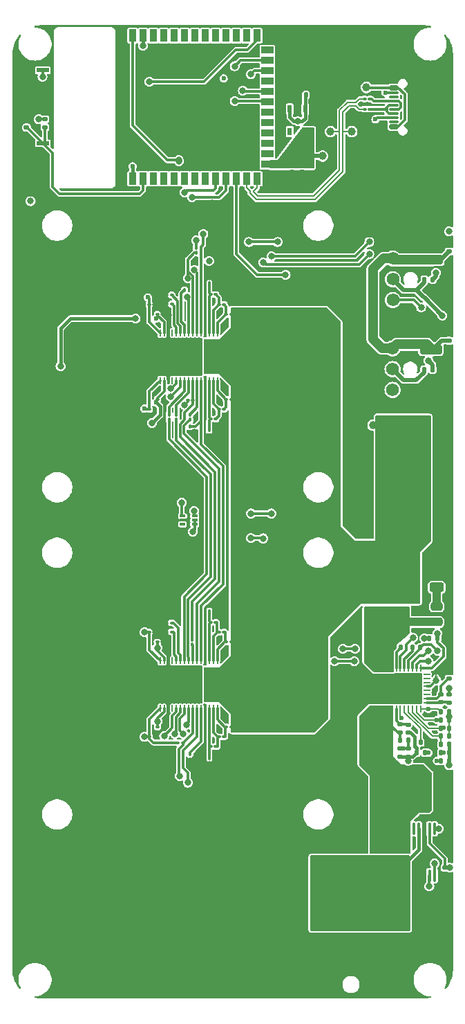
<source format=gbr>
%TF.GenerationSoftware,KiCad,Pcbnew,8.0.4*%
%TF.CreationDate,2024-11-06T18:42:28+01:00*%
%TF.ProjectId,BitForgeNano,42697446-6f72-4676-954e-616e6f2e6b69,rev?*%
%TF.SameCoordinates,Original*%
%TF.FileFunction,Copper,L1,Top*%
%TF.FilePolarity,Positive*%
%FSLAX46Y46*%
G04 Gerber Fmt 4.6, Leading zero omitted, Abs format (unit mm)*
G04 Created by KiCad (PCBNEW 8.0.4) date 2024-11-06 18:42:28*
%MOMM*%
%LPD*%
G01*
G04 APERTURE LIST*
G04 Aperture macros list*
%AMRoundRect*
0 Rectangle with rounded corners*
0 $1 Rounding radius*
0 $2 $3 $4 $5 $6 $7 $8 $9 X,Y pos of 4 corners*
0 Add a 4 corners polygon primitive as box body*
4,1,4,$2,$3,$4,$5,$6,$7,$8,$9,$2,$3,0*
0 Add four circle primitives for the rounded corners*
1,1,$1+$1,$2,$3*
1,1,$1+$1,$4,$5*
1,1,$1+$1,$6,$7*
1,1,$1+$1,$8,$9*
0 Add four rect primitives between the rounded corners*
20,1,$1+$1,$2,$3,$4,$5,0*
20,1,$1+$1,$4,$5,$6,$7,0*
20,1,$1+$1,$6,$7,$8,$9,0*
20,1,$1+$1,$8,$9,$2,$3,0*%
G04 Aperture macros list end*
%TA.AperFunction,EtchedComponent*%
%ADD10C,0.000100*%
%TD*%
%TA.AperFunction,SMDPad,CuDef*%
%ADD11RoundRect,0.100000X-0.130000X-0.100000X0.130000X-0.100000X0.130000X0.100000X-0.130000X0.100000X0*%
%TD*%
%TA.AperFunction,SMDPad,CuDef*%
%ADD12RoundRect,0.100000X0.130000X0.100000X-0.130000X0.100000X-0.130000X-0.100000X0.130000X-0.100000X0*%
%TD*%
%TA.AperFunction,SMDPad,CuDef*%
%ADD13C,1.000000*%
%TD*%
%TA.AperFunction,ComponentPad*%
%ADD14C,1.574800*%
%TD*%
%TA.AperFunction,SMDPad,CuDef*%
%ADD15RoundRect,0.100000X-0.100000X0.130000X-0.100000X-0.130000X0.100000X-0.130000X0.100000X0.130000X0*%
%TD*%
%TA.AperFunction,SMDPad,CuDef*%
%ADD16R,0.900000X1.500000*%
%TD*%
%TA.AperFunction,SMDPad,CuDef*%
%ADD17R,1.500000X0.900000*%
%TD*%
%TA.AperFunction,SMDPad,CuDef*%
%ADD18R,0.900000X0.900000*%
%TD*%
%TA.AperFunction,SMDPad,CuDef*%
%ADD19RoundRect,0.085000X-0.265000X-0.085000X0.265000X-0.085000X0.265000X0.085000X-0.265000X0.085000X0*%
%TD*%
%TA.AperFunction,SMDPad,CuDef*%
%ADD20R,3.050000X2.000000*%
%TD*%
%TA.AperFunction,SMDPad,CuDef*%
%ADD21RoundRect,0.135000X-0.135000X-0.185000X0.135000X-0.185000X0.135000X0.185000X-0.135000X0.185000X0*%
%TD*%
%TA.AperFunction,SMDPad,CuDef*%
%ADD22RoundRect,0.150000X0.425000X-0.150000X0.425000X0.150000X-0.425000X0.150000X-0.425000X-0.150000X0*%
%TD*%
%TA.AperFunction,SMDPad,CuDef*%
%ADD23RoundRect,0.075000X0.500000X-0.075000X0.500000X0.075000X-0.500000X0.075000X-0.500000X-0.075000X0*%
%TD*%
%TA.AperFunction,ComponentPad*%
%ADD24O,2.100000X1.000000*%
%TD*%
%TA.AperFunction,ComponentPad*%
%ADD25O,1.800000X1.000000*%
%TD*%
%TA.AperFunction,ComponentPad*%
%ADD26R,4.000000X2.000000*%
%TD*%
%TA.AperFunction,ComponentPad*%
%ADD27O,2.000000X3.500000*%
%TD*%
%TA.AperFunction,ComponentPad*%
%ADD28O,3.300000X2.000000*%
%TD*%
%TA.AperFunction,SMDPad,CuDef*%
%ADD29RoundRect,0.055250X-0.055250X0.340750X-0.055250X-0.340750X0.055250X-0.340750X0.055250X0.340750X0*%
%TD*%
%TA.AperFunction,SMDPad,CuDef*%
%ADD30R,2.000000X4.277000*%
%TD*%
%TA.AperFunction,SMDPad,CuDef*%
%ADD31R,5.300000X4.277000*%
%TD*%
%TA.AperFunction,SMDPad,CuDef*%
%ADD32RoundRect,0.062500X-0.062500X0.337500X-0.062500X-0.337500X0.062500X-0.337500X0.062500X0.337500X0*%
%TD*%
%TA.AperFunction,SMDPad,CuDef*%
%ADD33RoundRect,0.062500X-0.337500X0.062500X-0.337500X-0.062500X0.337500X-0.062500X0.337500X0.062500X0*%
%TD*%
%TA.AperFunction,ComponentPad*%
%ADD34C,0.400000*%
%TD*%
%TA.AperFunction,SMDPad,CuDef*%
%ADD35R,5.300000X3.300000*%
%TD*%
%TA.AperFunction,SMDPad,CuDef*%
%ADD36R,0.558800X0.952500*%
%TD*%
%TA.AperFunction,SMDPad,CuDef*%
%ADD37RoundRect,0.100000X-0.100000X0.637500X-0.100000X-0.637500X0.100000X-0.637500X0.100000X0.637500X0*%
%TD*%
%TA.AperFunction,SMDPad,CuDef*%
%ADD38C,1.500000*%
%TD*%
%TA.AperFunction,SMDPad,CuDef*%
%ADD39R,0.250000X0.250000*%
%TD*%
%TA.AperFunction,SMDPad,CuDef*%
%ADD40R,1.524000X0.508000*%
%TD*%
%TA.AperFunction,SMDPad,CuDef*%
%ADD41RoundRect,0.135000X0.185000X-0.135000X0.185000X0.135000X-0.185000X0.135000X-0.185000X-0.135000X0*%
%TD*%
%TA.AperFunction,SMDPad,CuDef*%
%ADD42RoundRect,0.135000X-0.185000X0.135000X-0.185000X-0.135000X0.185000X-0.135000X0.185000X0.135000X0*%
%TD*%
%TA.AperFunction,SMDPad,CuDef*%
%ADD43RoundRect,0.135000X0.135000X0.185000X-0.135000X0.185000X-0.135000X-0.185000X0.135000X-0.185000X0*%
%TD*%
%TA.AperFunction,SMDPad,CuDef*%
%ADD44RoundRect,0.250000X-0.625000X0.312500X-0.625000X-0.312500X0.625000X-0.312500X0.625000X0.312500X0*%
%TD*%
%TA.AperFunction,SMDPad,CuDef*%
%ADD45RoundRect,0.250000X-0.325000X-0.650000X0.325000X-0.650000X0.325000X0.650000X-0.325000X0.650000X0*%
%TD*%
%TA.AperFunction,SMDPad,CuDef*%
%ADD46RoundRect,0.250000X-0.250000X-0.475000X0.250000X-0.475000X0.250000X0.475000X-0.250000X0.475000X0*%
%TD*%
%TA.AperFunction,SMDPad,CuDef*%
%ADD47RoundRect,0.250000X0.325000X1.100000X-0.325000X1.100000X-0.325000X-1.100000X0.325000X-1.100000X0*%
%TD*%
%TA.AperFunction,SMDPad,CuDef*%
%ADD48RoundRect,0.250000X0.325000X0.650000X-0.325000X0.650000X-0.325000X-0.650000X0.325000X-0.650000X0*%
%TD*%
%TA.AperFunction,SMDPad,CuDef*%
%ADD49RoundRect,0.140000X-0.170000X0.140000X-0.170000X-0.140000X0.170000X-0.140000X0.170000X0.140000X0*%
%TD*%
%TA.AperFunction,SMDPad,CuDef*%
%ADD50RoundRect,0.140000X0.140000X0.170000X-0.140000X0.170000X-0.140000X-0.170000X0.140000X-0.170000X0*%
%TD*%
%TA.AperFunction,SMDPad,CuDef*%
%ADD51RoundRect,0.140000X0.170000X-0.140000X0.170000X0.140000X-0.170000X0.140000X-0.170000X-0.140000X0*%
%TD*%
%TA.AperFunction,SMDPad,CuDef*%
%ADD52RoundRect,0.250000X0.250000X0.475000X-0.250000X0.475000X-0.250000X-0.475000X0.250000X-0.475000X0*%
%TD*%
%TA.AperFunction,SMDPad,CuDef*%
%ADD53RoundRect,0.250000X1.100000X-0.325000X1.100000X0.325000X-1.100000X0.325000X-1.100000X-0.325000X0*%
%TD*%
%TA.AperFunction,SMDPad,CuDef*%
%ADD54RoundRect,0.250000X0.475000X-0.250000X0.475000X0.250000X-0.475000X0.250000X-0.475000X-0.250000X0*%
%TD*%
%TA.AperFunction,SMDPad,CuDef*%
%ADD55RoundRect,0.140000X-0.140000X-0.170000X0.140000X-0.170000X0.140000X0.170000X-0.140000X0.170000X0*%
%TD*%
%TA.AperFunction,ViaPad*%
%ADD56C,0.800000*%
%TD*%
%TA.AperFunction,ViaPad*%
%ADD57C,0.600000*%
%TD*%
%TA.AperFunction,Conductor*%
%ADD58C,0.300000*%
%TD*%
%TA.AperFunction,Conductor*%
%ADD59C,0.500000*%
%TD*%
%TA.AperFunction,Conductor*%
%ADD60C,1.200000*%
%TD*%
%TA.AperFunction,Conductor*%
%ADD61C,0.750000*%
%TD*%
%TA.AperFunction,Conductor*%
%ADD62C,0.400000*%
%TD*%
%TA.AperFunction,Conductor*%
%ADD63C,0.200000*%
%TD*%
%TA.AperFunction,Conductor*%
%ADD64C,1.000000*%
%TD*%
%TA.AperFunction,Conductor*%
%ADD65C,0.350000*%
%TD*%
G04 APERTURE END LIST*
%TO.C,T1*%
D10*
X119461483Y-131897262D02*
X119711483Y-131897262D01*
X119711483Y-131827262D01*
X119461483Y-131827262D01*
X119461483Y-131897262D01*
%TA.AperFunction,EtchedComponent*%
G36*
X119461483Y-131897262D02*
G01*
X119711483Y-131897262D01*
X119711483Y-131827262D01*
X119461483Y-131827262D01*
X119461483Y-131897262D01*
G37*
%TD.AperFunction*%
%TD*%
D11*
%TO.P,R33,1*%
%TO.N,GND*%
X86530000Y-86312500D03*
%TO.P,R33,2*%
%TO.N,Net-(U13-LITE_PAD)*%
X87170000Y-86312500D03*
%TD*%
D12*
%TO.P,C36,1*%
%TO.N,VDD*%
X94470000Y-138050000D03*
%TO.P,C36,2*%
%TO.N,Net-(U3-VDD3_1)*%
X93830000Y-138050000D03*
%TD*%
D11*
%TO.P,C70,1*%
%TO.N,/Domain/1V2*%
X84410000Y-86362500D03*
%TO.P,C70,2*%
%TO.N,GND*%
X85050000Y-86362500D03*
%TD*%
D13*
%TO.P,TP4,1,1*%
%TO.N,3V3*%
X105636483Y-68226762D03*
%TD*%
D11*
%TO.P,C19,1*%
%TO.N,/Domain/0V8*%
X85410000Y-127650000D03*
%TO.P,C19,2*%
%TO.N,GND*%
X86050000Y-127650000D03*
%TD*%
D12*
%TO.P,R15,1*%
%TO.N,Net-(U13-RI)*%
X89770000Y-98062500D03*
%TO.P,R15,2*%
%TO.N,/Domain/1V2*%
X89130000Y-98062500D03*
%TD*%
%TO.P,C65,1*%
%TO.N,VDD*%
X94470000Y-97962500D03*
%TO.P,C65,2*%
%TO.N,Net-(U13-VDD3_1)*%
X93830000Y-97962500D03*
%TD*%
D14*
%TO.P,J8,1,Pin_1*%
%TO.N,GND*%
X114236483Y-89186762D03*
%TO.P,J8,2,Pin_2*%
%TO.N,+5V*%
X114236483Y-91726762D03*
%TO.P,J8,3,Pin_3*%
%TO.N,/Fan/FAN2_TACH*%
X114236483Y-94266762D03*
%TO.P,J8,4,Pin_4*%
%TO.N,/Fan/FAN2_PWM*%
X114236483Y-96806762D03*
%TD*%
D11*
%TO.P,C55,1*%
%TO.N,Net-(U13-VDD1_0)*%
X91930000Y-85162500D03*
%TO.P,C55,2*%
%TO.N,Net-(U13-VDD2_0)*%
X92570000Y-85162500D03*
%TD*%
D15*
%TO.P,C16,1*%
%TO.N,GND*%
X91750000Y-123230000D03*
%TO.P,C16,2*%
%TO.N,Net-(U3-VDD1_0)*%
X91750000Y-123870000D03*
%TD*%
D14*
%TO.P,J6,1,Pin_1*%
%TO.N,GND*%
X114275334Y-78206162D03*
%TO.P,J6,2,Pin_2*%
%TO.N,+5V*%
X114275334Y-80746162D03*
%TO.P,J6,3,Pin_3*%
%TO.N,/Fan/FAN1_TACH*%
X114275334Y-83286162D03*
%TO.P,J6,4,Pin_4*%
%TO.N,/Fan/FAN1_PWM*%
X114275334Y-85826162D03*
%TD*%
D11*
%TO.P,C28,1*%
%TO.N,Net-(U3-VDD3_0)*%
X93830000Y-127650000D03*
%TO.P,C28,2*%
%TO.N,VDD*%
X94470000Y-127650000D03*
%TD*%
D15*
%TO.P,R19,1*%
%TO.N,Net-(U13-BO)*%
X86850000Y-99842500D03*
%TO.P,R19,2*%
%TO.N,Net-(U3-BI)*%
X86850000Y-100482500D03*
%TD*%
D13*
%TO.P,TP1,1,1*%
%TO.N,+5V*%
X115886483Y-145226762D03*
%TD*%
D12*
%TO.P,C67,1*%
%TO.N,Net-(U13-VDD2_1)*%
X92570000Y-100362500D03*
%TO.P,C67,2*%
%TO.N,Net-(U13-VDD1_1)*%
X91930000Y-100362500D03*
%TD*%
D11*
%TO.P,C69,1*%
%TO.N,/Domain/0V8*%
X85410000Y-87562500D03*
%TO.P,C69,2*%
%TO.N,GND*%
X86050000Y-87562500D03*
%TD*%
%TO.P,C37,1*%
%TO.N,/Domain/1V2*%
X84430000Y-139250000D03*
%TO.P,C37,2*%
%TO.N,GND*%
X85070000Y-139250000D03*
%TD*%
%TO.P,C72,1*%
%TO.N,/Domain/0V8*%
X85430000Y-97962500D03*
%TO.P,C72,2*%
%TO.N,GND*%
X86070000Y-97962500D03*
%TD*%
D16*
%TO.P,U8,1,GND*%
%TO.N,GND*%
X81126483Y-70991762D03*
%TO.P,U8,2,3V3*%
%TO.N,3V3*%
X82396483Y-70991762D03*
%TO.P,U8,3,EN*%
%TO.N,/ESP32/EN*%
X83666483Y-70991762D03*
%TO.P,U8,4,GPIO4/TOUCH4/ADC1_CH3*%
%TO.N,unconnected-(U8-GPIO4{slash}TOUCH4{slash}ADC1_CH3-Pad4)*%
X84936483Y-70991762D03*
%TO.P,U8,5,GPIO5/TOUCH5/ADC1_CH4*%
%TO.N,unconnected-(U8-GPIO5{slash}TOUCH5{slash}ADC1_CH4-Pad5)*%
X86206483Y-70991762D03*
%TO.P,U8,6,GPIO6/TOUCH6/ADC1_CH5*%
%TO.N,unconnected-(U8-GPIO6{slash}TOUCH6{slash}ADC1_CH5-Pad6)*%
X87476483Y-70991762D03*
%TO.P,U8,7,GPIO7/TOUCH7/ADC1_CH6*%
%TO.N,unconnected-(U8-GPIO7{slash}TOUCH7{slash}ADC1_CH6-Pad7)*%
X88746483Y-70991762D03*
%TO.P,U8,8,GPIO15/U0RTS/ADC2_CH4/XTAL_32K_P*%
%TO.N,unconnected-(U8-GPIO15{slash}U0RTS{slash}ADC2_CH4{slash}XTAL_32K_P-Pad8)*%
X90016483Y-70991762D03*
%TO.P,U8,9,GPIO16/U0CTS/ADC2_CH5/XTAL_32K_NH5*%
%TO.N,/ESP32/PWR_EN*%
X91286483Y-70991762D03*
%TO.P,U8,10,GPIO17/U1TXD/ADC2_CH6*%
%TO.N,/TX*%
X92556483Y-70991762D03*
%TO.P,U8,11,GPIO18/U1RXD/ADC2_CH7/CLK_OUT3*%
%TO.N,/RX*%
X93826483Y-70991762D03*
%TO.P,U8,12,GPIO8/TOUCH8/ADC1_CH7/SUBSPICS1*%
%TO.N,/Power/PGOOD*%
X95096483Y-70991762D03*
%TO.P,U8,13,GPIO19/U1RTS/ADC2_CH8/CLK_OUT2/USB_D-*%
%TO.N,/ESP32/USB_D-*%
X96366483Y-70991762D03*
%TO.P,U8,14,GPIO20/U1CTS/ADC2_CH9/CLK_OUT1/USB_D+*%
%TO.N,/ESP32/USB_D+*%
X97636483Y-70991762D03*
D17*
%TO.P,U8,15,GPIO3/TOUCH3/ADC1_CH2\u002A*%
%TO.N,3V3*%
X98886483Y-69226762D03*
%TO.P,U8,16,\u002AGPIO46*%
%TO.N,unconnected-(U8-\u002AGPIO46-Pad16)*%
X98886483Y-67956762D03*
%TO.P,U8,17,GPIO9/TOUCH9/ADC1_CH8/FSPIHD/SUBSPIHD*%
%TO.N,unconnected-(U8-GPIO9{slash}TOUCH9{slash}ADC1_CH8{slash}FSPIHD{slash}SUBSPIHD-Pad17)*%
X98886483Y-66686762D03*
%TO.P,U8,18,GPIO10/TOUCH10/ADC1_CH9/FSPICS0/FSPIIO4/SUBSPICS0*%
%TO.N,unconnected-(U8-GPIO10{slash}TOUCH10{slash}ADC1_CH9{slash}FSPICS0{slash}FSPIIO4{slash}SUBSPICS0-Pad18)*%
X98886483Y-65416762D03*
%TO.P,U8,19,GPIO11/TOUCH11/ADC2_CH0/FSPID/FSPIIO5/SUBSPID*%
%TO.N,unconnected-(U8-GPIO11{slash}TOUCH11{slash}ADC2_CH0{slash}FSPID{slash}FSPIIO5{slash}SUBSPID-Pad19)*%
X98886483Y-64146762D03*
%TO.P,U8,20,GPIO12/TOUCH12/ADC2_CH1/FSPICLK/FSPIIO6/SUBSPICLK*%
%TO.N,unconnected-(U8-GPIO12{slash}TOUCH12{slash}ADC2_CH1{slash}FSPICLK{slash}FSPIIO6{slash}SUBSPICLK-Pad20)*%
X98886483Y-62876762D03*
%TO.P,U8,21,GPIO13/TOUCH13/ADC2_CH2/FSPIQ/FSPIIO7/SUBSPIQ*%
%TO.N,/Power/SMB_ALRT*%
X98886483Y-61606762D03*
%TO.P,U8,22,GPIO14/TOUCH14/ADC2_CH3/FSPIWP/FSPIDQS/SUBSPIWP*%
%TO.N,/ESP32/INA_ALRT*%
X98886483Y-60336762D03*
%TO.P,U8,23,GPIO21*%
%TO.N,unconnected-(U8-GPIO21-Pad23)*%
X98886483Y-59066762D03*
%TO.P,U8,24,GPIO47/SPICLK_P/SUBSPICLK_P_DIFF*%
%TO.N,/SDA*%
X98886483Y-57796762D03*
%TO.P,U8,25,GPIO48/SPICLK_N/SUBSPICLK_N_DIFF*%
%TO.N,/SCL*%
X98886483Y-56526762D03*
%TO.P,U8,26,\u002AGPIO45*%
%TO.N,unconnected-(U8-\u002AGPIO45-Pad26)*%
X98886483Y-55256762D03*
D16*
%TO.P,U8,27,GPIO0/BOOT\u002A*%
%TO.N,/ESP32/IO0*%
X97636483Y-53491762D03*
%TO.P,U8,28,SPIIO6/GPIO35/FSPID/SUBSPID*%
%TO.N,unconnected-(U8-SPIIO6{slash}GPIO35{slash}FSPID{slash}SUBSPID-Pad28)*%
X96366483Y-53491762D03*
%TO.P,U8,29,SPIIO7/GPIO36/FSPICLK/SUBSPICLK*%
%TO.N,unconnected-(U8-SPIIO7{slash}GPIO36{slash}FSPICLK{slash}SUBSPICLK-Pad29)*%
X95096483Y-53491762D03*
%TO.P,U8,30,SPIDQS/GPIO37/FSPIQ/SUBSPIQ*%
%TO.N,unconnected-(U8-SPIDQS{slash}GPIO37{slash}FSPIQ{slash}SUBSPIQ-Pad30)*%
X93826483Y-53491762D03*
%TO.P,U8,31,GPIO38/FSPIWP/SUBSPIWP*%
%TO.N,unconnected-(U8-GPIO38{slash}FSPIWP{slash}SUBSPIWP-Pad31)*%
X92556483Y-53491762D03*
%TO.P,U8,32,MTCK/GPIO39/CLK_OUT3/SUBSPICS1*%
%TO.N,unconnected-(U8-MTCK{slash}GPIO39{slash}CLK_OUT3{slash}SUBSPICS1-Pad32)*%
X91286483Y-53491762D03*
%TO.P,U8,33,MTDO/GPIO40/CLK_OUT2*%
%TO.N,unconnected-(U8-MTDO{slash}GPIO40{slash}CLK_OUT2-Pad33)*%
X90016483Y-53491762D03*
%TO.P,U8,34,MTDI/GPIO41/CLK_OUT1*%
%TO.N,unconnected-(U8-MTDI{slash}GPIO41{slash}CLK_OUT1-Pad34)*%
X88746483Y-53491762D03*
%TO.P,U8,35,MTMS/GPIO42*%
%TO.N,unconnected-(U8-MTMS{slash}GPIO42-Pad35)*%
X87476483Y-53491762D03*
%TO.P,U8,36,U0RXD/GPIO44/CLK_OUT2*%
%TO.N,unconnected-(U8-U0RXD{slash}GPIO44{slash}CLK_OUT2-Pad36)*%
X86206483Y-53491762D03*
%TO.P,U8,37,U0TXD/GPIO43/CLK_OUT1*%
%TO.N,unconnected-(U8-U0TXD{slash}GPIO43{slash}CLK_OUT1-Pad37)*%
X84936483Y-53491762D03*
%TO.P,U8,38,GPIO2/TOUCH2/ADC1_CH1*%
%TO.N,/ESP32/VDD_SAMPLE_0*%
X83666483Y-53491762D03*
%TO.P,U8,39,GPIO1/TOUCH1/ADC1_CH0*%
%TO.N,/RST*%
X82396483Y-53491762D03*
%TO.P,U8,40,GND*%
%TO.N,GND*%
X81126483Y-53491762D03*
D18*
%TO.P,U8,41,GND*%
X87446483Y-65141762D03*
X88846483Y-65141762D03*
X90246483Y-65141762D03*
X87446483Y-63741762D03*
X88846483Y-63741762D03*
X90246483Y-63741762D03*
X87446483Y-62341762D03*
X88846483Y-62341762D03*
X90246483Y-62341762D03*
%TD*%
D15*
%TO.P,R43,1*%
%TO.N,Net-(U9-A1)*%
X90150000Y-79430000D03*
%TO.P,R43,2*%
%TO.N,/Domain/I_RO*%
X90150000Y-80070000D03*
%TD*%
D19*
%TO.P,U7,1,SCL*%
%TO.N,/SCL*%
X88500000Y-112250000D03*
%TO.P,U7,2,GND*%
%TO.N,GND*%
X88500000Y-112750000D03*
%TO.P,U7,3,ALERT*%
%TO.N,unconnected-(U7-ALERT-Pad3)*%
X88500000Y-113250000D03*
%TO.P,U7,4,A0*%
%TO.N,3V3*%
X90000000Y-113250000D03*
%TO.P,U7,5,V+*%
X90000000Y-112750000D03*
%TO.P,U7,6,SDA*%
%TO.N,/SDA*%
X90000000Y-112250000D03*
%TD*%
D20*
%TO.P,L1,1,1*%
%TO.N,/Power/SW*%
X113636483Y-126326762D03*
%TO.P,L1,2,2*%
%TO.N,VDD*%
X113636483Y-117976762D03*
%TD*%
D11*
%TO.P,C63,1*%
%TO.N,Net-(U13-VDD3_0)*%
X93830000Y-87562500D03*
%TO.P,C63,2*%
%TO.N,VDD*%
X94470000Y-87562500D03*
%TD*%
D15*
%TO.P,R34,1*%
%TO.N,Net-(U13-RI)*%
X89650000Y-127330000D03*
%TO.P,R34,2*%
%TO.N,Net-(U3-RO)*%
X89650000Y-127970000D03*
%TD*%
D11*
%TO.P,C62,1*%
%TO.N,Net-(U13-VDD2_0)*%
X92930000Y-86362500D03*
%TO.P,C62,2*%
%TO.N,Net-(U13-VDD3_0)*%
X93570000Y-86362500D03*
%TD*%
D21*
%TO.P,R18,1*%
%TO.N,/Fan/FAN1_TACH*%
X118126483Y-83326762D03*
%TO.P,R18,2*%
%TO.N,3V3*%
X119146483Y-83326762D03*
%TD*%
D12*
%TO.P,C51,1*%
%TO.N,Net-(U3-VDD2_1)*%
X92570000Y-140450000D03*
%TO.P,C51,2*%
%TO.N,Net-(U3-VDD1_1)*%
X91930000Y-140450000D03*
%TD*%
D13*
%TO.P,TP15,1,1*%
%TO.N,Net-(J5-VBUS-PadA4)*%
X111036483Y-59826762D03*
%TD*%
D15*
%TO.P,C68,1*%
%TO.N,Net-(U13-VDD1_1)*%
X91750000Y-101742500D03*
%TO.P,C68,2*%
%TO.N,GND*%
X91750000Y-102382500D03*
%TD*%
D12*
%TO.P,C66,1*%
%TO.N,Net-(U13-VDD3_1)*%
X93570000Y-99162500D03*
%TO.P,C66,2*%
%TO.N,Net-(U13-VDD2_1)*%
X92930000Y-99162500D03*
%TD*%
D13*
%TO.P,TP13,1,1*%
%TO.N,/ESP32/USB_D-*%
X109236483Y-65226762D03*
%TD*%
D15*
%TO.P,R40,1*%
%TO.N,/Domain/NRSTO*%
X89400000Y-141380000D03*
%TO.P,R40,2*%
%TO.N,GND*%
X89400000Y-142020000D03*
%TD*%
D12*
%TO.P,C38,1*%
%TO.N,Net-(U3-VDD3_1)*%
X93570000Y-139250000D03*
%TO.P,C38,2*%
%TO.N,Net-(U3-VDD2_1)*%
X92930000Y-139250000D03*
%TD*%
D11*
%TO.P,R38,1*%
%TO.N,/ESP32/USB_D+*%
X110816483Y-61226762D03*
%TO.P,R38,2*%
%TO.N,Net-(J5-D+-PadA6)*%
X111456483Y-61226762D03*
%TD*%
D13*
%TO.P,TP14,1,1*%
%TO.N,/ESP32/USB_D+*%
X106636483Y-65226762D03*
%TD*%
D15*
%TO.P,C52,1*%
%TO.N,Net-(U3-VDD1_1)*%
X91750000Y-141830000D03*
%TO.P,C52,2*%
%TO.N,GND*%
X91750000Y-142470000D03*
%TD*%
%TO.P,R23,1*%
%TO.N,GND*%
X88750000Y-83942500D03*
%TO.P,R23,2*%
%TO.N,/Domain/I_BI*%
X88750000Y-84582500D03*
%TD*%
D22*
%TO.P,J5,A1,GND*%
%TO.N,GND*%
X114391483Y-65451762D03*
%TO.P,J5,A4,VBUS*%
%TO.N,Net-(J5-VBUS-PadA4)*%
X114391483Y-64651762D03*
D23*
%TO.P,J5,A5,CC1*%
%TO.N,Net-(J5-CC1)*%
X114391483Y-63501762D03*
%TO.P,J5,A6,D+*%
%TO.N,Net-(J5-D+-PadA6)*%
X114391483Y-62501762D03*
%TO.P,J5,A7,D-*%
%TO.N,Net-(J5-D--PadA7)*%
X114391483Y-62001762D03*
%TO.P,J5,A8,SBU1*%
%TO.N,unconnected-(J5-SBU1-PadA8)*%
X114391483Y-61001762D03*
D22*
%TO.P,J5,A9,VBUS*%
%TO.N,Net-(J5-VBUS-PadA4)*%
X114391483Y-59851762D03*
%TO.P,J5,A12,GND*%
%TO.N,GND*%
X114391483Y-59051762D03*
%TO.P,J5,B1,GND*%
X114391483Y-59051762D03*
%TO.P,J5,B4,VBUS*%
%TO.N,Net-(J5-VBUS-PadA4)*%
X114391483Y-59851762D03*
D23*
%TO.P,J5,B5,CC2*%
%TO.N,Net-(J5-CC2)*%
X114391483Y-60501762D03*
%TO.P,J5,B6,D+*%
%TO.N,Net-(J5-D+-PadA6)*%
X114391483Y-61501762D03*
%TO.P,J5,B7,D-*%
%TO.N,Net-(J5-D--PadA7)*%
X114391483Y-63001762D03*
%TO.P,J5,B8,SBU2*%
%TO.N,unconnected-(J5-SBU2-PadB8)*%
X114391483Y-64001762D03*
D22*
%TO.P,J5,B9,VBUS*%
%TO.N,Net-(J5-VBUS-PadA4)*%
X114391483Y-64651762D03*
%TO.P,J5,B12,GND*%
%TO.N,GND*%
X114391483Y-65451762D03*
D24*
%TO.P,J5,S1,SHIELD*%
X114966483Y-66571762D03*
D25*
X119146483Y-66571762D03*
D24*
X114966483Y-57931762D03*
D25*
X119146483Y-57931762D03*
%TD*%
D11*
%TO.P,R13,1*%
%TO.N,GND*%
X86530000Y-126400000D03*
%TO.P,R13,2*%
%TO.N,Net-(U3-LITE_PAD)*%
X87170000Y-126400000D03*
%TD*%
D13*
%TO.P,TP3,1,1*%
%TO.N,VDD*%
X111836483Y-101126762D03*
%TD*%
D11*
%TO.P,C71,1*%
%TO.N,/Domain/1V2*%
X84430000Y-99162500D03*
%TO.P,C71,2*%
%TO.N,GND*%
X85070000Y-99162500D03*
%TD*%
D12*
%TO.P,R17,1*%
%TO.N,Net-(U3-RI)*%
X88570000Y-139950000D03*
%TO.P,R17,2*%
%TO.N,/Domain/1V2*%
X87930000Y-139950000D03*
%TD*%
D15*
%TO.P,R11,1*%
%TO.N,Net-(U13-CO)*%
X89400000Y-99830000D03*
%TO.P,R11,2*%
%TO.N,Net-(U3-CI)*%
X89400000Y-100470000D03*
%TD*%
D21*
%TO.P,R20,1*%
%TO.N,/Fan/FAN2_TACH*%
X118116483Y-94326762D03*
%TO.P,R20,2*%
%TO.N,3V3*%
X119136483Y-94326762D03*
%TD*%
D15*
%TO.P,R35,1*%
%TO.N,Net-(U13-CLKO)*%
X87750000Y-99842500D03*
%TO.P,R35,2*%
%TO.N,Net-(U3-CLKI)*%
X87750000Y-100482500D03*
%TD*%
D11*
%TO.P,C26,1*%
%TO.N,Net-(U3-VDD2_0)*%
X92930000Y-126450000D03*
%TO.P,C26,2*%
%TO.N,Net-(U3-VDD3_0)*%
X93570000Y-126450000D03*
%TD*%
%TO.P,C27,1*%
%TO.N,/Domain/1V2*%
X84410000Y-126450000D03*
%TO.P,C27,2*%
%TO.N,GND*%
X85050000Y-126450000D03*
%TD*%
D15*
%TO.P,R16,1*%
%TO.N,Net-(U13-NRSTO)*%
X89400000Y-101292500D03*
%TO.P,R16,2*%
%TO.N,GND*%
X89400000Y-101932500D03*
%TD*%
D11*
%TO.P,C44,1*%
%TO.N,/Domain/0V8*%
X85430000Y-138050000D03*
%TO.P,C44,2*%
%TO.N,GND*%
X86070000Y-138050000D03*
%TD*%
%TO.P,R37,1*%
%TO.N,/ESP32/USB_D-*%
X110816483Y-62476762D03*
%TO.P,R37,2*%
%TO.N,Net-(J5-D--PadA7)*%
X111456483Y-62476762D03*
%TD*%
%TO.P,C18,1*%
%TO.N,Net-(U3-VDD1_0)*%
X91930000Y-125250000D03*
%TO.P,C18,2*%
%TO.N,Net-(U3-VDD2_0)*%
X92570000Y-125250000D03*
%TD*%
D26*
%TO.P,J1,1*%
%TO.N,VIN*%
X109136483Y-160526762D03*
D27*
%TO.P,J1,2*%
%TO.N,GND*%
X104636483Y-167526762D03*
D28*
X109136483Y-166526762D03*
D27*
X113636483Y-167526762D03*
%TD*%
D15*
%TO.P,C54,1*%
%TO.N,GND*%
X91750000Y-83142500D03*
%TO.P,C54,2*%
%TO.N,Net-(U13-VDD1_0)*%
X91750000Y-83782500D03*
%TD*%
D29*
%TO.P,U13,1,VDD3_0*%
%TO.N,Net-(U13-VDD3_0)*%
X92764000Y-89834000D03*
%TO.P,U13,2,VDD2_0*%
%TO.N,Net-(U13-VDD2_0)*%
X92262000Y-89834000D03*
%TO.P,U13,3,VDD1_0*%
%TO.N,Net-(U13-VDD1_0)*%
X91760000Y-89834000D03*
%TO.P,U13,4,VSS*%
%TO.N,GND*%
X91258000Y-89834000D03*
%TO.P,U13,5,NRSTI*%
%TO.N,/Domain/I_NRSTI*%
X90756000Y-89834000D03*
%TO.P,U13,6,CI*%
%TO.N,/Domain/I_CI*%
X90254000Y-89834000D03*
%TO.P,U13,7,RO*%
%TO.N,/Domain/I_RO*%
X89752000Y-89834000D03*
%TO.P,U13,8,CLKI*%
%TO.N,/Domain/CLKI*%
X89250000Y-89834000D03*
%TO.P,U13,9,BI*%
%TO.N,/Domain/I_BI*%
X88748000Y-89834000D03*
%TO.P,U13,10,ROSC_SEL*%
%TO.N,Net-(U13-ROSC_SEL)*%
X88246000Y-89834000D03*
%TO.P,U13,11,LITE_PAD*%
%TO.N,Net-(U13-LITE_PAD)*%
X87744000Y-89834000D03*
%TO.P,U13,12,INV_CLKO*%
%TO.N,unconnected-(U13-INV_CLKO-Pad12)*%
X87242000Y-89834000D03*
%TO.P,U13,13,PLL_VSS*%
%TO.N,GND*%
X86740000Y-89834000D03*
%TO.P,U13,14,VDDIO_08_0*%
%TO.N,/Domain/0V8*%
X86238000Y-89834000D03*
%TO.P,U13,15,VDDIO_12_0*%
%TO.N,/Domain/1V2*%
X85736000Y-89834000D03*
%TO.P,U13,16,VDDIO_12_1*%
X85736000Y-95666000D03*
%TO.P,U13,17,VDDIO_08_1*%
%TO.N,/Domain/0V8*%
X86238000Y-95666000D03*
%TO.P,U13,18,VSS*%
%TO.N,GND*%
X86740000Y-95666000D03*
%TO.P,U13,19,PIN_MODE*%
%TO.N,unconnected-(U13-PIN_MODE-Pad19)*%
X87242000Y-95666000D03*
%TO.P,U13,20,TEMP_P*%
%TO.N,Net-(U13-TEMP_P)*%
X87744000Y-95666000D03*
%TO.P,U13,21,TEMP_N*%
%TO.N,Net-(U13-TEMP_N)*%
X88246000Y-95666000D03*
%TO.P,U13,22,BO*%
%TO.N,Net-(U13-BO)*%
X88748000Y-95666000D03*
%TO.P,U13,23,CLKO*%
%TO.N,Net-(U13-CLKO)*%
X89250000Y-95666000D03*
%TO.P,U13,24,RI*%
%TO.N,Net-(U13-RI)*%
X89752000Y-95666000D03*
%TO.P,U13,25,CO*%
%TO.N,Net-(U13-CO)*%
X90254000Y-95666000D03*
%TO.P,U13,26,NRSTO*%
%TO.N,Net-(U13-NRSTO)*%
X90756000Y-95666000D03*
%TO.P,U13,27,VSS*%
%TO.N,GND*%
X91258000Y-95666000D03*
%TO.P,U13,28,VDD1_1*%
%TO.N,Net-(U13-VDD1_1)*%
X91760000Y-95666000D03*
%TO.P,U13,29,VDD2_1*%
%TO.N,Net-(U13-VDD2_1)*%
X92262000Y-95666000D03*
%TO.P,U13,30,VDD3_1*%
%TO.N,Net-(U13-VDD3_1)*%
X92764000Y-95666000D03*
D30*
%TO.P,U13,31,VDD*%
%TO.N,VDD*%
X92120000Y-92750000D03*
D31*
%TO.P,U13,32,VSS*%
%TO.N,GND*%
X88010000Y-92750000D03*
%TD*%
D32*
%TO.P,U12,1,PGD*%
%TO.N,/Power/PGOOD*%
X117686483Y-130826762D03*
%TO.P,U12,2,PMB_DATA*%
%TO.N,/SDA*%
X117186483Y-130826762D03*
%TO.P,U12,3,PMB_CLK*%
%TO.N,/SCL*%
X116686483Y-130826762D03*
%TO.P,U12,4,BP1V5*%
%TO.N,Net-(U12-BP1V5)*%
X116186483Y-130826762D03*
%TO.P,U12,5,DRTN*%
%TO.N,Net-(U12-DRTN)*%
X115686483Y-130826762D03*
%TO.P,U12,6,SMB_ALRT*%
%TO.N,/Power/SMB_ALRT*%
X115186483Y-130826762D03*
%TO.P,U12,7,BOOT*%
%TO.N,Net-(U12-BOOT)*%
X114686483Y-130826762D03*
%TO.P,U12,8,SW*%
%TO.N,/Power/SW*%
X114186483Y-130826762D03*
%TO.P,U12,9,SW*%
X113686483Y-130826762D03*
%TO.P,U12,10,SW*%
X113186483Y-130826762D03*
%TO.P,U12,11,SW*%
X112686483Y-130826762D03*
%TO.P,U12,12,SW*%
X112186483Y-130826762D03*
D33*
%TO.P,U12,13,PGND*%
%TO.N,GND*%
X111436483Y-131576762D03*
%TO.P,U12,14,PGND*%
X111436483Y-132076762D03*
%TO.P,U12,15,PGND*%
X111436483Y-132576762D03*
%TO.P,U12,16,PGND*%
X111436483Y-133076762D03*
%TO.P,U12,17,PGND*%
X111436483Y-133576762D03*
%TO.P,U12,18,PGND*%
X111436483Y-134076762D03*
%TO.P,U12,19,PGND*%
X111436483Y-134576762D03*
%TO.P,U12,20,PGND*%
X111436483Y-135076762D03*
D32*
%TO.P,U12,21,PVIN*%
%TO.N,+5V*%
X112186483Y-135826762D03*
%TO.P,U12,22,PVIN*%
X112686483Y-135826762D03*
%TO.P,U12,23,PVIN*%
X113186483Y-135826762D03*
%TO.P,U12,24,PVIN*%
X113686483Y-135826762D03*
%TO.P,U12,25,PVIN*%
X114186483Y-135826762D03*
%TO.P,U12,26,AVIN*%
%TO.N,Net-(U12-AVIN)*%
X114686483Y-135826762D03*
%TO.P,U12,27,EN/UVLO*%
%TO.N,Net-(U12-EN{slash}UVLO)*%
X115186483Y-135826762D03*
%TO.P,U12,28,VDD5*%
%TO.N,Net-(U12-VDD5)*%
X115686483Y-135826762D03*
%TO.P,U12,29,MSEL2*%
%TO.N,Net-(U12-MSEL2)*%
X116186483Y-135826762D03*
%TO.P,U12,30,VSEL*%
%TO.N,Net-(U12-VSEL)*%
X116686483Y-135826762D03*
%TO.P,U12,31,ADRSEL*%
%TO.N,Net-(U12-ADRSEL)*%
X117186483Y-135826762D03*
%TO.P,U12,32,MSEL1*%
%TO.N,Net-(U12-MSEL1)*%
X117686483Y-135826762D03*
D33*
%TO.P,U12,33,VOSNS*%
%TO.N,Net-(U12-VOSNS)*%
X118436483Y-135076762D03*
%TO.P,U12,34,GOSNS*%
%TO.N,Net-(U12-GOSNS)*%
X118436483Y-134576762D03*
%TO.P,U12,35,VSHARE*%
%TO.N,unconnected-(U12-VSHARE-Pad35)*%
X118436483Y-134076762D03*
%TO.P,U12,36,NC*%
%TO.N,unconnected-(U12-NC-Pad36)*%
X118436483Y-133576762D03*
%TO.P,U12,37,AGND*%
%TO.N,/Power/AGND*%
X118436483Y-133076762D03*
%TO.P,U12,38,SYNC*%
%TO.N,unconnected-(U12-SYNC-Pad38)*%
X118436483Y-132576762D03*
%TO.P,U12,39,BCX_CLK*%
%TO.N,unconnected-(U12-BCX_CLK-Pad39)*%
X118436483Y-132076762D03*
%TO.P,U12,40,BCX_DAT*%
%TO.N,unconnected-(U12-BCX_DAT-Pad40)*%
X118436483Y-131576762D03*
D34*
%TO.P,U12,41,PAD*%
%TO.N,GND*%
X116336483Y-132046762D03*
X114936483Y-132046762D03*
X113536483Y-132046762D03*
X117336483Y-133326762D03*
X116336483Y-133326762D03*
X114936483Y-133326762D03*
D35*
X114936483Y-133326762D03*
D34*
X113536483Y-133326762D03*
X112536483Y-133326762D03*
X116336483Y-134606762D03*
X114936483Y-134606762D03*
X113536483Y-134606762D03*
%TD*%
D36*
%TO.P,U10,1,VIN*%
%TO.N,+5V*%
X103516083Y-62470862D03*
%TO.P,U10,2,GND*%
%TO.N,GND*%
X102576283Y-62470862D03*
%TO.P,U10,3,EN*%
%TO.N,+5V*%
X101636483Y-62470862D03*
%TO.P,U10,4,NC*%
%TO.N,unconnected-(U10-NC-Pad4)*%
X101636483Y-65226762D03*
%TO.P,U10,5,VOUT*%
%TO.N,3V3*%
X103516083Y-65226762D03*
%TD*%
D37*
%TO.P,U4,1,IN+*%
%TO.N,VIN*%
X114861483Y-156209262D03*
%TO.P,U4,2,IN+*%
X115511483Y-156209262D03*
%TO.P,U4,3,IN+*%
X116161483Y-156209262D03*
%TO.P,U4,4,A1*%
%TO.N,GND*%
X116811483Y-156209262D03*
%TO.P,U4,5,A0*%
X117461483Y-156209262D03*
%TO.P,U4,6,GND*%
X118111483Y-156209262D03*
%TO.P,U4,7,ALERT*%
%TO.N,/ESP32/INA_ALRT*%
X118761483Y-156209262D03*
%TO.P,U4,8,SDA*%
%TO.N,/SDA*%
X119411483Y-156209262D03*
%TO.P,U4,9,SCL*%
%TO.N,/SCL*%
X119411483Y-150484262D03*
%TO.P,U4,10,VS*%
%TO.N,3V3*%
X118761483Y-150484262D03*
%TO.P,U4,11,GND*%
%TO.N,GND*%
X118111483Y-150484262D03*
%TO.P,U4,12,VBUS*%
%TO.N,VIN*%
X117461483Y-150484262D03*
%TO.P,U4,13,NC*%
%TO.N,unconnected-(U4-NC-Pad13)*%
X116811483Y-150484262D03*
%TO.P,U4,14,IN-*%
%TO.N,+5V*%
X116161483Y-150484262D03*
%TO.P,U4,15,IN-*%
X115511483Y-150484262D03*
%TO.P,U4,16,IN-*%
X114861483Y-150484262D03*
%TD*%
D29*
%TO.P,U3,1,VDD3_0*%
%TO.N,Net-(U3-VDD3_0)*%
X92764000Y-129934000D03*
%TO.P,U3,2,VDD2_0*%
%TO.N,Net-(U3-VDD2_0)*%
X92262000Y-129934000D03*
%TO.P,U3,3,VDD1_0*%
%TO.N,Net-(U3-VDD1_0)*%
X91760000Y-129934000D03*
%TO.P,U3,4,VSS*%
%TO.N,GND*%
X91258000Y-129934000D03*
%TO.P,U3,5,NRSTI*%
%TO.N,Net-(U13-NRSTO)*%
X90756000Y-129934000D03*
%TO.P,U3,6,CI*%
%TO.N,Net-(U3-CI)*%
X90254000Y-129934000D03*
%TO.P,U3,7,RO*%
%TO.N,Net-(U3-RO)*%
X89752000Y-129934000D03*
%TO.P,U3,8,CLKI*%
%TO.N,Net-(U3-CLKI)*%
X89250000Y-129934000D03*
%TO.P,U3,9,BI*%
%TO.N,Net-(U3-BI)*%
X88748000Y-129934000D03*
%TO.P,U3,10,ROSC_SEL*%
%TO.N,Net-(U3-ROSC_SEL)*%
X88246000Y-129934000D03*
%TO.P,U3,11,LITE_PAD*%
%TO.N,Net-(U3-LITE_PAD)*%
X87744000Y-129934000D03*
%TO.P,U3,12,INV_CLKO*%
%TO.N,unconnected-(U3-INV_CLKO-Pad12)*%
X87242000Y-129934000D03*
%TO.P,U3,13,PLL_VSS*%
%TO.N,GND*%
X86740000Y-129934000D03*
%TO.P,U3,14,VDDIO_08_0*%
%TO.N,/Domain/0V8*%
X86238000Y-129934000D03*
%TO.P,U3,15,VDDIO_12_0*%
%TO.N,/Domain/1V2*%
X85736000Y-129934000D03*
%TO.P,U3,16,VDDIO_12_1*%
X85736000Y-135766000D03*
%TO.P,U3,17,VDDIO_08_1*%
%TO.N,/Domain/0V8*%
X86238000Y-135766000D03*
%TO.P,U3,18,VSS*%
%TO.N,GND*%
X86740000Y-135766000D03*
%TO.P,U3,19,PIN_MODE*%
%TO.N,unconnected-(U3-PIN_MODE-Pad19)*%
X87242000Y-135766000D03*
%TO.P,U3,20,TEMP_P*%
%TO.N,Net-(U3-TEMP_P)*%
X87744000Y-135766000D03*
%TO.P,U3,21,TEMP_N*%
%TO.N,Net-(U3-TEMP_N)*%
X88246000Y-135766000D03*
%TO.P,U3,22,BO*%
%TO.N,Net-(U3-BO)*%
X88748000Y-135766000D03*
%TO.P,U3,23,CLKO*%
%TO.N,Net-(U3-CLKO)*%
X89250000Y-135766000D03*
%TO.P,U3,24,RI*%
%TO.N,Net-(U3-RI)*%
X89752000Y-135766000D03*
%TO.P,U3,25,CO*%
%TO.N,Net-(U3-CO)*%
X90254000Y-135766000D03*
%TO.P,U3,26,NRSTO*%
%TO.N,/Domain/NRSTO*%
X90756000Y-135766000D03*
%TO.P,U3,27,VSS*%
%TO.N,GND*%
X91258000Y-135766000D03*
%TO.P,U3,28,VDD1_1*%
%TO.N,Net-(U3-VDD1_1)*%
X91760000Y-135766000D03*
%TO.P,U3,29,VDD2_1*%
%TO.N,Net-(U3-VDD2_1)*%
X92262000Y-135766000D03*
%TO.P,U3,30,VDD3_1*%
%TO.N,Net-(U3-VDD3_1)*%
X92764000Y-135766000D03*
D30*
%TO.P,U3,31,VDD*%
%TO.N,VDD*%
X92120000Y-132850000D03*
D31*
%TO.P,U3,32,VSS*%
%TO.N,GND*%
X88010000Y-132850000D03*
%TD*%
D38*
%TO.P,TP28,1,1*%
%TO.N,GND*%
X120386483Y-165476762D03*
%TD*%
D39*
%TO.P,T1,1*%
%TO.N,/Power/AGND*%
X119586483Y-132016762D03*
%TO.P,T1,2*%
%TO.N,GND*%
X119586483Y-131706762D03*
%TD*%
D40*
%TO.P,SW2,1*%
%TO.N,GND*%
X71386483Y-70976762D03*
%TO.P,SW2,2*%
%TO.N,/ESP32/EN*%
X71386483Y-66658762D03*
%TD*%
%TO.P,SW1,1*%
%TO.N,GND*%
X71386483Y-62047262D03*
%TO.P,SW1,2*%
%TO.N,/ESP32/IO0*%
X71386483Y-57729262D03*
%TD*%
D41*
%TO.P,R41,1*%
%TO.N,Net-(U12-GOSNS)*%
X121136483Y-132136762D03*
%TO.P,R41,2*%
%TO.N,GND*%
X121136483Y-131116762D03*
%TD*%
D42*
%TO.P,R39,1*%
%TO.N,VDD*%
X121136483Y-134016762D03*
%TO.P,R39,2*%
%TO.N,Net-(U12-VOSNS)*%
X121136483Y-135036762D03*
%TD*%
D43*
%TO.P,R36,1*%
%TO.N,/Power/PGOOD*%
X119746483Y-127176762D03*
%TO.P,R36,2*%
%TO.N,3V3*%
X118726483Y-127176762D03*
%TD*%
D44*
%TO.P,R32,1*%
%TO.N,GND*%
X119636483Y-118044262D03*
%TO.P,R32,2*%
%TO.N,Net-(C12-Pad1)*%
X119636483Y-120969262D03*
%TD*%
D41*
%TO.P,R30,1*%
%TO.N,+5V*%
X115136483Y-138746762D03*
%TO.P,R30,2*%
%TO.N,Net-(U12-AVIN)*%
X115136483Y-137726762D03*
%TD*%
D11*
%TO.P,R24,1*%
%TO.N,GND*%
X86530000Y-85212500D03*
%TO.P,R24,2*%
%TO.N,Net-(U13-ROSC_SEL)*%
X87170000Y-85212500D03*
%TD*%
D42*
%TO.P,R21,1*%
%TO.N,3V3*%
X71636483Y-63716762D03*
%TO.P,R21,2*%
%TO.N,/ESP32/EN*%
X71636483Y-64736762D03*
%TD*%
D11*
%TO.P,R12,1*%
%TO.N,GND*%
X86530000Y-125300000D03*
%TO.P,R12,2*%
%TO.N,Net-(U3-ROSC_SEL)*%
X87170000Y-125300000D03*
%TD*%
D21*
%TO.P,R10,1*%
%TO.N,Net-(U12-VSEL)*%
X120166483Y-141176762D03*
%TO.P,R10,2*%
%TO.N,/Power/AGND*%
X121186483Y-141176762D03*
%TD*%
%TO.P,R9,1*%
%TO.N,+5V*%
X115126483Y-139686762D03*
%TO.P,R9,2*%
%TO.N,Net-(U12-EN{slash}UVLO)*%
X116146483Y-139686762D03*
%TD*%
D42*
%TO.P,R8,1*%
%TO.N,Net-(U12-EN{slash}UVLO)*%
X116136483Y-140656762D03*
%TO.P,R8,2*%
%TO.N,/Power/AGND*%
X116136483Y-141676762D03*
%TD*%
D21*
%TO.P,R7,1*%
%TO.N,Net-(U12-ADRSEL)*%
X120166483Y-142176762D03*
%TO.P,R7,2*%
%TO.N,/Power/AGND*%
X121186483Y-142176762D03*
%TD*%
%TO.P,R6,1*%
%TO.N,Net-(U12-MSEL2)*%
X120166483Y-140176762D03*
%TO.P,R6,2*%
%TO.N,/Power/AGND*%
X121186483Y-140176762D03*
%TD*%
%TO.P,R5,1*%
%TO.N,/Power/AGND*%
X117176483Y-141176762D03*
%TO.P,R5,2*%
%TO.N,Net-(U12-MSEL1)*%
X118196483Y-141176762D03*
%TD*%
D43*
%TO.P,R4,1*%
%TO.N,Net-(U12-BP1V5)*%
X121186483Y-138176762D03*
%TO.P,R4,2*%
%TO.N,Net-(U12-VSEL)*%
X120166483Y-138176762D03*
%TD*%
%TO.P,R3,1*%
%TO.N,Net-(U12-BP1V5)*%
X121186483Y-137176762D03*
%TO.P,R3,2*%
%TO.N,Net-(U12-ADRSEL)*%
X120166483Y-137176762D03*
%TD*%
%TO.P,R2,1*%
%TO.N,Net-(U12-BP1V5)*%
X121186483Y-139176762D03*
%TO.P,R2,2*%
%TO.N,Net-(U12-MSEL2)*%
X120166483Y-139176762D03*
%TD*%
%TO.P,R1,1*%
%TO.N,Net-(U12-BP1V5)*%
X121186483Y-136176762D03*
%TO.P,R1,2*%
%TO.N,Net-(U12-MSEL1)*%
X120166483Y-136176762D03*
%TD*%
D45*
%TO.P,C80,1*%
%TO.N,VDD*%
X117186483Y-114076762D03*
%TO.P,C80,2*%
%TO.N,GND*%
X120136483Y-114076762D03*
%TD*%
%TO.P,C79,1*%
%TO.N,VDD*%
X117161483Y-111576762D03*
%TO.P,C79,2*%
%TO.N,GND*%
X120111483Y-111576762D03*
%TD*%
D46*
%TO.P,C78,1*%
%TO.N,VDD*%
X113086483Y-106826762D03*
%TO.P,C78,2*%
%TO.N,GND*%
X111186483Y-106826762D03*
%TD*%
%TO.P,C77,1*%
%TO.N,VDD*%
X113086483Y-104576762D03*
%TO.P,C77,2*%
%TO.N,GND*%
X111186483Y-104576762D03*
%TD*%
D47*
%TO.P,C76,1*%
%TO.N,+5V*%
X113361483Y-148476762D03*
%TO.P,C76,2*%
%TO.N,GND*%
X110411483Y-148476762D03*
%TD*%
D45*
%TO.P,C75,1*%
%TO.N,VDD*%
X117186483Y-109076762D03*
%TO.P,C75,2*%
%TO.N,GND*%
X120136483Y-109076762D03*
%TD*%
D48*
%TO.P,C74,1*%
%TO.N,VDD*%
X113586483Y-109076762D03*
%TO.P,C74,2*%
%TO.N,GND*%
X110636483Y-109076762D03*
%TD*%
%TO.P,C73,1*%
%TO.N,VDD*%
X113586483Y-111576762D03*
%TO.P,C73,2*%
%TO.N,GND*%
X110636483Y-111576762D03*
%TD*%
D49*
%TO.P,C57,1*%
%TO.N,3V3*%
X101886483Y-69226762D03*
%TO.P,C57,2*%
%TO.N,GND*%
X101886483Y-70186762D03*
%TD*%
D50*
%TO.P,C56,1*%
%TO.N,+5V*%
X103616483Y-60726762D03*
%TO.P,C56,2*%
%TO.N,GND*%
X102656483Y-60726762D03*
%TD*%
D48*
%TO.P,C53,1*%
%TO.N,VDD*%
X113586483Y-114076762D03*
%TO.P,C53,2*%
%TO.N,GND*%
X110636483Y-114076762D03*
%TD*%
D51*
%TO.P,C49,1*%
%TO.N,/ESP32/EN*%
X69386483Y-64727262D03*
%TO.P,C49,2*%
%TO.N,GND*%
X69386483Y-63767262D03*
%TD*%
D49*
%TO.P,C48,1*%
%TO.N,3V3*%
X103136483Y-69226762D03*
%TO.P,C48,2*%
%TO.N,GND*%
X103136483Y-70186762D03*
%TD*%
D51*
%TO.P,C43,1*%
%TO.N,+5V*%
X121136483Y-79906762D03*
%TO.P,C43,2*%
%TO.N,GND*%
X121136483Y-78946762D03*
%TD*%
D52*
%TO.P,C30,1*%
%TO.N,VDD*%
X117936483Y-106826762D03*
%TO.P,C30,2*%
%TO.N,GND*%
X119836483Y-106826762D03*
%TD*%
%TO.P,C25,1*%
%TO.N,VDD*%
X117936483Y-104576762D03*
%TO.P,C25,2*%
%TO.N,GND*%
X119836483Y-104576762D03*
%TD*%
D53*
%TO.P,C24,1*%
%TO.N,+5V*%
X119036483Y-80901762D03*
%TO.P,C24,2*%
%TO.N,GND*%
X119036483Y-77951762D03*
%TD*%
D51*
%TO.P,C23,1*%
%TO.N,+5V*%
X121136483Y-90806762D03*
%TO.P,C23,2*%
%TO.N,GND*%
X121136483Y-89846762D03*
%TD*%
D53*
%TO.P,C22,1*%
%TO.N,+5V*%
X118936483Y-91901762D03*
%TO.P,C22,2*%
%TO.N,GND*%
X118936483Y-88951762D03*
%TD*%
D52*
%TO.P,C20,1*%
%TO.N,VDD*%
X117936483Y-102326762D03*
%TO.P,C20,2*%
%TO.N,GND*%
X119836483Y-102326762D03*
%TD*%
D49*
%TO.P,C14,1*%
%TO.N,3V3*%
X120636483Y-155266762D03*
%TO.P,C14,2*%
%TO.N,GND*%
X120636483Y-156226762D03*
%TD*%
D51*
%TO.P,C13,1*%
%TO.N,Net-(U12-VOSNS)*%
X120136483Y-135006762D03*
%TO.P,C13,2*%
%TO.N,Net-(U12-GOSNS)*%
X120136483Y-134046762D03*
%TD*%
D54*
%TO.P,C12,1*%
%TO.N,Net-(C12-Pad1)*%
X119636483Y-123306762D03*
%TO.P,C12,2*%
%TO.N,/Power/SW*%
X119636483Y-125206762D03*
%TD*%
D50*
%TO.P,C11,1*%
%TO.N,Net-(U12-BOOT)*%
X115216483Y-128326762D03*
%TO.P,C11,2*%
%TO.N,/Power/SW*%
X114256483Y-128326762D03*
%TD*%
D55*
%TO.P,C10,1*%
%TO.N,Net-(U12-VDD5)*%
X117656483Y-139926762D03*
%TO.P,C10,2*%
%TO.N,GND*%
X118616483Y-139926762D03*
%TD*%
%TO.P,C9,1*%
%TO.N,+5V*%
X118656483Y-147976762D03*
%TO.P,C9,2*%
%TO.N,GND*%
X119616483Y-147976762D03*
%TD*%
D49*
%TO.P,C8,1*%
%TO.N,Net-(U12-EN{slash}UVLO)*%
X115136483Y-140686762D03*
%TO.P,C8,2*%
%TO.N,/Power/AGND*%
X115136483Y-141646762D03*
%TD*%
D55*
%TO.P,C7,1*%
%TO.N,+5V*%
X118656483Y-145976762D03*
%TO.P,C7,2*%
%TO.N,GND*%
X119616483Y-145976762D03*
%TD*%
%TO.P,C6,1*%
%TO.N,+5V*%
X118656483Y-146976762D03*
%TO.P,C6,2*%
%TO.N,GND*%
X119616483Y-146976762D03*
%TD*%
D51*
%TO.P,C5,1*%
%TO.N,/Power/AGND*%
X116136483Y-138706762D03*
%TO.P,C5,2*%
%TO.N,Net-(U12-AVIN)*%
X116136483Y-137746762D03*
%TD*%
D47*
%TO.P,C4,1*%
%TO.N,+5V*%
X113361483Y-145226762D03*
%TO.P,C4,2*%
%TO.N,GND*%
X110411483Y-145226762D03*
%TD*%
%TO.P,C3,1*%
%TO.N,+5V*%
X113361483Y-151726762D03*
%TO.P,C3,2*%
%TO.N,GND*%
X110411483Y-151726762D03*
%TD*%
D52*
%TO.P,C2,1*%
%TO.N,+5V*%
X118186483Y-144476762D03*
%TO.P,C2,2*%
%TO.N,GND*%
X120086483Y-144476762D03*
%TD*%
D55*
%TO.P,C1,1*%
%TO.N,Net-(U12-DRTN)*%
X116656483Y-128326762D03*
%TO.P,C1,2*%
%TO.N,Net-(U12-BP1V5)*%
X117616483Y-128326762D03*
%TD*%
D56*
%TO.N,GND*%
X90936483Y-65826762D03*
X71136483Y-97726762D03*
X87250000Y-91350000D03*
X81136483Y-127726762D03*
X90936483Y-64426762D03*
X86250000Y-92850000D03*
X111136483Y-105726762D03*
X116936483Y-93051762D03*
X109636483Y-106726762D03*
X121136483Y-72726762D03*
X81136483Y-82726762D03*
X71136483Y-157726762D03*
X87250000Y-94350000D03*
X109386483Y-131476762D03*
X96136483Y-152726762D03*
X88250000Y-131350000D03*
X88250000Y-134350000D03*
X101136483Y-167726762D03*
X90936483Y-63026762D03*
X89250000Y-92850000D03*
X86250000Y-94350000D03*
X88250000Y-91350000D03*
X81136483Y-77726762D03*
X89250000Y-94350000D03*
X109386483Y-140476762D03*
X86250000Y-134350000D03*
X91136483Y-157726762D03*
X106136483Y-142726762D03*
X79950000Y-95100000D03*
X79950000Y-90500000D03*
X101136483Y-52726762D03*
X112136483Y-65726762D03*
X86136483Y-112726762D03*
X83336483Y-56626762D03*
X90400000Y-141200000D03*
X76136483Y-132726762D03*
X88136483Y-64426762D03*
X89950000Y-101992500D03*
X71136483Y-92726762D03*
X81136483Y-142726762D03*
X81136483Y-132726762D03*
X76136483Y-167726762D03*
X109636483Y-108226762D03*
X81136483Y-117726762D03*
X102576283Y-61526762D03*
X81536483Y-66226762D03*
X81136483Y-162726762D03*
X91136483Y-152726762D03*
X86736483Y-65826762D03*
X88250000Y-94350000D03*
X76136483Y-127726762D03*
X85850000Y-86650000D03*
X86750000Y-87650000D03*
X91136483Y-162726762D03*
X109386483Y-141976762D03*
X86250000Y-91350000D03*
X88136483Y-63026762D03*
X76136483Y-82726762D03*
X92850000Y-80450000D03*
X87250000Y-131350000D03*
X96136483Y-157726762D03*
X109636483Y-114226762D03*
X88250000Y-92850000D03*
X86736483Y-63026762D03*
X106136483Y-57726762D03*
X76136483Y-162726762D03*
X111136483Y-110226762D03*
X71136483Y-152726762D03*
X109386483Y-144976762D03*
X71136483Y-82726762D03*
X71136483Y-127726762D03*
X88250000Y-132850000D03*
X71136483Y-137726762D03*
X89250000Y-134350000D03*
X96136483Y-167726762D03*
X106136483Y-52726762D03*
X81136483Y-147726762D03*
X89250000Y-132850000D03*
X111136483Y-103726762D03*
X79950000Y-93400000D03*
X68136483Y-73476762D03*
X92650000Y-142450000D03*
X92650000Y-102350000D03*
X87250000Y-132850000D03*
X86136483Y-152726762D03*
X96136483Y-147726762D03*
X96136483Y-142726762D03*
X89536483Y-63026762D03*
X90250000Y-132850000D03*
X86136483Y-167726762D03*
X90250000Y-92850000D03*
X109636483Y-112726762D03*
X81136483Y-112726762D03*
X90250000Y-134350000D03*
X81136483Y-157726762D03*
X116136483Y-167726762D03*
X92150000Y-73950000D03*
X89536483Y-64426762D03*
X71136483Y-87726762D03*
X81136483Y-137726762D03*
X120052914Y-131256008D03*
X109386483Y-135976762D03*
X109636483Y-102226762D03*
X76136483Y-112726762D03*
X121136483Y-146476762D03*
X76136483Y-152726762D03*
X116136483Y-72726762D03*
X86136483Y-157726762D03*
X106136483Y-82726762D03*
X71136483Y-112726762D03*
X112136483Y-58926762D03*
X111136483Y-107976762D03*
X87250000Y-92850000D03*
X106136483Y-62726762D03*
X101136483Y-57726762D03*
X91136483Y-167726762D03*
X76136483Y-157726762D03*
X86250000Y-131350000D03*
X90250000Y-131350000D03*
X121136483Y-150976762D03*
X76136483Y-102726762D03*
X81136483Y-107726762D03*
X109636483Y-111226762D03*
X81136483Y-152726762D03*
X81136483Y-69926762D03*
X111136483Y-112726762D03*
X85650000Y-81850000D03*
X101136483Y-157726762D03*
X119236483Y-75626762D03*
X92650000Y-123250000D03*
X81136483Y-102726762D03*
X71136483Y-102726762D03*
X111136483Y-102226762D03*
X109636483Y-109726762D03*
X96136483Y-162726762D03*
X87250000Y-134350000D03*
X86736483Y-61626762D03*
X109386483Y-134476762D03*
X71136483Y-142726762D03*
X81136483Y-122726762D03*
X76136483Y-142726762D03*
X109386483Y-147976762D03*
X121136483Y-149476762D03*
X89536483Y-65826762D03*
X88136483Y-61626762D03*
X90250000Y-94350000D03*
X101136483Y-162726762D03*
X86736483Y-64426762D03*
X89250000Y-131350000D03*
X109386483Y-146476762D03*
X87050000Y-84250000D03*
X89250000Y-91350000D03*
X86136483Y-107726762D03*
X121136483Y-147976762D03*
X91136483Y-147726762D03*
X109636483Y-103726762D03*
X120036483Y-79126762D03*
X86136483Y-162726762D03*
X91750000Y-82350000D03*
X88550000Y-114150000D03*
X79950000Y-89000000D03*
X81136483Y-54826762D03*
X86250000Y-132850000D03*
X109386483Y-149476762D03*
X109386483Y-132976762D03*
X111136483Y-57726762D03*
X71136483Y-132726762D03*
X109386483Y-152476762D03*
X76136483Y-137726762D03*
X90250000Y-91350000D03*
X71136483Y-122726762D03*
X103136483Y-71476762D03*
X109386483Y-150976762D03*
X89536483Y-61626762D03*
X81136483Y-167726762D03*
X109386483Y-143476762D03*
X86136483Y-122726762D03*
X121136483Y-144976762D03*
X71136483Y-162726762D03*
X85650000Y-125700000D03*
X111136483Y-52726762D03*
X109636483Y-105226762D03*
X76136483Y-122726762D03*
X86136483Y-117726762D03*
X88136483Y-65826762D03*
%TO.N,VDD*%
X104136483Y-103726762D03*
X116136483Y-112726762D03*
X104136483Y-137976762D03*
X101886483Y-105976762D03*
X101886483Y-96976762D03*
X116136483Y-108226762D03*
X117636483Y-100726762D03*
X116136483Y-115726762D03*
X113136483Y-121726762D03*
X116136483Y-103726762D03*
X112636483Y-112726762D03*
X118136483Y-108226762D03*
X91750000Y-94350000D03*
X91750000Y-134350000D03*
X96386483Y-131226762D03*
X116136483Y-105226762D03*
X101886483Y-92476762D03*
X112636483Y-109726762D03*
X101886483Y-137976762D03*
X96386483Y-94726762D03*
X112636483Y-111226762D03*
X106386483Y-96976762D03*
X104136483Y-128976762D03*
X113136483Y-120226762D03*
X116136483Y-102226762D03*
X118136483Y-111226762D03*
X116136483Y-118726762D03*
X116136483Y-114226762D03*
X104136483Y-131226762D03*
X101886483Y-101476762D03*
X113136483Y-102226762D03*
X96386483Y-101476762D03*
X114636483Y-114226762D03*
X92750000Y-94350000D03*
X96386483Y-128976762D03*
X112636483Y-108226762D03*
X96386483Y-135726762D03*
X106386483Y-87976762D03*
X116136483Y-117226762D03*
X104136483Y-96976762D03*
X99636483Y-133476762D03*
X96386483Y-124476762D03*
X92750000Y-91350000D03*
X104136483Y-133476762D03*
X116136483Y-120226762D03*
X92750000Y-131350000D03*
X116136483Y-106726762D03*
X101886483Y-103726762D03*
X91750000Y-91350000D03*
X96386483Y-90226762D03*
X101886483Y-128976762D03*
X106386483Y-112726762D03*
X101886483Y-99226762D03*
X96386483Y-108226762D03*
X106386483Y-92476762D03*
X106386483Y-101476762D03*
X114636483Y-121726762D03*
X96386483Y-126726762D03*
X91750000Y-132850000D03*
X104136483Y-101476762D03*
X118136483Y-109726762D03*
X114636483Y-120226762D03*
X96386483Y-133476762D03*
X96386483Y-103726762D03*
X114636483Y-100726762D03*
X106386483Y-103726762D03*
X106386483Y-90226762D03*
X96386483Y-99226762D03*
X99636483Y-131226762D03*
X104136483Y-87976762D03*
X96386483Y-117726762D03*
X101886483Y-131226762D03*
X96386483Y-137976762D03*
X104136483Y-90226762D03*
X116136483Y-121726762D03*
X118136483Y-112726762D03*
X118136483Y-114226762D03*
X101886483Y-112726762D03*
X101886483Y-90226762D03*
X104136483Y-99226762D03*
X114636483Y-111226762D03*
X96386483Y-122226762D03*
X114636483Y-103726762D03*
X91750000Y-92850000D03*
X112636483Y-114226762D03*
X101886483Y-135726762D03*
X114636483Y-108226762D03*
X117636483Y-115726762D03*
X106386483Y-121726762D03*
X106386483Y-94726762D03*
X116136483Y-100726762D03*
X96386483Y-92476762D03*
X96386483Y-87976762D03*
X99636483Y-135726762D03*
X116136483Y-109726762D03*
X104136483Y-112726762D03*
X114636483Y-105226762D03*
X96386483Y-96976762D03*
X113136483Y-100726762D03*
X104136483Y-135726762D03*
X101886483Y-87976762D03*
X104136483Y-94726762D03*
X92750000Y-134350000D03*
X92750000Y-92850000D03*
X101886483Y-133476762D03*
X114636483Y-102226762D03*
X91750000Y-131350000D03*
X101886483Y-94726762D03*
X92750000Y-132850000D03*
X114636483Y-112726762D03*
X104136483Y-92476762D03*
X96386483Y-105976762D03*
X114636483Y-109726762D03*
X114636483Y-106726762D03*
X106386483Y-99226762D03*
X96386483Y-119976762D03*
X99636483Y-128976762D03*
X116136483Y-111226762D03*
X113136483Y-115726762D03*
X99636483Y-137976762D03*
X121136483Y-133326762D03*
X114636483Y-115726762D03*
%TO.N,/Domain/0V8*%
X82750000Y-88100000D03*
X85410000Y-128350000D03*
D57*
X85250000Y-98350000D03*
D56*
X85430000Y-137350000D03*
X73550000Y-93900000D03*
D57*
X85250000Y-88100000D03*
D56*
X84750000Y-100850000D03*
D57*
%TO.N,Net-(J5-CC1)*%
X112136483Y-63726762D03*
%TO.N,Net-(J5-CC2)*%
X113386483Y-60476762D03*
D56*
%TO.N,/ESP32/IO0*%
X84436483Y-59126762D03*
X71336483Y-58526762D03*
%TO.N,/Domain/1V2*%
X83850000Y-139250000D03*
X83850000Y-126450000D03*
D57*
X84250000Y-85500000D03*
X83820000Y-99100000D03*
D56*
X88733806Y-98650188D03*
%TO.N,Net-(U12-BP1V5)*%
X119736483Y-128726762D03*
X121186483Y-136726762D03*
%TO.N,/Power/AGND*%
X116136483Y-142176762D03*
X121186483Y-142726762D03*
X119593676Y-132333955D03*
%TO.N,Net-(U9-A1)*%
X90150000Y-78550000D03*
%TO.N,Net-(U3-RI)*%
X88150000Y-144050000D03*
D57*
%TO.N,Net-(U12-EN{slash}UVLO)*%
X115286483Y-136926762D03*
X115586483Y-140626762D03*
D56*
%TO.N,/Domain/I_RO*%
X89150000Y-83150000D03*
%TO.N,/Domain/CLKI*%
X89050000Y-85450000D03*
%TO.N,/TX*%
X88750000Y-72650000D03*
%TO.N,/RX*%
X89650000Y-73250000D03*
%TO.N,/RST*%
X88050000Y-68850000D03*
X88036483Y-68726762D03*
%TO.N,/Domain/I_CI*%
X89950000Y-82150000D03*
%TO.N,/Domain/I_NRSTI*%
X91050000Y-77750000D03*
%TO.N,VIN*%
X114136483Y-158226762D03*
X115886483Y-158226762D03*
X114136483Y-161726762D03*
X112386483Y-159976762D03*
X112386483Y-158226762D03*
X114136483Y-159976762D03*
X112386483Y-161726762D03*
X115886483Y-161726762D03*
X115886483Y-159976762D03*
D57*
%TO.N,Net-(U12-MSEL1)*%
X118636483Y-135826762D03*
X118636483Y-141176762D03*
D56*
%TO.N,/ESP32/VDD_SAMPLE_0*%
X83636483Y-54726762D03*
%TO.N,/Fan/FAN1_TACH*%
X120336483Y-87726762D03*
%TO.N,/Fan/FAN1_PWM*%
X117736483Y-86726762D03*
%TO.N,/SCL*%
X111386483Y-78726762D03*
X109636483Y-128476762D03*
X96886483Y-111926762D03*
X119886483Y-150476762D03*
X99386483Y-111926762D03*
X118636483Y-128726762D03*
X108136483Y-128476762D03*
X94886483Y-57226762D03*
X88400000Y-110600000D03*
X99386483Y-80476762D03*
%TO.N,/SDA*%
X96886483Y-114939262D03*
X98386483Y-114976762D03*
X107136483Y-129976762D03*
X96886483Y-58226762D03*
X118636483Y-129976762D03*
X119386483Y-154726762D03*
X111386483Y-80226762D03*
X109536483Y-129976762D03*
X89900000Y-111600000D03*
X98386483Y-81226762D03*
D57*
%TO.N,Net-(U12-ADRSEL)*%
X119676483Y-142176762D03*
X119676483Y-137176762D03*
D56*
%TO.N,Net-(U3-CO)*%
X89150000Y-144850000D03*
%TO.N,Net-(U3-CLKO)*%
X88950000Y-137750000D03*
%TO.N,Net-(U3-BO)*%
X88550000Y-138850000D03*
%TO.N,Net-(U3-TEMP_N)*%
X87550000Y-138850000D03*
%TO.N,3V3*%
X70886483Y-63726762D03*
X104136483Y-68226762D03*
X102636483Y-66726762D03*
X104136483Y-66726762D03*
X102636483Y-68226762D03*
X119536483Y-82476762D03*
D57*
X82386483Y-69476762D03*
D56*
X121236483Y-155226762D03*
X118636483Y-93226762D03*
D57*
X93536483Y-58726762D03*
D56*
X89750000Y-114150000D03*
X69886483Y-73726762D03*
X104136483Y-65226762D03*
X118136483Y-127176762D03*
X91750000Y-81050000D03*
X121136483Y-77426762D03*
%TO.N,Net-(U3-TEMP_P)*%
X86250000Y-139150000D03*
%TO.N,Net-(U13-TEMP_N)*%
X87050000Y-97650000D03*
%TO.N,Net-(U13-TEMP_P)*%
X87050000Y-96650000D03*
%TO.N,+5V*%
X112386483Y-138976762D03*
X112386483Y-140476762D03*
X113636483Y-138976762D03*
X111136483Y-138976762D03*
X111136483Y-140476762D03*
X111136483Y-141976762D03*
X113636483Y-141976762D03*
X111136483Y-137476762D03*
X113636483Y-140476762D03*
X112386483Y-141976762D03*
X102636483Y-63976762D03*
X112386483Y-137476762D03*
D57*
%TO.N,Net-(U12-VSEL)*%
X120466483Y-141176762D03*
X120466483Y-138159169D03*
D56*
%TO.N,/Power/PGOOD*%
X119736483Y-126576762D03*
X101136483Y-82726762D03*
%TO.N,/ESP32/INA_ALRT*%
X95886483Y-60226762D03*
X118736483Y-157526762D03*
%TO.N,/Power/SMB_ALRT*%
X96636483Y-78726762D03*
X116736483Y-127126762D03*
X94886483Y-61476762D03*
X100136483Y-78726762D03*
%TD*%
D58*
%TO.N,GND*%
X69315983Y-62047262D02*
X68136483Y-63226762D01*
X88010000Y-132850000D02*
X88010000Y-132850000D01*
D59*
X103136483Y-71476762D02*
X103136483Y-70186762D01*
D58*
X86740000Y-87660000D02*
X86750000Y-87650000D01*
X86740000Y-131580000D02*
X88010000Y-132850000D01*
X86530000Y-84770000D02*
X87050000Y-84250000D01*
X89950000Y-101992500D02*
X89460000Y-101992500D01*
X91550001Y-142470000D02*
X91750000Y-142470000D01*
X71386483Y-70976762D02*
X68886483Y-73476762D01*
X86740000Y-134120000D02*
X88010000Y-132850000D01*
X91258000Y-139950000D02*
X91258000Y-137250000D01*
X91250000Y-129530000D02*
X91250000Y-123530001D01*
X88750000Y-83942500D02*
X88057500Y-83942500D01*
D60*
X119136483Y-77951762D02*
X114529734Y-77951762D01*
D58*
X87250000Y-132090000D02*
X87250000Y-132850000D01*
D59*
X114391483Y-59051762D02*
X114391483Y-58506762D01*
D58*
X91250000Y-89826000D02*
X91250000Y-83484044D01*
X86050000Y-86850000D02*
X85850000Y-86650000D01*
D61*
X114529734Y-77951762D02*
X114275334Y-78206162D01*
D58*
X87750000Y-84250000D02*
X87050000Y-84250000D01*
D59*
X114391483Y-65451762D02*
X114391483Y-65996762D01*
X120031483Y-89846762D02*
X119136483Y-88951762D01*
X81126483Y-54816762D02*
X81136483Y-54826762D01*
D58*
X87250000Y-134350000D02*
X86740000Y-134120000D01*
X86740000Y-89834000D02*
X86740000Y-87660000D01*
X86740000Y-128180000D02*
X86210000Y-127650000D01*
X86070000Y-138050000D02*
X86070000Y-138250000D01*
X86740000Y-131580000D02*
X87250000Y-132090000D01*
X85562500Y-86362500D02*
X85850000Y-86650000D01*
D59*
X121136483Y-78946762D02*
X120031483Y-78946762D01*
D58*
X86530000Y-86312500D02*
X86187500Y-86312500D01*
X89400000Y-142020000D02*
X89580000Y-142020000D01*
X89155025Y-113544975D02*
X88550000Y-114150000D01*
X68136483Y-63226762D02*
X68136483Y-63726762D01*
X91258000Y-139950000D02*
X91250000Y-139958000D01*
X91550001Y-123230000D02*
X91750000Y-123230000D01*
X87250000Y-132850000D02*
X88010000Y-132850000D01*
D59*
X101886483Y-70186762D02*
X103136483Y-70186762D01*
D58*
X88057500Y-83942500D02*
X87750000Y-84250000D01*
X91258000Y-129934000D02*
X91258000Y-129538000D01*
X121136483Y-131116762D02*
X120192160Y-131116762D01*
X86050000Y-127450000D02*
X85050000Y-126450000D01*
X89580000Y-142020000D02*
X90400000Y-141200000D01*
X89155025Y-113008197D02*
X89155025Y-113544975D01*
X86070000Y-138250000D02*
X85070000Y-139250000D01*
X86740000Y-137380000D02*
X86070000Y-138050000D01*
D60*
X114471483Y-88951762D02*
X114236483Y-89186762D01*
D58*
X90400000Y-141200000D02*
X90400000Y-140808000D01*
X91250000Y-83484044D02*
X91591544Y-83142500D01*
X91258000Y-135766000D02*
X91258000Y-137250000D01*
X92630000Y-123230000D02*
X92650000Y-123250000D01*
X91591544Y-83142500D02*
X91750000Y-83142500D01*
X71386483Y-62047262D02*
X69315983Y-62047262D01*
X92630000Y-142470000D02*
X92650000Y-142450000D01*
X88896828Y-112750000D02*
X89155025Y-113008197D01*
D59*
X120031483Y-78946762D02*
X119036483Y-77951762D01*
X81136483Y-69926762D02*
X81136483Y-70981762D01*
D58*
X91750000Y-142470000D02*
X92630000Y-142470000D01*
X91258000Y-129538000D02*
X91250000Y-129530000D01*
X86187500Y-86312500D02*
X85850000Y-86650000D01*
X86740000Y-129934000D02*
X86740000Y-128180000D01*
X91750000Y-102382500D02*
X92617500Y-102382500D01*
X86350000Y-126400000D02*
X85650000Y-125700000D01*
X91750000Y-123230000D02*
X92630000Y-123230000D01*
D59*
X114391483Y-65996762D02*
X114966483Y-66571762D01*
D58*
X91250000Y-139958000D02*
X91250000Y-142169999D01*
D59*
X121136483Y-89846762D02*
X120031483Y-89846762D01*
D58*
X68886483Y-73476762D02*
X68136483Y-73476762D01*
X86050000Y-125300000D02*
X85650000Y-125700000D01*
D59*
X102576283Y-61526762D02*
X102576283Y-60806962D01*
D58*
X86740000Y-135766000D02*
X86740000Y-137380000D01*
X88500000Y-112750000D02*
X88896828Y-112750000D01*
X86740000Y-135766000D02*
X86740000Y-134120000D01*
D59*
X114391483Y-58506762D02*
X114966483Y-57931762D01*
D58*
X89460000Y-101992500D02*
X89400000Y-101932500D01*
X87250000Y-131350000D02*
X86740000Y-131580000D01*
X91750000Y-82350000D02*
X91750000Y-83142500D01*
X86530000Y-126400000D02*
X86350000Y-126400000D01*
X92617500Y-102382500D02*
X92650000Y-102350000D01*
D59*
X102576283Y-62470862D02*
X102576283Y-60806962D01*
D58*
X85050000Y-86362500D02*
X85562500Y-86362500D01*
X86740000Y-129934000D02*
X86740000Y-131580000D01*
D60*
X119136483Y-88951762D02*
X114471483Y-88951762D01*
D58*
X68176983Y-63767262D02*
X68136483Y-63726762D01*
D59*
X81136483Y-70981762D02*
X81126483Y-70991762D01*
D58*
X86530000Y-85212500D02*
X86530000Y-84770000D01*
X69386483Y-63767262D02*
X68176983Y-63767262D01*
X120192160Y-131116762D02*
X120052914Y-131256008D01*
D59*
X102576283Y-60806962D02*
X102656483Y-60726762D01*
D58*
X86050000Y-127650000D02*
X86050000Y-127450000D01*
X86530000Y-125300000D02*
X86050000Y-125300000D01*
X91250000Y-142169999D02*
X91550001Y-142470000D01*
X86210000Y-127650000D02*
X86050000Y-127650000D01*
D59*
X81126483Y-53491762D02*
X81126483Y-54816762D01*
D58*
X91258000Y-89834000D02*
X91250000Y-89826000D01*
X86050000Y-87562500D02*
X86050000Y-86850000D01*
X68136483Y-63726762D02*
X68136483Y-73476762D01*
X91250000Y-123530001D02*
X91550001Y-123230000D01*
X90400000Y-140808000D02*
X91258000Y-139950000D01*
%TO.N,Net-(U12-DRTN)*%
X115686483Y-130826762D02*
X115686483Y-129776762D01*
X115686483Y-129776762D02*
X116656483Y-128806762D01*
X116656483Y-128806762D02*
X116656483Y-128326762D01*
%TO.N,VDD*%
X94470000Y-138050000D02*
X96313245Y-138050000D01*
X94470000Y-127650000D02*
X95463245Y-127650000D01*
X121136483Y-134016762D02*
X121136483Y-133326762D01*
X94470000Y-97962500D02*
X95400745Y-97962500D01*
X95972221Y-87562500D02*
X96386483Y-87976762D01*
X95400745Y-97962500D02*
X96386483Y-96976762D01*
X94470000Y-87562500D02*
X95972221Y-87562500D01*
X95463245Y-127650000D02*
X96386483Y-126726762D01*
D62*
X113136483Y-102526762D02*
X113136483Y-104526762D01*
D58*
X96313245Y-138050000D02*
X96386483Y-137976762D01*
D62*
X113136483Y-104526762D02*
X113086483Y-104576762D01*
D58*
%TO.N,/Domain/0V8*%
X86238000Y-136163932D02*
X85430000Y-136971932D01*
D62*
X84750000Y-100850000D02*
X85750000Y-99850000D01*
D58*
X85430000Y-137550000D02*
X85430000Y-137350000D01*
X85250000Y-98142500D02*
X85430000Y-97962500D01*
D62*
X73550000Y-93900000D02*
X73550000Y-92100000D01*
D58*
X86238000Y-95666000D02*
X86238000Y-96996044D01*
X86238000Y-135766000D02*
X86238000Y-136163932D01*
X86238000Y-129934000D02*
X86238000Y-129536068D01*
D62*
X73550000Y-92100000D02*
X73550000Y-89300000D01*
D58*
X85430000Y-137550000D02*
X85430000Y-138050000D01*
X85410000Y-87562500D02*
X85410000Y-87940000D01*
X85410000Y-128450000D02*
X85410000Y-128350000D01*
X85410000Y-87940000D02*
X85250000Y-88100000D01*
D62*
X81550000Y-88100000D02*
X82750000Y-88100000D01*
D58*
X86238000Y-96996044D02*
X85430000Y-97804044D01*
D62*
X85750000Y-98850000D02*
X85250000Y-98350000D01*
X74750000Y-88100000D02*
X81550000Y-88100000D01*
X85750000Y-99850000D02*
X85750000Y-98850000D01*
X73550000Y-89300000D02*
X74750000Y-88100000D01*
D58*
X85430000Y-97804044D02*
X85430000Y-97962500D01*
X85250000Y-98350000D02*
X85250000Y-98142500D01*
X86238000Y-129536068D02*
X85410000Y-128708068D01*
X85430000Y-136971932D02*
X85430000Y-137350000D01*
X86238000Y-89834000D02*
X86238000Y-88548956D01*
X85410000Y-128450000D02*
X85410000Y-127650000D01*
X86238000Y-88548956D02*
X85410000Y-87720956D01*
X85410000Y-87720956D02*
X85410000Y-87562500D01*
X85410000Y-128708068D02*
X85410000Y-128450000D01*
D63*
%TO.N,/ESP32/USB_D-*%
X109746482Y-62076762D02*
X108904683Y-62076762D01*
X108904683Y-62076762D02*
X108161483Y-62819962D01*
X108161483Y-65226762D02*
X109236483Y-65226762D01*
X104729683Y-73551762D02*
X97543283Y-73551762D01*
X97543283Y-73551762D02*
X96776483Y-72784962D01*
X108161483Y-62819962D02*
X108161483Y-65226762D01*
X96776483Y-72784962D02*
X96776483Y-72526763D01*
X104729683Y-73551762D02*
X97543283Y-73551762D01*
X96776483Y-72784962D02*
X96776483Y-72526763D01*
X96366483Y-72116763D02*
X96366483Y-70991762D01*
X110626483Y-62476762D02*
X110146482Y-62476762D01*
X97543283Y-73551762D02*
X96776483Y-72784962D01*
X108161483Y-70119962D02*
X104729683Y-73551762D01*
X108161483Y-65226762D02*
X108161483Y-70119962D01*
X96776483Y-72526763D02*
X96366483Y-72116763D01*
X110146482Y-62476762D02*
X109746482Y-62076762D01*
%TO.N,/ESP32/USB_D+*%
X107711483Y-65226762D02*
X107711483Y-69933562D01*
X107711483Y-62633562D02*
X107711483Y-65226762D01*
X97729683Y-73101762D02*
X97226483Y-72598562D01*
X107711483Y-69933562D02*
X104543283Y-73101762D01*
X97729683Y-73101762D02*
X97226483Y-72598562D01*
X109746482Y-61626762D02*
X108718283Y-61626762D01*
X104543283Y-73101762D02*
X97729683Y-73101762D01*
X97226483Y-72598562D02*
X97226483Y-72526763D01*
X110626483Y-61226762D02*
X110146482Y-61226762D01*
X97636483Y-72116763D02*
X97636483Y-70991762D01*
X97226483Y-72526763D02*
X97636483Y-72116763D01*
X110146482Y-61226762D02*
X109746482Y-61626762D01*
X97226483Y-72598562D02*
X97226483Y-72526763D01*
X108718283Y-61626762D02*
X107711483Y-62633562D01*
X104543283Y-73101762D02*
X97729683Y-73101762D01*
X107711483Y-65226762D02*
X106636483Y-65226762D01*
D58*
%TO.N,Net-(J5-D+-PadA6)*%
X114391483Y-62501762D02*
X114998893Y-62501762D01*
X111921483Y-61501762D02*
X111646483Y-61226762D01*
X114391483Y-61501762D02*
X111921483Y-61501762D01*
X115266483Y-62234172D02*
X115266483Y-61769352D01*
X114998893Y-61501762D02*
X114391483Y-61501762D01*
X114998893Y-62501762D02*
X115266483Y-62234172D01*
X115266483Y-61769352D02*
X114998893Y-61501762D01*
%TO.N,Net-(J5-D--PadA7)*%
X113784073Y-63001762D02*
X114391483Y-63001762D01*
X113309073Y-62476762D02*
X113516483Y-62269352D01*
X114391483Y-62001762D02*
X113784073Y-62001762D01*
X113516483Y-62269352D02*
X113516483Y-62734172D01*
X111646483Y-62476762D02*
X113309073Y-62476762D01*
X113516483Y-62734172D02*
X113784073Y-63001762D01*
X113784073Y-62001762D02*
X113516483Y-62269352D01*
%TO.N,Net-(J5-CC1)*%
X112136483Y-63726762D02*
X112361483Y-63501762D01*
X112361483Y-63501762D02*
X114391483Y-63501762D01*
%TO.N,Net-(J5-CC2)*%
X113386483Y-60476762D02*
X114366483Y-60476762D01*
X114366483Y-60476762D02*
X114391483Y-60501762D01*
%TO.N,/ESP32/IO0*%
X91136483Y-59126762D02*
X95036483Y-55226762D01*
X96431483Y-55226762D02*
X97636483Y-54021762D01*
X84436483Y-59126762D02*
X91136483Y-59126762D01*
X97636483Y-54021762D02*
X97636483Y-53491762D01*
X95036483Y-55226762D02*
X96431483Y-55226762D01*
X71336483Y-57779262D02*
X71386483Y-57729262D01*
X71336483Y-58526762D02*
X71336483Y-57779262D01*
%TO.N,/Domain/1V2*%
X84430000Y-96972000D02*
X84430000Y-99162500D01*
X83850000Y-139250000D02*
X84430000Y-139250000D01*
X83850000Y-126450000D02*
X84410000Y-126450000D01*
X84410000Y-88508000D02*
X84410000Y-86362500D01*
X85736000Y-95666000D02*
X84430000Y-96972000D01*
X85736000Y-89834000D02*
X84410000Y-88508000D01*
X84410000Y-128608000D02*
X84410000Y-126450000D01*
X89130000Y-98253994D02*
X89130000Y-98062500D01*
X84430000Y-99162500D02*
X83882500Y-99162500D01*
X84410000Y-86362500D02*
X84410000Y-85660000D01*
X88733806Y-98650188D02*
X89130000Y-98253994D01*
X85736000Y-135766000D02*
X84430000Y-137072000D01*
X84930001Y-139950000D02*
X84430000Y-139449999D01*
X84410000Y-85660000D02*
X84250000Y-85500000D01*
X85736000Y-129934000D02*
X84410000Y-128608000D01*
X83882500Y-99162500D02*
X83820000Y-99100000D01*
X87330000Y-139950000D02*
X84930001Y-139950000D01*
X84430000Y-139449999D02*
X84430000Y-139250000D01*
X87930000Y-139950000D02*
X87330000Y-139950000D01*
X84430000Y-137072000D02*
X84430000Y-139250000D01*
%TO.N,Net-(U12-BP1V5)*%
X118016483Y-127926762D02*
X117616483Y-128326762D01*
X119736483Y-128726762D02*
X118936483Y-127926762D01*
X117616483Y-128483158D02*
X117616483Y-128326762D01*
D63*
X121186483Y-136176762D02*
X121186483Y-136726762D01*
D58*
X116186483Y-129913158D02*
X117616483Y-128483158D01*
X116186483Y-130826762D02*
X116186483Y-129913158D01*
X118936483Y-127926762D02*
X118016483Y-127926762D01*
D63*
X121186483Y-136726762D02*
X121186483Y-139176762D01*
D62*
%TO.N,/Power/AGND*%
X116706483Y-141646762D02*
X117176483Y-141176762D01*
X116936483Y-139196763D02*
X116936483Y-140376762D01*
X117176483Y-140616762D02*
X117176483Y-141176762D01*
D58*
X119593676Y-132333955D02*
X119593676Y-131969569D01*
D62*
X121186483Y-142176762D02*
X121186483Y-140176762D01*
X116446482Y-138706762D02*
X116936483Y-139196763D01*
X121186483Y-142176762D02*
X121186483Y-142726762D01*
X116136483Y-138706762D02*
X116446482Y-138706762D01*
X116136483Y-141676762D02*
X116136483Y-142176762D01*
D58*
X119593676Y-132333955D02*
X118850869Y-133076762D01*
D62*
X115136483Y-141646762D02*
X116706483Y-141646762D01*
D58*
X118850869Y-133076762D02*
X118436483Y-133076762D01*
D62*
X116936483Y-140376762D02*
X117176483Y-140616762D01*
D58*
%TO.N,Net-(U12-AVIN)*%
X114686483Y-137276762D02*
X115136483Y-137726762D01*
X115136483Y-137726762D02*
X116116483Y-137726762D01*
X114686483Y-135826762D02*
X114686483Y-137276762D01*
X116116483Y-137726762D02*
X116136483Y-137746762D01*
%TO.N,Net-(U3-LITE_PAD)*%
X87450000Y-129171358D02*
X87450000Y-126490000D01*
X87744000Y-129934000D02*
X87744000Y-129465358D01*
X87744000Y-129465358D02*
X87450000Y-129171358D01*
X87450000Y-126490000D02*
X87360000Y-126400000D01*
%TO.N,Net-(U9-A1)*%
X90150000Y-79430000D02*
X90150000Y-78550000D01*
%TO.N,Net-(J5-VBUS-PadA4)*%
X114391483Y-59851762D02*
X111061483Y-59851762D01*
X114931178Y-59851762D02*
X115736483Y-60657067D01*
X115736483Y-63826762D02*
X114911483Y-64651762D01*
X114911483Y-64651762D02*
X114391483Y-64651762D01*
X115736483Y-60657067D02*
X115736483Y-63826762D01*
X111061483Y-59851762D02*
X111036483Y-59826762D01*
X114391483Y-59851762D02*
X114931178Y-59851762D01*
%TO.N,Net-(U3-CI)*%
X92950000Y-106450000D02*
X88650000Y-102150000D01*
X92950000Y-120250000D02*
X92950000Y-106450000D01*
X88650000Y-102150000D02*
X88650000Y-101220000D01*
X90254000Y-129934000D02*
X90254000Y-122946000D01*
X90254000Y-122946000D02*
X92950000Y-120250000D01*
X88650000Y-101220000D02*
X89400000Y-100470000D01*
%TO.N,Net-(U13-RI)*%
X89650000Y-122750000D02*
X91386396Y-121013604D01*
X88750000Y-100483604D02*
X88750000Y-99623944D01*
X89752000Y-98044500D02*
X89770000Y-98062500D01*
X89752000Y-95666000D02*
X89752000Y-98044500D01*
X92450000Y-106850000D02*
X88200000Y-102600000D01*
X89770000Y-98603944D02*
X89770000Y-98062500D01*
X88750000Y-99623944D02*
X89770000Y-98603944D01*
X88200000Y-102600000D02*
X88200000Y-101033604D01*
X92450000Y-119950000D02*
X92450000Y-106850000D01*
X89650000Y-127330000D02*
X89650000Y-122750000D01*
X88200000Y-101033604D02*
X88750000Y-100483604D01*
X91386396Y-121013604D02*
X92450000Y-119950000D01*
%TO.N,Net-(U13-NRSTO)*%
X90808000Y-129882000D02*
X90808000Y-129724396D01*
X89400000Y-101292500D02*
X90113500Y-101292500D01*
X90800000Y-129716396D02*
X90800000Y-123243605D01*
X90800000Y-123243605D02*
X93450000Y-120593605D01*
X90756000Y-129934000D02*
X90808000Y-129882000D01*
X93450000Y-106150000D02*
X90756000Y-103456000D01*
X93450000Y-120593605D02*
X93450000Y-106150000D01*
X90113500Y-101292500D02*
X90756000Y-100650000D01*
X90756000Y-100650000D02*
X90756000Y-99936500D01*
X90756000Y-95666000D02*
X90756000Y-99936500D01*
X90756000Y-103456000D02*
X90756000Y-100650000D01*
X90808000Y-129724396D02*
X90800000Y-129716396D01*
%TO.N,Net-(U3-RI)*%
X88570000Y-140230000D02*
X88570000Y-139950000D01*
X88570000Y-139950000D02*
X89752000Y-138768000D01*
X89752000Y-138768000D02*
X89752000Y-135766000D01*
X88150000Y-144050000D02*
X88050000Y-143950000D01*
X88050000Y-140750000D02*
X88570000Y-140230000D01*
X88050000Y-143950000D02*
X88050000Y-140750000D01*
%TO.N,Net-(U3-BI)*%
X88700000Y-122763604D02*
X88700000Y-122100000D01*
X86850000Y-102850000D02*
X86850000Y-100482500D01*
X91450000Y-119350000D02*
X91450000Y-107450000D01*
X88700000Y-122100000D02*
X91450000Y-119350000D01*
X91450000Y-107450000D02*
X86850000Y-102850000D01*
X88700000Y-129886000D02*
X88700000Y-122863604D01*
X88748000Y-129934000D02*
X88700000Y-129886000D01*
%TO.N,Net-(U3-ROSC_SEL)*%
X87980000Y-126789634D02*
X87980000Y-125920000D01*
X87980000Y-125920000D02*
X87360000Y-125300000D01*
X87950000Y-128964252D02*
X87950000Y-126819634D01*
X88246000Y-129260252D02*
X87950000Y-128964252D01*
X87950000Y-126819634D02*
X87980000Y-126789634D01*
X88246000Y-129934000D02*
X88246000Y-129260252D01*
%TO.N,Net-(U13-ROSC_SEL)*%
X87900000Y-88663604D02*
X87900000Y-85942500D01*
X87900000Y-85942500D02*
X87170000Y-85212500D01*
X88246000Y-89834000D02*
X88246000Y-89009604D01*
X88246000Y-89009604D02*
X87900000Y-88663604D01*
%TO.N,Net-(U12-EN{slash}UVLO)*%
X116146483Y-140646762D02*
X116136483Y-140656762D01*
D63*
X115616483Y-140656762D02*
X115586483Y-140626762D01*
X115196483Y-140626762D02*
X115136483Y-140686762D01*
X115286483Y-136926762D02*
X115186483Y-136826762D01*
X116136483Y-140656762D02*
X115616483Y-140656762D01*
X115586483Y-140626762D02*
X115196483Y-140626762D01*
D58*
X116146483Y-139686762D02*
X116146483Y-140646762D01*
D63*
X115186483Y-136826762D02*
X115186483Y-135826762D01*
%TO.N,Net-(U12-VDD5)*%
X115686483Y-136276762D02*
X117656483Y-138246762D01*
X117656483Y-138246762D02*
X117656483Y-139926762D01*
X115686483Y-135826762D02*
X115686483Y-136276762D01*
D58*
%TO.N,Net-(U12-BOOT)*%
X115106483Y-128436762D02*
X115216483Y-128326762D01*
X114686483Y-128933158D02*
X115106483Y-128513158D01*
X115106483Y-128513158D02*
X115106483Y-128436762D01*
X114686483Y-130826762D02*
X114686483Y-128933158D01*
%TO.N,/Power/SW*%
X114186483Y-130826762D02*
X114186483Y-128396762D01*
D64*
X119636483Y-125206762D02*
X114756483Y-125206762D01*
X114756483Y-125206762D02*
X113636483Y-126326762D01*
D58*
X114186483Y-128396762D02*
X114256483Y-128326762D01*
D64*
%TO.N,Net-(C12-Pad1)*%
X119636483Y-123306762D02*
X119636483Y-120969262D01*
D58*
%TO.N,Net-(U12-GOSNS)*%
X121076483Y-132136762D02*
X120136483Y-133076762D01*
X118436483Y-134576762D02*
X119606483Y-134576762D01*
X119606483Y-134576762D02*
X120136483Y-134046762D01*
X120136483Y-133076762D02*
X120136483Y-134046762D01*
X121136483Y-132136762D02*
X121076483Y-132136762D01*
%TO.N,/Domain/I_BI*%
X88350000Y-84982500D02*
X88750000Y-84582500D01*
X88748000Y-89834000D02*
X88748000Y-88875208D01*
X88350000Y-88477208D02*
X88350000Y-84982500D01*
X88748000Y-88875208D02*
X88350000Y-88477208D01*
%TO.N,Net-(U3-RO)*%
X89650000Y-127970000D02*
X89650000Y-127925000D01*
X89752000Y-128072000D02*
X89650000Y-127970000D01*
X89752000Y-129934000D02*
X89752000Y-128072000D01*
%TO.N,Net-(U3-CLKI)*%
X89250000Y-129536068D02*
X89250000Y-129934000D01*
X89150000Y-123050000D02*
X89150000Y-129436068D01*
X91950000Y-107150000D02*
X91950000Y-119650000D01*
X87750000Y-102950000D02*
X91950000Y-107150000D01*
X89150000Y-122450000D02*
X89150000Y-122950000D01*
X89150000Y-129436068D02*
X89250000Y-129536068D01*
X87750000Y-100482500D02*
X87750000Y-102950000D01*
X91950000Y-119650000D02*
X89150000Y-122450000D01*
%TO.N,Net-(U13-CLKO)*%
X89250000Y-95666000D02*
X89250000Y-97144044D01*
X87750000Y-98644044D02*
X87750000Y-99842500D01*
X89250000Y-97144044D02*
X87750000Y-98644044D01*
%TO.N,/Domain/NRSTO*%
X89400000Y-141171604D02*
X89400000Y-141380000D01*
X90756000Y-139815604D02*
X89400000Y-141171604D01*
X90756000Y-135766000D02*
X90756000Y-139815604D01*
%TO.N,/Domain/I_RO*%
X89150000Y-80850000D02*
X89930000Y-80070000D01*
X89150000Y-81950000D02*
X89150000Y-80850000D01*
X89150000Y-82350000D02*
X89150000Y-81950000D01*
X89752000Y-89834000D02*
X89752000Y-82952000D01*
X89752000Y-82952000D02*
X89150000Y-82350000D01*
X89930000Y-80070000D02*
X90150000Y-80070000D01*
X89150000Y-83150000D02*
X89150000Y-81950000D01*
%TO.N,Net-(U12-VOSNS)*%
X121106483Y-135006762D02*
X120136483Y-135006762D01*
X118436483Y-135076762D02*
X120066483Y-135076762D01*
X120066483Y-135076762D02*
X120136483Y-135006762D01*
X121136483Y-135036762D02*
X121106483Y-135006762D01*
%TO.N,/Domain/CLKI*%
X89250000Y-85650000D02*
X89050000Y-85450000D01*
X89250000Y-89834000D02*
X89250000Y-85650000D01*
%TO.N,/TX*%
X88750000Y-72650000D02*
X88950000Y-72450000D01*
X92285000Y-72450000D02*
X92570000Y-72165000D01*
X88950000Y-72450000D02*
X92285000Y-72450000D01*
X92570000Y-72165000D02*
X92570000Y-71115000D01*
%TO.N,/RX*%
X93000000Y-73250000D02*
X93840000Y-72410000D01*
X89650000Y-73250000D02*
X93000000Y-73250000D01*
X93840000Y-72410000D02*
X93840000Y-71115000D01*
%TO.N,/RST*%
X86636483Y-68726762D02*
X82396483Y-64486762D01*
X88036483Y-68726762D02*
X86636483Y-68726762D01*
X82396483Y-64486762D02*
X82396483Y-53491762D01*
%TO.N,Net-(U13-LITE_PAD)*%
X87450000Y-88850000D02*
X87450000Y-86592500D01*
X87450000Y-86592500D02*
X87170000Y-86312500D01*
X87744000Y-89144000D02*
X87450000Y-88850000D01*
X87744000Y-89834000D02*
X87744000Y-89144000D01*
%TO.N,/Domain/I_CI*%
X89950000Y-82150000D02*
X90254000Y-82454000D01*
X90254000Y-82454000D02*
X90254000Y-89834000D01*
%TO.N,/Domain/I_NRSTI*%
X90756000Y-79344000D02*
X91050000Y-79050000D01*
X91050000Y-79050000D02*
X91050000Y-77750000D01*
X90756000Y-89834000D02*
X90756000Y-79344000D01*
D62*
%TO.N,VIN*%
X117461483Y-153021762D02*
X117461483Y-150484262D01*
X116161483Y-156209262D02*
X116161483Y-154321762D01*
X116161483Y-154321762D02*
X117461483Y-153021762D01*
D63*
%TO.N,Net-(U12-MSEL1)*%
X118196483Y-141176762D02*
X118636483Y-141176762D01*
X119816483Y-135826762D02*
X120166483Y-136176762D01*
X118636483Y-135826762D02*
X119816483Y-135826762D01*
X117686483Y-135826762D02*
X118636483Y-135826762D01*
D58*
%TO.N,Net-(U3-VDD1_0)*%
X91750000Y-124030000D02*
X91750000Y-125070000D01*
X91930000Y-125250000D02*
X91760000Y-125420000D01*
X91750000Y-125070000D02*
X91930000Y-125250000D01*
X91760000Y-125420000D02*
X91760000Y-129934000D01*
%TO.N,Net-(U3-VDD2_0)*%
X92730000Y-125250000D02*
X92730000Y-126410000D01*
X92730000Y-126410000D02*
X92770000Y-126450000D01*
X92262000Y-126958000D02*
X92770000Y-126450000D01*
X92262000Y-129934000D02*
X92262000Y-126958000D01*
D62*
%TO.N,/ESP32/VDD_SAMPLE_0*%
X83666483Y-54696762D02*
X83636483Y-54726762D01*
X83666483Y-53491762D02*
X83666483Y-54696762D01*
D58*
%TO.N,Net-(U3-VDD3_0)*%
X92764000Y-129934000D02*
X92764000Y-128556000D01*
X92764000Y-128556000D02*
X93670000Y-127650000D01*
X93730000Y-127590000D02*
X93670000Y-127650000D01*
X93730000Y-126450000D02*
X93730000Y-127590000D01*
%TO.N,Net-(U3-VDD3_1)*%
X92764000Y-137144000D02*
X93670000Y-138050000D01*
X93730000Y-138110000D02*
X93670000Y-138050000D01*
X92764000Y-135766000D02*
X92764000Y-137144000D01*
X93730000Y-139250000D02*
X93730000Y-138110000D01*
%TO.N,Net-(U3-VDD2_1)*%
X92770000Y-140410000D02*
X92730000Y-140450000D01*
X92262000Y-138742000D02*
X92770000Y-139250000D01*
X92262000Y-135766000D02*
X92262000Y-138742000D01*
X92770000Y-139250000D02*
X92770000Y-140410000D01*
D59*
%TO.N,/Fan/FAN1_TACH*%
X117156483Y-84626762D02*
X115616483Y-84626762D01*
X118136483Y-83646762D02*
X117156483Y-84626762D01*
X115616483Y-84626762D02*
X114256483Y-83266762D01*
X118136483Y-83326762D02*
X118136483Y-83646762D01*
X120336483Y-87726762D02*
X118086483Y-85476762D01*
X118086483Y-85476762D02*
X118006483Y-85476762D01*
X118006483Y-85476762D02*
X117156483Y-84626762D01*
D65*
%TO.N,/Fan/FAN1_PWM*%
X116835883Y-85826162D02*
X114275334Y-85826162D01*
X117736483Y-86726762D02*
X116835883Y-85826162D01*
D59*
%TO.N,/Fan/FAN2_TACH*%
X118116483Y-94326762D02*
X118116483Y-94646762D01*
X115596483Y-95626762D02*
X114236483Y-94266762D01*
X117136483Y-95626762D02*
X115596483Y-95626762D01*
X118116483Y-94646762D02*
X117136483Y-95626762D01*
D58*
%TO.N,Net-(U3-VDD1_1)*%
X91760000Y-141660000D02*
X91750000Y-141670000D01*
X91760000Y-135766000D02*
X91760000Y-141660000D01*
%TO.N,Net-(U13-VDD1_0)*%
X91760000Y-85332500D02*
X91930000Y-85162500D01*
X91760000Y-89834000D02*
X91760000Y-85332500D01*
X91750000Y-83782500D02*
X91750000Y-84982500D01*
X91750000Y-84982500D02*
X91930000Y-85162500D01*
%TO.N,Net-(U13-VDD2_0)*%
X92930000Y-85522500D02*
X92570000Y-85162500D01*
X92262000Y-87030500D02*
X92930000Y-86362500D01*
X92262000Y-89834000D02*
X92262000Y-87030500D01*
X92930000Y-86362500D02*
X92930000Y-85522500D01*
%TO.N,Net-(U13-VDD3_0)*%
X93830000Y-86622500D02*
X93570000Y-86362500D01*
X92764000Y-89834000D02*
X92764000Y-88628500D01*
X93830000Y-87562500D02*
X93830000Y-86622500D01*
X92764000Y-88628500D02*
X93830000Y-87562500D01*
%TO.N,Net-(U13-VDD3_1)*%
X92764000Y-95666000D02*
X92764000Y-96896500D01*
X93830000Y-97962500D02*
X93830000Y-98902500D01*
X93830000Y-98902500D02*
X93570000Y-99162500D01*
X92764000Y-96896500D02*
X93830000Y-97962500D01*
%TO.N,Net-(U13-VDD2_1)*%
X92262000Y-95666000D02*
X92262000Y-98494500D01*
X92930000Y-100002500D02*
X92570000Y-100362500D01*
X92930000Y-99162500D02*
X92930000Y-100002500D01*
X92262000Y-98494500D02*
X92930000Y-99162500D01*
%TO.N,/SCL*%
X109636483Y-80476762D02*
X111386483Y-78726762D01*
X119418983Y-150476762D02*
X119411483Y-150484262D01*
X109636483Y-128476762D02*
X108136483Y-128476762D01*
X117544550Y-129326762D02*
X116686483Y-130184829D01*
X88400000Y-112150000D02*
X88500000Y-112250000D01*
X99386483Y-80476762D02*
X109636483Y-80476762D01*
X88400000Y-110600000D02*
X88400000Y-112150000D01*
X95586483Y-56526762D02*
X94886483Y-57226762D01*
X119886483Y-150476762D02*
X119418983Y-150476762D01*
X116686483Y-130184829D02*
X116686483Y-130826762D01*
X96886483Y-111926762D02*
X99386483Y-111926762D01*
X98886483Y-56526762D02*
X95586483Y-56526762D01*
X118636483Y-128726762D02*
X118036483Y-129326762D01*
X118036483Y-129326762D02*
X117544550Y-129326762D01*
%TO.N,/SDA*%
X119386483Y-156184262D02*
X119411483Y-156209262D01*
X96886483Y-58226762D02*
X97316483Y-57796762D01*
X89900000Y-112150000D02*
X90000000Y-112250000D01*
X118636483Y-129976762D02*
X117622097Y-129976762D01*
X98386483Y-81226762D02*
X98636483Y-81476762D01*
X98636483Y-81476762D02*
X110136483Y-81476762D01*
X117622097Y-129976762D02*
X117186483Y-130412376D01*
X96886483Y-114939262D02*
X98348983Y-114939262D01*
X97316483Y-57796762D02*
X98886483Y-57796762D01*
X119386483Y-154726762D02*
X119386483Y-156184262D01*
X109536483Y-129976762D02*
X107136483Y-129976762D01*
X117186483Y-130412376D02*
X117186483Y-130826762D01*
X110136483Y-81476762D02*
X111386483Y-80226762D01*
X89900000Y-111600000D02*
X89900000Y-112150000D01*
X98348983Y-114939262D02*
X98386483Y-114976762D01*
%TO.N,Net-(U13-VDD1_1)*%
X91750000Y-101742500D02*
X91750000Y-100542500D01*
X91760000Y-100192500D02*
X91930000Y-100362500D01*
X91750000Y-100542500D02*
X91930000Y-100362500D01*
X91760000Y-95666000D02*
X91760000Y-100192500D01*
D63*
%TO.N,Net-(U12-MSEL2)*%
X120166483Y-140176762D02*
X120166483Y-139176762D01*
X119132149Y-139176762D02*
X120166483Y-139176762D01*
X116186483Y-136231096D02*
X119132149Y-139176762D01*
X116186483Y-135826762D02*
X116186483Y-136231096D01*
%TO.N,Net-(U12-ADRSEL)*%
X119676483Y-137176762D02*
X118122097Y-137176762D01*
X120166483Y-142176762D02*
X119676483Y-142176762D01*
X117186483Y-136241148D02*
X117186483Y-135826762D01*
X118122097Y-137176762D02*
X117186483Y-136241148D01*
X119676483Y-137176762D02*
X120166483Y-137176762D01*
D58*
%TO.N,/ESP32/EN*%
X73436483Y-72826762D02*
X83236483Y-72826762D01*
X83236483Y-72826762D02*
X83666483Y-72396762D01*
X71386483Y-66658762D02*
X72586483Y-67858762D01*
X69454983Y-64727262D02*
X71386483Y-66658762D01*
X72586483Y-67858762D02*
X72586483Y-71976762D01*
X83666483Y-72396762D02*
X83666483Y-70991762D01*
X71636483Y-66408762D02*
X71386483Y-66658762D01*
X72586483Y-71976762D02*
X73436483Y-72826762D01*
X71636483Y-64736762D02*
X71636483Y-66408762D01*
X69386483Y-64727262D02*
X69454983Y-64727262D01*
X83236483Y-72826762D02*
X83666483Y-72396762D01*
%TO.N,Net-(U3-CO)*%
X90254000Y-135766000D02*
X90254000Y-139246000D01*
X90254000Y-139246000D02*
X89750000Y-139750000D01*
X88550000Y-140950000D02*
X88550000Y-143050000D01*
X88550000Y-143050000D02*
X89150000Y-143650000D01*
X89150000Y-143650000D02*
X89150000Y-144850000D01*
X89750000Y-139750000D02*
X88550000Y-140950000D01*
%TO.N,Net-(U3-CLKO)*%
X89250000Y-137450000D02*
X88950000Y-137750000D01*
X89250000Y-135766000D02*
X89250000Y-137450000D01*
%TO.N,Net-(U3-BO)*%
X88748000Y-136432724D02*
X88150000Y-137030724D01*
X88150000Y-138450000D02*
X88550000Y-138850000D01*
X88150000Y-137030724D02*
X88150000Y-138450000D01*
X88748000Y-135766000D02*
X88748000Y-136432724D01*
%TO.N,Net-(U3-TEMP_N)*%
X88246000Y-135766000D02*
X88246000Y-136298328D01*
X87700000Y-136844328D02*
X87700000Y-138700000D01*
X87700000Y-138700000D02*
X87550000Y-138850000D01*
X88246000Y-136298328D02*
X87700000Y-136844328D01*
D62*
%TO.N,3V3*%
X82396483Y-69486762D02*
X82386483Y-69476762D01*
D58*
X121196483Y-155266762D02*
X121236483Y-155226762D01*
D59*
X119136483Y-93726762D02*
X118636483Y-93226762D01*
D58*
X120636483Y-154146762D02*
X120636483Y-155266762D01*
X90000000Y-113250000D02*
X90000000Y-113900000D01*
D59*
X119536483Y-82936762D02*
X119146483Y-83326762D01*
D58*
X71636483Y-63716762D02*
X70896483Y-63716762D01*
D59*
X119536483Y-82476762D02*
X119536483Y-82936762D01*
D58*
X90000000Y-113900000D02*
X89750000Y-114150000D01*
D59*
X119136483Y-94326762D02*
X119136483Y-93726762D01*
D58*
X70896483Y-63716762D02*
X70886483Y-63726762D01*
X118761483Y-152271762D02*
X120636483Y-154146762D01*
X120636483Y-155266762D02*
X121196483Y-155266762D01*
D59*
X104136483Y-68226762D02*
X105636483Y-68226762D01*
D62*
X82396483Y-70991762D02*
X82396483Y-69486762D01*
D58*
X118726483Y-127176762D02*
X118136483Y-127176762D01*
X90000000Y-112750000D02*
X90000000Y-113250000D01*
X118761483Y-150484262D02*
X118761483Y-152271762D01*
%TO.N,Net-(U3-TEMP_P)*%
X87744000Y-136163932D02*
X87250000Y-136657932D01*
X87250000Y-136657932D02*
X87250000Y-138150000D01*
X87744000Y-135766000D02*
X87744000Y-136163932D01*
X87250000Y-138150000D02*
X86250000Y-139150000D01*
%TO.N,Net-(U13-TEMP_N)*%
X88246000Y-95666000D02*
X88246000Y-96454000D01*
X88246000Y-96454000D02*
X87050000Y-97650000D01*
%TO.N,Net-(U13-CO)*%
X90300000Y-98930000D02*
X89400000Y-99830000D01*
X90300000Y-95712000D02*
X90300000Y-98930000D01*
X90254000Y-95666000D02*
X90300000Y-95712000D01*
%TO.N,Net-(U13-BO)*%
X88748000Y-95666000D02*
X88748000Y-97009648D01*
X86850000Y-98907648D02*
X86850000Y-99842500D01*
X88748000Y-97009648D02*
X86850000Y-98907648D01*
%TO.N,Net-(U13-TEMP_P)*%
X87157932Y-96650000D02*
X87050000Y-96650000D01*
X87744000Y-96063932D02*
X87157932Y-96650000D01*
X87744000Y-95666000D02*
X87744000Y-96063932D01*
%TO.N,+5V*%
X113186483Y-137076762D02*
X113186483Y-135826762D01*
D59*
X120141483Y-80901762D02*
X119036483Y-80901762D01*
D62*
X103516083Y-60827162D02*
X103616483Y-60726762D01*
D60*
X119136483Y-80901762D02*
X114430934Y-80901762D01*
D58*
X114856483Y-138746762D02*
X113186483Y-137076762D01*
D59*
X120231483Y-90806762D02*
X119136483Y-91901762D01*
X121136483Y-90806762D02*
X120231483Y-90806762D01*
D62*
X102136483Y-63976762D02*
X102636483Y-63976762D01*
X103136483Y-63976762D02*
X103516083Y-63597162D01*
D60*
X114430934Y-80901762D02*
X114275334Y-80746162D01*
D62*
X103516083Y-62470862D02*
X103516083Y-60827162D01*
D60*
X113117083Y-80746162D02*
X111836483Y-82026762D01*
D59*
X121136483Y-79906762D02*
X120141483Y-80901762D01*
D62*
X101636483Y-62470862D02*
X101636483Y-63476762D01*
X102636483Y-63976762D02*
X103136483Y-63976762D01*
D60*
X114736483Y-91226762D02*
X114236483Y-91726762D01*
X111836483Y-90626762D02*
X112936483Y-91726762D01*
D62*
X101636483Y-63476762D02*
X102136483Y-63976762D01*
D60*
X111836483Y-82026762D02*
X111836483Y-90626762D01*
D62*
X103516083Y-63597162D02*
X103516083Y-62470862D01*
D58*
X115126483Y-138636762D02*
X115126483Y-139686762D01*
D60*
X112936483Y-91726762D02*
X114236483Y-91726762D01*
X118461483Y-91226762D02*
X114736483Y-91226762D01*
D58*
X115136483Y-138746762D02*
X114856483Y-138746762D01*
D60*
X119136483Y-91901762D02*
X118461483Y-91226762D01*
X114275334Y-80746162D02*
X113117083Y-80746162D01*
D63*
%TO.N,Net-(U12-VSEL)*%
X116686483Y-136236122D02*
X118627123Y-138176762D01*
X116686483Y-135826762D02*
X116686483Y-136236122D01*
X120166483Y-141176762D02*
X120466483Y-141176762D01*
X118627123Y-138176762D02*
X120166483Y-138176762D01*
D58*
%TO.N,/Power/PGOOD*%
X97636483Y-82726762D02*
X95096483Y-80186762D01*
X120486483Y-129416762D02*
X120486483Y-128426762D01*
X101136483Y-82726762D02*
X97636483Y-82726762D01*
X117686483Y-130826762D02*
X119076483Y-130826762D01*
X95096483Y-80186762D02*
X95096483Y-70991762D01*
X119076483Y-130826762D02*
X120486483Y-129416762D01*
X119746483Y-127176762D02*
X119746483Y-126586762D01*
X119746483Y-127686762D02*
X119746483Y-127176762D01*
X119746483Y-126586762D02*
X119736483Y-126576762D01*
X120486483Y-128426762D02*
X119746483Y-127686762D01*
%TO.N,/ESP32/INA_ALRT*%
X118736483Y-156234262D02*
X118761483Y-156209262D01*
X118736483Y-157526762D02*
X118736483Y-156234262D01*
X95996483Y-60336762D02*
X98886483Y-60336762D01*
X95886483Y-60226762D02*
X95996483Y-60336762D01*
%TO.N,/Power/SMB_ALRT*%
X94886483Y-61476762D02*
X98756483Y-61476762D01*
X115936483Y-127926762D02*
X115936483Y-128634829D01*
X115936483Y-128634829D02*
X115186483Y-129384829D01*
X115186483Y-129384829D02*
X115186483Y-130826762D01*
X100136483Y-78726762D02*
X96636483Y-78726762D01*
X98756483Y-61476762D02*
X98886483Y-61606762D01*
X116736483Y-127126762D02*
X115936483Y-127926762D01*
%TD*%
%TA.AperFunction,Conductor*%
%TO.N,GND*%
G36*
X91736483Y-66491762D02*
G01*
X85986483Y-66491762D01*
X85986483Y-60991762D01*
X91736483Y-60991762D01*
X91736483Y-66491762D01*
G37*
%TD.AperFunction*%
%TD*%
%TA.AperFunction,Conductor*%
%TO.N,VDD*%
G36*
X118879522Y-99946447D02*
G01*
X118925277Y-99999251D01*
X118936483Y-100050762D01*
X118936483Y-115275400D01*
X118916798Y-115342439D01*
X118900164Y-115363081D01*
X117636483Y-116626761D01*
X117636483Y-115226762D01*
X112136483Y-115226762D01*
X112136483Y-100050762D01*
X112156168Y-99983723D01*
X112208972Y-99937968D01*
X112260483Y-99926762D01*
X118812483Y-99926762D01*
X118879522Y-99946447D01*
G37*
%TD.AperFunction*%
%TD*%
%TA.AperFunction,Conductor*%
%TO.N,+5V*%
G36*
X114279522Y-135446447D02*
G01*
X114325277Y-135499251D01*
X114336483Y-135550762D01*
X114336483Y-135768695D01*
X114335983Y-135776325D01*
X114335983Y-137327200D01*
X114336483Y-137334830D01*
X114336483Y-141626762D01*
X114657714Y-141947993D01*
X114682412Y-141983263D01*
X114683257Y-141985076D01*
X114683258Y-141985077D01*
X114683259Y-141985078D01*
X114768167Y-142069986D01*
X114769971Y-142070827D01*
X114805250Y-142095529D01*
X115336483Y-142626762D01*
X115694412Y-142626762D01*
X115761451Y-142646447D01*
X115769898Y-142652386D01*
X115833642Y-142701298D01*
X115833644Y-142701298D01*
X115833646Y-142701300D01*
X115906681Y-142731552D01*
X115979721Y-142761806D01*
X116058102Y-142772125D01*
X116136482Y-142782444D01*
X116136483Y-142782444D01*
X116136484Y-142782444D01*
X116188737Y-142775564D01*
X116293245Y-142761806D01*
X116439324Y-142701298D01*
X116503068Y-142652386D01*
X116568237Y-142627192D01*
X116578554Y-142626762D01*
X117985121Y-142626762D01*
X118052160Y-142646447D01*
X118072802Y-142663081D01*
X119000164Y-143590443D01*
X119033649Y-143651766D01*
X119036483Y-143678124D01*
X119036483Y-148175400D01*
X119016798Y-148242439D01*
X119000164Y-148263081D01*
X118772802Y-148490443D01*
X118711479Y-148523928D01*
X118685121Y-148526762D01*
X117436482Y-148526762D01*
X116436483Y-149526761D01*
X116436483Y-149699462D01*
X116425918Y-149749547D01*
X116413898Y-149776768D01*
X116413898Y-149776770D01*
X116410983Y-149801893D01*
X116410983Y-151166618D01*
X116410985Y-151166644D01*
X116413896Y-151191748D01*
X116413897Y-151191752D01*
X116413898Y-151191753D01*
X116425918Y-151218975D01*
X116436483Y-151269059D01*
X116436483Y-153402762D01*
X116416798Y-153469801D01*
X116363994Y-153515556D01*
X116312483Y-153526762D01*
X111560483Y-153526762D01*
X111493444Y-153507077D01*
X111447689Y-153454273D01*
X111436483Y-153402762D01*
X111436483Y-143926762D01*
X110172802Y-142663081D01*
X110139317Y-142601758D01*
X110136483Y-142575400D01*
X110136483Y-136728124D01*
X110156168Y-136661085D01*
X110172802Y-136640443D01*
X111350164Y-135463081D01*
X111411487Y-135429596D01*
X111437845Y-135426762D01*
X114212483Y-135426762D01*
X114279522Y-135446447D01*
G37*
%TD.AperFunction*%
%TD*%
%TA.AperFunction,Conductor*%
%TO.N,GND*%
G36*
X86650000Y-127700000D02*
G01*
X85840500Y-127700000D01*
X85840499Y-127505136D01*
X85839699Y-127498237D01*
X85837586Y-127480012D01*
X85837585Y-127480010D01*
X85837585Y-127480009D01*
X85792206Y-127377235D01*
X85712765Y-127297794D01*
X85712763Y-127297793D01*
X85609992Y-127252415D01*
X85584865Y-127249500D01*
X85235143Y-127249500D01*
X85235117Y-127249502D01*
X85210012Y-127252413D01*
X85210008Y-127252415D01*
X85107235Y-127297793D01*
X85027794Y-127377234D01*
X84997934Y-127444861D01*
X84952848Y-127498237D01*
X84900000Y-127514480D01*
X84900000Y-125200000D01*
X86650000Y-125200000D01*
X86650000Y-127700000D01*
G37*
%TD.AperFunction*%
%TD*%
%TA.AperFunction,Conductor*%
%TO.N,/Power/SW*%
G36*
X116279522Y-123346447D02*
G01*
X116325277Y-123399251D01*
X116336483Y-123450762D01*
X116336483Y-126475400D01*
X116316798Y-126542439D01*
X116300164Y-126563081D01*
X115641946Y-127221298D01*
X115630394Y-127231497D01*
X114736483Y-127926762D01*
X114736483Y-128105173D01*
X114736218Y-128113282D01*
X114735983Y-128116867D01*
X114735983Y-128336613D01*
X114716298Y-128403652D01*
X114699664Y-128424294D01*
X114406015Y-128717943D01*
X114406013Y-128717945D01*
X114406013Y-128717946D01*
X114365994Y-128787261D01*
X114365993Y-128787261D01*
X114359870Y-128797867D01*
X114359869Y-128797870D01*
X114335983Y-128887014D01*
X114335983Y-130872905D01*
X114356758Y-130950439D01*
X114360983Y-130982531D01*
X114360983Y-131190160D01*
X114361028Y-131190608D01*
X114360983Y-131190840D01*
X114360984Y-131196253D01*
X114359957Y-131196253D01*
X114348009Y-131259254D01*
X114299944Y-131309964D01*
X114237625Y-131326762D01*
X112004371Y-131326762D01*
X111937332Y-131307077D01*
X111935480Y-131305864D01*
X111885676Y-131272586D01*
X111866886Y-131257165D01*
X110772802Y-130163081D01*
X110739317Y-130101758D01*
X110736483Y-130075400D01*
X110736483Y-123450762D01*
X110756168Y-123383723D01*
X110808972Y-123337968D01*
X110860483Y-123326762D01*
X116212483Y-123326762D01*
X116279522Y-123346447D01*
G37*
%TD.AperFunction*%
%TD*%
%TA.AperFunction,Conductor*%
%TO.N,VDD*%
G36*
X94500000Y-136500000D02*
G01*
X93000000Y-135000000D01*
X91374000Y-135000000D01*
X91306961Y-134980315D01*
X91261206Y-134927511D01*
X91250000Y-134876000D01*
X91250000Y-130874000D01*
X91269685Y-130806961D01*
X91322489Y-130761206D01*
X91374000Y-130750000D01*
X93000000Y-130750000D01*
X94386483Y-129363517D01*
X94500000Y-129250000D01*
X94500000Y-136500000D01*
G37*
%TD.AperFunction*%
%TD*%
%TA.AperFunction,Conductor*%
%TO.N,GND*%
G36*
X118050904Y-52227281D02*
G01*
X118050908Y-52227283D01*
X118070596Y-52227283D01*
X118134053Y-52227283D01*
X118138910Y-52227402D01*
X118474643Y-52243894D01*
X118484304Y-52244845D01*
X118814406Y-52293810D01*
X118823920Y-52295702D01*
X118869401Y-52307094D01*
X118921252Y-52339572D01*
X118944111Y-52396327D01*
X118929245Y-52455679D01*
X118882333Y-52494958D01*
X118839865Y-52501696D01*
X118839865Y-52501753D01*
X118839511Y-52501753D01*
X118838604Y-52501897D01*
X118836494Y-52501753D01*
X118836480Y-52501753D01*
X118560749Y-52520613D01*
X118560740Y-52520615D01*
X118290149Y-52576844D01*
X118290147Y-52576844D01*
X118290145Y-52576845D01*
X118213474Y-52604094D01*
X118029722Y-52669399D01*
X117784327Y-52796552D01*
X117558537Y-52955932D01*
X117558531Y-52955937D01*
X117356536Y-53144587D01*
X117356535Y-53144588D01*
X117182123Y-53358969D01*
X117182113Y-53358983D01*
X117038518Y-53595114D01*
X117038512Y-53595125D01*
X116928407Y-53848616D01*
X116928405Y-53848619D01*
X116928405Y-53848622D01*
X116853838Y-54114755D01*
X116816204Y-54388562D01*
X116816204Y-54526753D01*
X116816204Y-54664944D01*
X116853838Y-54938751D01*
X116928405Y-55204884D01*
X116928406Y-55204887D01*
X116928407Y-55204889D01*
X117038512Y-55458380D01*
X117038518Y-55458391D01*
X117182113Y-55694522D01*
X117182123Y-55694536D01*
X117309671Y-55851314D01*
X117356540Y-55908923D01*
X117558530Y-56097568D01*
X117558536Y-56097572D01*
X117558537Y-56097573D01*
X117784327Y-56256953D01*
X117834262Y-56282827D01*
X118029721Y-56384106D01*
X118290145Y-56476661D01*
X118560746Y-56532892D01*
X118698614Y-56542322D01*
X118836480Y-56551753D01*
X118836483Y-56551753D01*
X118836486Y-56551753D01*
X118954656Y-56543669D01*
X119112220Y-56532892D01*
X119382821Y-56476661D01*
X119643245Y-56384106D01*
X119888640Y-56256952D01*
X120114436Y-56097568D01*
X120316426Y-55908923D01*
X120490847Y-55694531D01*
X120634451Y-55458385D01*
X120744561Y-55204884D01*
X120819128Y-54938751D01*
X120856762Y-54664944D01*
X120856762Y-54388562D01*
X120819128Y-54114755D01*
X120744561Y-53848622D01*
X120656847Y-53646682D01*
X120634453Y-53595125D01*
X120634447Y-53595114D01*
X120588563Y-53519661D01*
X120574482Y-53460118D01*
X120598090Y-53403670D01*
X120650367Y-53371879D01*
X120711348Y-53376888D01*
X120746504Y-53401737D01*
X120838369Y-53503094D01*
X120838394Y-53503121D01*
X120844557Y-53510632D01*
X121043331Y-53778647D01*
X121048729Y-53786724D01*
X121220292Y-54072957D01*
X121224872Y-54081526D01*
X121367547Y-54383183D01*
X121371265Y-54392158D01*
X121467892Y-54662210D01*
X121483687Y-54706352D01*
X121486507Y-54715650D01*
X121567590Y-55039349D01*
X121569485Y-55048877D01*
X121618449Y-55378955D01*
X121619402Y-55388624D01*
X121635864Y-55723669D01*
X121635983Y-55728527D01*
X121635983Y-76852375D01*
X121617076Y-76910566D01*
X121567576Y-76946530D01*
X121506390Y-76946530D01*
X121476717Y-76930918D01*
X121439321Y-76902224D01*
X121293249Y-76841719D01*
X121293241Y-76841717D01*
X121136484Y-76821080D01*
X121136482Y-76821080D01*
X120979724Y-76841717D01*
X120979716Y-76841719D01*
X120833644Y-76902224D01*
X120833643Y-76902224D01*
X120708206Y-76998475D01*
X120708196Y-76998485D01*
X120611945Y-77123922D01*
X120611945Y-77123923D01*
X120551440Y-77269995D01*
X120551438Y-77270003D01*
X120530801Y-77426761D01*
X120530801Y-77426762D01*
X120551438Y-77583520D01*
X120551440Y-77583528D01*
X120611945Y-77729600D01*
X120611945Y-77729601D01*
X120708196Y-77855038D01*
X120708201Y-77855044D01*
X120833642Y-77951298D01*
X120833643Y-77951298D01*
X120833644Y-77951299D01*
X120874208Y-77968101D01*
X120979721Y-78011806D01*
X121097292Y-78027284D01*
X121136482Y-78032444D01*
X121136483Y-78032444D01*
X121136484Y-78032444D01*
X121167835Y-78028316D01*
X121293245Y-78011806D01*
X121439324Y-77951298D01*
X121476716Y-77922605D01*
X121534392Y-77902182D01*
X121593057Y-77919560D01*
X121630305Y-77968101D01*
X121635983Y-78001148D01*
X121635983Y-79389311D01*
X121617076Y-79447502D01*
X121567576Y-79483466D01*
X121506390Y-79483466D01*
X121495144Y-79479036D01*
X121395970Y-79432790D01*
X121346384Y-79426262D01*
X121346382Y-79426262D01*
X120926586Y-79426262D01*
X120926575Y-79426263D01*
X120876996Y-79432789D01*
X120876994Y-79432789D01*
X120768169Y-79483536D01*
X120683257Y-79568448D01*
X120632512Y-79677272D01*
X120632511Y-79677273D01*
X120625983Y-79726862D01*
X120625983Y-79739150D01*
X120607076Y-79797341D01*
X120596986Y-79809154D01*
X120305145Y-80100994D01*
X120250629Y-80128771D01*
X120225899Y-80129558D01*
X120190749Y-80126262D01*
X119350760Y-80126262D01*
X119331446Y-80124360D01*
X119215327Y-80101262D01*
X119215325Y-80101262D01*
X115070893Y-80101262D01*
X115012702Y-80082355D01*
X114994364Y-80065066D01*
X114977266Y-80044232D01*
X114977265Y-80044231D01*
X114826839Y-79920780D01*
X114655216Y-79829045D01*
X114468996Y-79772555D01*
X114468990Y-79772554D01*
X114275338Y-79753482D01*
X114275330Y-79753482D01*
X114081677Y-79772554D01*
X114081671Y-79772555D01*
X113895451Y-79829045D01*
X113723832Y-79920778D01*
X113723316Y-79921200D01*
X113720891Y-79923191D01*
X113663916Y-79945490D01*
X113658089Y-79945662D01*
X113038238Y-79945662D01*
X112883586Y-79976425D01*
X112883584Y-79976425D01*
X112737908Y-80036765D01*
X112737897Y-80036771D01*
X112606794Y-80124373D01*
X112606790Y-80124376D01*
X112020887Y-80710279D01*
X111966370Y-80738056D01*
X111905938Y-80728485D01*
X111862673Y-80685220D01*
X111853102Y-80624788D01*
X111872338Y-80580012D01*
X111911019Y-80529603D01*
X111971527Y-80383524D01*
X111992165Y-80226762D01*
X111971527Y-80070000D01*
X111922743Y-79952224D01*
X111911020Y-79923923D01*
X111911020Y-79923922D01*
X111814769Y-79798485D01*
X111814768Y-79798484D01*
X111814765Y-79798480D01*
X111814760Y-79798476D01*
X111814759Y-79798475D01*
X111689321Y-79702224D01*
X111543249Y-79641719D01*
X111543241Y-79641717D01*
X111386484Y-79621080D01*
X111386482Y-79621080D01*
X111229723Y-79641717D01*
X111228002Y-79642179D01*
X111226727Y-79642112D01*
X111223288Y-79642565D01*
X111223204Y-79641927D01*
X111166900Y-79638974D01*
X111119352Y-79600467D01*
X111103518Y-79541366D01*
X111125447Y-79484246D01*
X111132367Y-79476558D01*
X111254759Y-79354166D01*
X111309274Y-79326391D01*
X111337680Y-79326019D01*
X111386483Y-79332444D01*
X111543245Y-79311806D01*
X111689324Y-79251298D01*
X111814765Y-79155044D01*
X111911019Y-79029603D01*
X111971527Y-78883524D01*
X111992165Y-78726762D01*
X111989532Y-78706766D01*
X111971527Y-78570003D01*
X111971527Y-78570000D01*
X111911020Y-78423923D01*
X111911020Y-78423922D01*
X111814769Y-78298485D01*
X111814768Y-78298484D01*
X111814765Y-78298480D01*
X111814760Y-78298476D01*
X111814759Y-78298475D01*
X111689321Y-78202224D01*
X111543249Y-78141719D01*
X111543241Y-78141717D01*
X111386484Y-78121080D01*
X111386482Y-78121080D01*
X111229724Y-78141717D01*
X111229716Y-78141719D01*
X111083644Y-78202224D01*
X111083643Y-78202224D01*
X110958206Y-78298475D01*
X110958196Y-78298485D01*
X110861945Y-78423922D01*
X110861945Y-78423923D01*
X110801440Y-78569995D01*
X110801438Y-78570003D01*
X110780801Y-78726761D01*
X110780801Y-78726764D01*
X110787224Y-78775562D01*
X110776073Y-78835723D01*
X110759075Y-78858486D01*
X109520297Y-80097266D01*
X109465780Y-80125043D01*
X109450293Y-80126262D01*
X99923270Y-80126262D01*
X99865079Y-80107355D01*
X99844728Y-80087529D01*
X99814768Y-80048484D01*
X99814765Y-80048480D01*
X99814760Y-80048476D01*
X99814759Y-80048475D01*
X99715950Y-79972657D01*
X99689324Y-79952226D01*
X99689323Y-79952225D01*
X99689321Y-79952224D01*
X99543249Y-79891719D01*
X99543241Y-79891717D01*
X99386484Y-79871080D01*
X99386482Y-79871080D01*
X99229724Y-79891717D01*
X99229716Y-79891719D01*
X99083644Y-79952224D01*
X99083643Y-79952224D01*
X98958206Y-80048475D01*
X98958196Y-80048485D01*
X98861945Y-80173922D01*
X98861945Y-80173923D01*
X98801440Y-80319995D01*
X98801438Y-80320003D01*
X98780801Y-80476761D01*
X98780801Y-80476762D01*
X98795090Y-80585300D01*
X98783940Y-80645461D01*
X98739557Y-80687578D01*
X98678896Y-80695564D01*
X98659052Y-80689686D01*
X98543250Y-80641719D01*
X98543241Y-80641717D01*
X98386484Y-80621080D01*
X98386482Y-80621080D01*
X98229724Y-80641717D01*
X98229716Y-80641719D01*
X98083644Y-80702224D01*
X98083643Y-80702224D01*
X97958206Y-80798475D01*
X97958202Y-80798478D01*
X97958201Y-80798480D01*
X97958199Y-80798483D01*
X97861945Y-80923922D01*
X97861945Y-80923923D01*
X97801440Y-81069995D01*
X97801438Y-81070003D01*
X97780801Y-81226761D01*
X97780801Y-81226762D01*
X97801438Y-81383520D01*
X97801440Y-81383528D01*
X97861945Y-81529600D01*
X97861945Y-81529601D01*
X97952476Y-81647583D01*
X97958201Y-81655044D01*
X98083642Y-81751298D01*
X98083643Y-81751298D01*
X98083644Y-81751299D01*
X98209364Y-81803374D01*
X98229721Y-81811806D01*
X98386483Y-81832444D01*
X98516622Y-81815310D01*
X98555165Y-81817836D01*
X98590339Y-81827262D01*
X110182625Y-81827262D01*
X110182627Y-81827262D01*
X110271771Y-81803376D01*
X110278481Y-81799502D01*
X110278482Y-81799502D01*
X110305278Y-81784030D01*
X110351695Y-81757232D01*
X111254759Y-80854166D01*
X111309274Y-80826391D01*
X111337680Y-80826019D01*
X111386483Y-80832444D01*
X111543245Y-80811806D01*
X111689324Y-80751298D01*
X111739732Y-80712618D01*
X111797404Y-80692196D01*
X111856070Y-80709573D01*
X111893317Y-80758114D01*
X111894919Y-80819279D01*
X111870000Y-80861166D01*
X111326194Y-81404973D01*
X111214697Y-81516469D01*
X111214694Y-81516473D01*
X111127092Y-81647576D01*
X111127086Y-81647587D01*
X111066746Y-81793263D01*
X111066746Y-81793265D01*
X111035983Y-81947917D01*
X111035983Y-90705606D01*
X111066746Y-90860258D01*
X111066746Y-90860260D01*
X111127086Y-91005936D01*
X111127092Y-91005947D01*
X111153748Y-91045839D01*
X111214694Y-91137051D01*
X112314694Y-92237051D01*
X112426194Y-92348551D01*
X112504359Y-92400779D01*
X112557297Y-92436152D01*
X112557308Y-92436158D01*
X112565727Y-92439645D01*
X112702986Y-92496499D01*
X112857641Y-92527262D01*
X113619238Y-92527262D01*
X113677429Y-92546169D01*
X113682024Y-92549719D01*
X113684980Y-92552145D01*
X113856601Y-92643879D01*
X113972921Y-92679164D01*
X114042820Y-92700368D01*
X114042826Y-92700369D01*
X114236479Y-92719442D01*
X114236483Y-92719442D01*
X114236487Y-92719442D01*
X114430139Y-92700369D01*
X114430145Y-92700368D01*
X114443987Y-92696169D01*
X114616365Y-92643879D01*
X114787986Y-92552145D01*
X114938414Y-92428693D01*
X115061866Y-92278265D01*
X115153600Y-92106644D01*
X115156366Y-92097523D01*
X115191349Y-92047328D01*
X115249157Y-92027281D01*
X115251103Y-92027262D01*
X117286983Y-92027262D01*
X117345174Y-92046169D01*
X117381138Y-92095669D01*
X117385983Y-92126262D01*
X117385983Y-92281036D01*
X117388836Y-92311456D01*
X117388838Y-92311465D01*
X117433690Y-92439645D01*
X117514328Y-92548906D01*
X117514330Y-92548908D01*
X117514333Y-92548912D01*
X117514336Y-92548914D01*
X117514338Y-92548916D01*
X117623599Y-92629554D01*
X117623600Y-92629554D01*
X117623601Y-92629555D01*
X117751784Y-92674408D01*
X117782208Y-92677261D01*
X117782210Y-92677262D01*
X117782217Y-92677262D01*
X118100463Y-92677262D01*
X118158654Y-92696169D01*
X118194618Y-92745669D01*
X118194618Y-92806855D01*
X118179005Y-92836529D01*
X118111945Y-92923922D01*
X118111945Y-92923923D01*
X118051440Y-93069995D01*
X118051438Y-93070003D01*
X118030801Y-93226761D01*
X118030801Y-93226762D01*
X118051438Y-93383520D01*
X118051440Y-93383528D01*
X118111945Y-93529600D01*
X118111945Y-93529601D01*
X118202025Y-93646995D01*
X118222449Y-93704671D01*
X118205071Y-93763336D01*
X118156530Y-93800584D01*
X118123483Y-93806262D01*
X117942167Y-93806262D01*
X117925881Y-93808406D01*
X117893308Y-93812694D01*
X117893307Y-93812694D01*
X117786081Y-93862695D01*
X117702416Y-93946360D01*
X117652415Y-94053586D01*
X117652415Y-94053587D01*
X117645983Y-94102447D01*
X117645983Y-94439151D01*
X117627076Y-94497342D01*
X117616986Y-94509155D01*
X117373649Y-94752491D01*
X117319133Y-94780268D01*
X117258701Y-94770697D01*
X117215436Y-94727432D01*
X117205865Y-94667000D01*
X117212179Y-94644608D01*
X117260167Y-94528757D01*
X117294684Y-94355227D01*
X117294684Y-94178297D01*
X117260167Y-94004767D01*
X117192460Y-93841307D01*
X117192460Y-93841306D01*
X117094161Y-93694193D01*
X116969052Y-93569084D01*
X116821938Y-93470785D01*
X116658479Y-93403079D01*
X116484951Y-93368562D01*
X116484949Y-93368562D01*
X116308019Y-93368562D01*
X116308016Y-93368562D01*
X116134489Y-93403079D01*
X116134487Y-93403079D01*
X115971029Y-93470785D01*
X115971028Y-93470785D01*
X115823915Y-93569084D01*
X115698806Y-93694193D01*
X115600507Y-93841306D01*
X115600507Y-93841307D01*
X115532801Y-94004765D01*
X115532801Y-94004767D01*
X115498284Y-94178294D01*
X115498284Y-94355229D01*
X115532801Y-94528756D01*
X115532801Y-94528758D01*
X115600507Y-94692216D01*
X115600507Y-94692217D01*
X115649122Y-94764973D01*
X115665731Y-94823862D01*
X115644553Y-94881265D01*
X115593680Y-94915258D01*
X115532542Y-94912856D01*
X115496803Y-94889979D01*
X115218801Y-94611977D01*
X115191024Y-94557460D01*
X115194067Y-94513238D01*
X115210089Y-94460424D01*
X115210090Y-94460417D01*
X115229163Y-94266766D01*
X115229163Y-94266757D01*
X115210090Y-94073105D01*
X115210089Y-94073099D01*
X115161634Y-93913365D01*
X115153600Y-93886880D01*
X115061866Y-93715259D01*
X114964945Y-93597160D01*
X114938418Y-93564836D01*
X114938414Y-93564831D01*
X114787988Y-93441380D01*
X114616365Y-93349645D01*
X114430145Y-93293155D01*
X114430139Y-93293154D01*
X114236487Y-93274082D01*
X114236479Y-93274082D01*
X114042826Y-93293154D01*
X114042820Y-93293155D01*
X113856600Y-93349645D01*
X113684977Y-93441380D01*
X113684977Y-93441381D01*
X113534557Y-93564826D01*
X113534547Y-93564836D01*
X113411102Y-93715256D01*
X113411101Y-93715256D01*
X113319366Y-93886879D01*
X113262876Y-94073099D01*
X113262875Y-94073105D01*
X113243803Y-94266757D01*
X113243803Y-94266766D01*
X113262875Y-94460418D01*
X113262876Y-94460424D01*
X113319366Y-94646644D01*
X113411101Y-94818267D01*
X113520184Y-94951185D01*
X113534552Y-94968693D01*
X113684977Y-95092142D01*
X113684977Y-95092143D01*
X113684978Y-95092143D01*
X113684980Y-95092145D01*
X113856601Y-95183879D01*
X113961317Y-95215644D01*
X114042820Y-95240368D01*
X114042826Y-95240369D01*
X114236479Y-95259442D01*
X114236483Y-95259442D01*
X114236487Y-95259442D01*
X114430138Y-95240369D01*
X114430139Y-95240368D01*
X114430145Y-95240368D01*
X114482957Y-95224347D01*
X114544128Y-95225548D01*
X114581698Y-95249080D01*
X115319869Y-95987251D01*
X115328909Y-95992470D01*
X115422597Y-96046561D01*
X115537174Y-96077262D01*
X115537176Y-96077262D01*
X117195790Y-96077262D01*
X117195792Y-96077262D01*
X117286387Y-96052987D01*
X117310370Y-96046561D01*
X117413097Y-95987251D01*
X118476972Y-94923376D01*
X118524630Y-94840830D01*
X118536250Y-94820704D01*
X118536259Y-94820686D01*
X118536281Y-94820649D01*
X118536282Y-94820648D01*
X118555219Y-94749973D01*
X118588540Y-94698662D01*
X118645662Y-94676735D01*
X118704762Y-94692570D01*
X118720848Y-94705595D01*
X118722417Y-94707164D01*
X118722418Y-94707166D01*
X118806079Y-94790827D01*
X118806080Y-94790827D01*
X118806081Y-94790828D01*
X118913307Y-94840829D01*
X118913308Y-94840829D01*
X118913310Y-94840830D01*
X118962167Y-94847262D01*
X118962168Y-94847262D01*
X119310797Y-94847262D01*
X119310799Y-94847262D01*
X119359656Y-94840830D01*
X119466887Y-94790827D01*
X119550548Y-94707166D01*
X119600551Y-94599935D01*
X119606983Y-94551078D01*
X119606983Y-94102446D01*
X119600551Y-94053589D01*
X119596257Y-94044380D01*
X119586983Y-94002543D01*
X119586983Y-93667452D01*
X119586982Y-93667450D01*
X119562769Y-93577088D01*
X119556282Y-93552875D01*
X119496973Y-93450148D01*
X119396470Y-93349645D01*
X119261163Y-93214337D01*
X119233386Y-93159821D01*
X119233014Y-93157256D01*
X119221527Y-93070002D01*
X119221527Y-93070000D01*
X119161020Y-92923923D01*
X119161020Y-92923922D01*
X119113144Y-92861529D01*
X119092720Y-92803853D01*
X119110098Y-92745188D01*
X119158639Y-92707940D01*
X119191686Y-92702262D01*
X119215324Y-92702262D01*
X119215325Y-92702262D01*
X119331446Y-92679163D01*
X119350760Y-92677262D01*
X120090756Y-92677262D01*
X120090756Y-92677261D01*
X120121182Y-92674408D01*
X120249365Y-92629555D01*
X120358633Y-92548912D01*
X120439276Y-92439644D01*
X120484129Y-92311461D01*
X120486982Y-92281035D01*
X120486983Y-92281035D01*
X120486983Y-91522489D01*
X120486982Y-91522487D01*
X120484129Y-91492067D01*
X120484129Y-91492063D01*
X120448052Y-91388960D01*
X120446679Y-91327790D01*
X120481523Y-91277495D01*
X120539275Y-91257287D01*
X120541496Y-91257262D01*
X120804711Y-91257262D01*
X120846550Y-91266538D01*
X120876989Y-91280732D01*
X120876992Y-91280733D01*
X120876994Y-91280733D01*
X120876996Y-91280734D01*
X120926582Y-91287262D01*
X121346383Y-91287261D01*
X121395970Y-91280734D01*
X121495144Y-91234487D01*
X121555872Y-91227031D01*
X121609386Y-91256693D01*
X121635245Y-91312146D01*
X121635983Y-91324212D01*
X121635983Y-131622833D01*
X121617076Y-131681024D01*
X121567576Y-131716988D01*
X121506390Y-131716988D01*
X121495144Y-131712558D01*
X121409656Y-131672694D01*
X121360799Y-131666262D01*
X120912167Y-131666262D01*
X120895881Y-131668406D01*
X120863308Y-131672694D01*
X120863307Y-131672694D01*
X120756081Y-131722695D01*
X120672416Y-131806360D01*
X120622415Y-131913586D01*
X120622415Y-131913587D01*
X120615983Y-131962447D01*
X120615983Y-132060572D01*
X120597076Y-132118763D01*
X120586986Y-132130576D01*
X120362745Y-132354816D01*
X120308229Y-132382593D01*
X120247797Y-132373022D01*
X120204532Y-132329757D01*
X120194589Y-132297734D01*
X120192537Y-132282151D01*
X120178720Y-132177193D01*
X120159411Y-132130576D01*
X120118213Y-132031116D01*
X120118213Y-132031115D01*
X120021962Y-131905678D01*
X120021961Y-131905677D01*
X120021958Y-131905673D01*
X120021953Y-131905669D01*
X120021952Y-131905668D01*
X119949564Y-131850123D01*
X119914908Y-131799699D01*
X119912732Y-131790891D01*
X119912033Y-131787380D01*
X119912033Y-131787370D01*
X119881501Y-131713660D01*
X119825085Y-131657244D01*
X119825083Y-131657243D01*
X119825082Y-131657242D01*
X119777434Y-131637506D01*
X119751375Y-131626712D01*
X119751374Y-131626712D01*
X119681378Y-131626712D01*
X119655756Y-131623339D01*
X119653336Y-131622690D01*
X119639820Y-131619069D01*
X119547532Y-131619069D01*
X119534015Y-131622690D01*
X119531596Y-131623339D01*
X119505974Y-131626712D01*
X119501375Y-131626712D01*
X119421591Y-131626712D01*
X119402338Y-131634686D01*
X119347883Y-131657242D01*
X119291463Y-131713662D01*
X119260932Y-131787371D01*
X119259030Y-131796935D01*
X119256729Y-131796477D01*
X119242026Y-131841732D01*
X119222201Y-131862082D01*
X119165393Y-131905672D01*
X119162172Y-131908894D01*
X119107654Y-131936668D01*
X119047222Y-131927093D01*
X119009858Y-131893887D01*
X119001757Y-131881763D01*
X118985148Y-131822875D01*
X119001757Y-131771760D01*
X119021721Y-131741882D01*
X119021721Y-131741881D01*
X119021723Y-131741879D01*
X119036983Y-131665163D01*
X119036982Y-131488362D01*
X119021723Y-131411645D01*
X119014358Y-131400623D01*
X118994125Y-131370342D01*
X118968013Y-131331263D01*
X118951405Y-131272376D01*
X118972582Y-131214972D01*
X119023456Y-131180979D01*
X119050329Y-131177262D01*
X119122625Y-131177262D01*
X119122627Y-131177262D01*
X119211771Y-131153376D01*
X119291695Y-131107232D01*
X120766953Y-129631974D01*
X120813097Y-129552050D01*
X120816131Y-129540725D01*
X120816133Y-129540722D01*
X120816132Y-129540722D01*
X120822088Y-129518493D01*
X120836983Y-129462906D01*
X120836983Y-128380618D01*
X120813097Y-128291474D01*
X120795820Y-128261550D01*
X120766953Y-128211550D01*
X120194307Y-127638904D01*
X120166530Y-127584387D01*
X120174586Y-127527061D01*
X120184810Y-127505136D01*
X120210551Y-127449935D01*
X120216983Y-127401078D01*
X120216983Y-126970598D01*
X120235890Y-126912407D01*
X120237441Y-126910330D01*
X120261019Y-126879603D01*
X120321527Y-126733524D01*
X120342165Y-126576762D01*
X120341273Y-126569990D01*
X120334798Y-126520801D01*
X120321527Y-126420000D01*
X120277915Y-126314712D01*
X120261020Y-126273923D01*
X120261020Y-126273922D01*
X120164769Y-126148485D01*
X120164768Y-126148484D01*
X120164765Y-126148480D01*
X120164760Y-126148476D01*
X120164759Y-126148475D01*
X120081781Y-126084804D01*
X120047125Y-126034380D01*
X120048726Y-125973215D01*
X120085974Y-125924674D01*
X120142048Y-125907262D01*
X120165756Y-125907262D01*
X120165756Y-125907261D01*
X120196182Y-125904408D01*
X120324365Y-125859555D01*
X120433633Y-125778912D01*
X120514276Y-125669644D01*
X120559129Y-125541461D01*
X120561982Y-125511035D01*
X120561983Y-125511035D01*
X120561983Y-124902489D01*
X120561982Y-124902487D01*
X120559129Y-124872067D01*
X120559129Y-124872063D01*
X120514276Y-124743880D01*
X120433633Y-124634612D01*
X120433629Y-124634609D01*
X120433627Y-124634607D01*
X120324366Y-124553969D01*
X120196186Y-124509117D01*
X120196177Y-124509115D01*
X120165757Y-124506262D01*
X120165749Y-124506262D01*
X119705476Y-124506262D01*
X116640983Y-124506262D01*
X116582792Y-124487355D01*
X116546828Y-124437855D01*
X116541983Y-124407262D01*
X116541983Y-123450767D01*
X116541983Y-123450762D01*
X116537286Y-123407078D01*
X116526080Y-123355567D01*
X116523593Y-123345389D01*
X116514230Y-123327818D01*
X116503551Y-123267572D01*
X116530324Y-123212555D01*
X116584321Y-123183782D01*
X116601600Y-123182262D01*
X117512478Y-123182262D01*
X117512483Y-123182262D01*
X117556167Y-123177565D01*
X117607678Y-123166359D01*
X117617856Y-123163872D01*
X117698568Y-123120862D01*
X117751372Y-123075107D01*
X117769326Y-123057516D01*
X117769327Y-123057513D01*
X117769329Y-123057512D01*
X117813971Y-122977703D01*
X117813973Y-122977699D01*
X117833656Y-122910666D01*
X117833658Y-122910660D01*
X117841983Y-122852762D01*
X117841983Y-120602487D01*
X118560983Y-120602487D01*
X118560983Y-121336036D01*
X118563836Y-121366456D01*
X118563838Y-121366465D01*
X118608690Y-121494645D01*
X118689328Y-121603906D01*
X118689330Y-121603908D01*
X118689333Y-121603912D01*
X118689336Y-121603914D01*
X118689338Y-121603916D01*
X118798599Y-121684554D01*
X118798600Y-121684554D01*
X118798601Y-121684555D01*
X118848496Y-121702014D01*
X118869681Y-121709427D01*
X118918361Y-121746492D01*
X118935983Y-121802871D01*
X118935983Y-122613303D01*
X118917076Y-122671494D01*
X118895771Y-122692958D01*
X118839335Y-122734609D01*
X118839333Y-122734611D01*
X118758690Y-122843878D01*
X118713838Y-122972058D01*
X118713836Y-122972067D01*
X118710983Y-123002487D01*
X118710983Y-123611036D01*
X118713836Y-123641456D01*
X118713838Y-123641465D01*
X118758690Y-123769645D01*
X118839328Y-123878906D01*
X118839330Y-123878908D01*
X118839333Y-123878912D01*
X118839336Y-123878914D01*
X118839338Y-123878916D01*
X118948599Y-123959554D01*
X118948600Y-123959554D01*
X118948601Y-123959555D01*
X119076784Y-124004408D01*
X119107208Y-124007261D01*
X119107210Y-124007262D01*
X119107217Y-124007262D01*
X120165756Y-124007262D01*
X120165756Y-124007261D01*
X120196182Y-124004408D01*
X120324365Y-123959555D01*
X120433633Y-123878912D01*
X120514276Y-123769644D01*
X120559129Y-123641461D01*
X120561982Y-123611035D01*
X120561983Y-123611035D01*
X120561983Y-123002489D01*
X120561982Y-123002487D01*
X120559658Y-122977703D01*
X120559129Y-122972063D01*
X120514276Y-122843880D01*
X120494777Y-122817460D01*
X120433632Y-122734611D01*
X120433630Y-122734609D01*
X120377195Y-122692958D01*
X120341602Y-122643191D01*
X120336983Y-122613303D01*
X120336983Y-121802871D01*
X120355890Y-121744680D01*
X120403285Y-121709427D01*
X120414935Y-121705350D01*
X120474365Y-121684555D01*
X120583633Y-121603912D01*
X120664276Y-121494644D01*
X120709129Y-121366461D01*
X120711982Y-121336035D01*
X120711983Y-121336035D01*
X120711983Y-120602489D01*
X120711982Y-120602487D01*
X120709129Y-120572067D01*
X120709129Y-120572063D01*
X120664276Y-120443880D01*
X120583633Y-120334612D01*
X120583629Y-120334609D01*
X120583627Y-120334607D01*
X120474366Y-120253969D01*
X120346186Y-120209117D01*
X120346177Y-120209115D01*
X120315757Y-120206262D01*
X120315749Y-120206262D01*
X118957217Y-120206262D01*
X118957208Y-120206262D01*
X118926788Y-120209115D01*
X118926779Y-120209117D01*
X118798599Y-120253969D01*
X118689338Y-120334607D01*
X118689328Y-120334617D01*
X118608690Y-120443878D01*
X118563838Y-120572058D01*
X118563836Y-120572067D01*
X118560983Y-120602487D01*
X117841983Y-120602487D01*
X117841983Y-116752890D01*
X117860890Y-116694699D01*
X117870979Y-116682886D01*
X118423209Y-116130656D01*
X119045474Y-115508392D01*
X119060176Y-115492024D01*
X119060189Y-115492008D01*
X119076807Y-115471387D01*
X119076808Y-115471383D01*
X119076810Y-115471382D01*
X119113973Y-115400337D01*
X119133658Y-115333298D01*
X119141983Y-115275400D01*
X119141983Y-100050762D01*
X119137286Y-100007078D01*
X119126080Y-99955567D01*
X119123593Y-99945389D01*
X119080583Y-99864677D01*
X119034828Y-99811873D01*
X119017237Y-99793919D01*
X119017236Y-99793918D01*
X119017235Y-99793917D01*
X119017233Y-99793915D01*
X118937424Y-99749273D01*
X118937420Y-99749271D01*
X118870387Y-99729588D01*
X118870378Y-99729586D01*
X118824167Y-99722942D01*
X118812483Y-99721262D01*
X112260483Y-99721262D01*
X112229280Y-99724617D01*
X112216797Y-99725959D01*
X112165283Y-99737166D01*
X112155111Y-99739651D01*
X112074397Y-99782662D01*
X112021596Y-99828415D01*
X112021581Y-99828429D01*
X112003638Y-99846009D01*
X112003636Y-99846011D01*
X111958994Y-99925820D01*
X111958992Y-99925824D01*
X111939309Y-99992857D01*
X111939307Y-99992866D01*
X111930983Y-100050762D01*
X111930983Y-100327262D01*
X111912076Y-100385453D01*
X111862576Y-100421417D01*
X111831983Y-100426262D01*
X111751424Y-100426262D01*
X111586259Y-100466971D01*
X111435629Y-100546029D01*
X111308301Y-100658831D01*
X111308299Y-100658834D01*
X111269734Y-100714705D01*
X111211665Y-100798832D01*
X111151343Y-100957890D01*
X111130838Y-101126762D01*
X111151343Y-101295634D01*
X111211665Y-101454692D01*
X111308300Y-101594691D01*
X111435631Y-101707496D01*
X111586258Y-101786552D01*
X111751427Y-101827262D01*
X111751430Y-101827262D01*
X111831983Y-101827262D01*
X111890174Y-101846169D01*
X111926138Y-101895669D01*
X111930983Y-101926262D01*
X111930983Y-114922262D01*
X111912076Y-114980453D01*
X111862576Y-115016417D01*
X111831983Y-115021262D01*
X109762611Y-115021262D01*
X109704420Y-115002355D01*
X109692607Y-114992266D01*
X108120979Y-113420638D01*
X108093202Y-113366121D01*
X108091983Y-113350634D01*
X108091983Y-96806757D01*
X113243803Y-96806757D01*
X113243803Y-96806766D01*
X113262875Y-97000418D01*
X113262876Y-97000424D01*
X113319366Y-97186644D01*
X113411101Y-97358267D01*
X113534547Y-97508687D01*
X113534552Y-97508693D01*
X113684977Y-97632142D01*
X113684977Y-97632143D01*
X113684978Y-97632143D01*
X113684980Y-97632145D01*
X113856601Y-97723879D01*
X113986331Y-97763232D01*
X114042820Y-97780368D01*
X114042826Y-97780369D01*
X114236479Y-97799442D01*
X114236483Y-97799442D01*
X114236487Y-97799442D01*
X114430139Y-97780369D01*
X114430145Y-97780368D01*
X114616365Y-97723879D01*
X114787986Y-97632145D01*
X114938414Y-97508693D01*
X115061866Y-97358265D01*
X115153600Y-97186644D01*
X115210089Y-97000424D01*
X115217434Y-96925857D01*
X115229163Y-96806766D01*
X115229163Y-96806757D01*
X115210090Y-96613105D01*
X115210089Y-96613099D01*
X115192953Y-96556610D01*
X115153600Y-96426880D01*
X115061866Y-96255259D01*
X115056207Y-96248364D01*
X114938418Y-96104836D01*
X114938414Y-96104831D01*
X114787988Y-95981380D01*
X114616365Y-95889645D01*
X114430145Y-95833155D01*
X114430139Y-95833154D01*
X114236487Y-95814082D01*
X114236479Y-95814082D01*
X114042826Y-95833154D01*
X114042820Y-95833155D01*
X113856600Y-95889645D01*
X113684977Y-95981380D01*
X113684977Y-95981381D01*
X113534557Y-96104826D01*
X113534547Y-96104836D01*
X113411102Y-96255256D01*
X113411101Y-96255256D01*
X113319366Y-96426879D01*
X113262876Y-96613099D01*
X113262875Y-96613105D01*
X113243803Y-96806757D01*
X108091983Y-96806757D01*
X108091983Y-88528142D01*
X108091982Y-88528105D01*
X108091908Y-88526723D01*
X108090805Y-88506155D01*
X108087971Y-88479797D01*
X108067264Y-88413666D01*
X108064013Y-88403282D01*
X108047681Y-88373373D01*
X108030527Y-88341957D01*
X107995474Y-88295133D01*
X106318112Y-86617771D01*
X106318106Y-86617765D01*
X106301760Y-86603082D01*
X106301753Y-86603076D01*
X106301745Y-86603069D01*
X106281103Y-86586435D01*
X106281102Y-86586434D01*
X106210059Y-86549272D01*
X106210054Y-86549270D01*
X106143025Y-86529588D01*
X106143016Y-86529586D01*
X106096805Y-86522942D01*
X106085121Y-86521262D01*
X94510483Y-86521262D01*
X94479280Y-86524617D01*
X94466797Y-86525959D01*
X94415283Y-86537166D01*
X94405111Y-86539651D01*
X94324395Y-86582663D01*
X94319814Y-86585810D01*
X94318279Y-86583575D01*
X94271438Y-86602973D01*
X94211944Y-86588685D01*
X94172212Y-86542156D01*
X94168052Y-86529901D01*
X94156614Y-86487212D01*
X94139381Y-86457364D01*
X94139381Y-86457363D01*
X94110470Y-86407288D01*
X94029495Y-86326312D01*
X94001718Y-86271795D01*
X94000499Y-86256309D01*
X94000499Y-86217639D01*
X94000499Y-86217636D01*
X93997585Y-86192509D01*
X93952206Y-86089735D01*
X93872765Y-86010294D01*
X93769991Y-85964915D01*
X93769990Y-85964914D01*
X93769988Y-85964914D01*
X93744868Y-85962000D01*
X93395140Y-85962000D01*
X93395137Y-85962000D01*
X93395136Y-85962001D01*
X93393942Y-85962139D01*
X93390891Y-85962493D01*
X93330911Y-85950406D01*
X93289491Y-85905373D01*
X93280500Y-85864150D01*
X93280500Y-85476357D01*
X93280472Y-85476252D01*
X93256614Y-85387212D01*
X93246406Y-85369531D01*
X93246405Y-85369529D01*
X93246405Y-85369528D01*
X93223622Y-85330068D01*
X93210470Y-85307288D01*
X93129809Y-85226627D01*
X93029495Y-85126312D01*
X93001718Y-85071796D01*
X93000499Y-85056309D01*
X93000499Y-85017639D01*
X93000499Y-85017636D01*
X92997585Y-84992509D01*
X92952206Y-84889735D01*
X92872765Y-84810294D01*
X92769991Y-84764915D01*
X92769990Y-84764914D01*
X92769988Y-84764914D01*
X92744868Y-84762000D01*
X92395140Y-84762000D01*
X92395135Y-84762001D01*
X92370009Y-84764914D01*
X92289987Y-84800248D01*
X92229117Y-84806456D01*
X92210012Y-84800247D01*
X92169797Y-84782491D01*
X92159511Y-84777949D01*
X92113916Y-84737148D01*
X92100500Y-84687385D01*
X92100500Y-84110011D01*
X92108934Y-84070027D01*
X92147585Y-83982491D01*
X92150500Y-83957365D01*
X92150499Y-83607636D01*
X92147585Y-83582509D01*
X92102206Y-83479735D01*
X92022765Y-83400294D01*
X91919991Y-83354915D01*
X91919990Y-83354914D01*
X91919988Y-83354914D01*
X91894868Y-83352000D01*
X91605140Y-83352000D01*
X91605135Y-83352001D01*
X91580009Y-83354914D01*
X91477235Y-83400294D01*
X91397794Y-83479735D01*
X91352414Y-83582511D01*
X91349500Y-83607630D01*
X91349500Y-83957359D01*
X91349501Y-83957364D01*
X91352414Y-83982490D01*
X91354890Y-83988097D01*
X91391065Y-84070026D01*
X91399500Y-84110011D01*
X91399500Y-85028644D01*
X91402556Y-85040049D01*
X91417147Y-85094506D01*
X91423385Y-85117785D01*
X91423387Y-85117791D01*
X91424251Y-85119287D01*
X91424507Y-85120495D01*
X91425869Y-85123782D01*
X91425259Y-85124034D01*
X91436968Y-85179137D01*
X91434138Y-85194403D01*
X91425504Y-85226627D01*
X91409500Y-85286356D01*
X91409500Y-89880144D01*
X91409501Y-89880146D01*
X91433386Y-89969289D01*
X91435735Y-89973356D01*
X91449000Y-90022858D01*
X91449000Y-90199933D01*
X91449002Y-90199945D01*
X91464211Y-90276416D01*
X91457018Y-90337177D01*
X91415484Y-90382105D01*
X91376548Y-90393390D01*
X91376637Y-90394217D01*
X91374004Y-90394500D01*
X91374000Y-90394500D01*
X91350934Y-90396980D01*
X91330312Y-90399197D01*
X91330303Y-90399199D01*
X91286463Y-90408737D01*
X91265418Y-90411000D01*
X91143801Y-90411000D01*
X91085610Y-90392093D01*
X91049646Y-90342593D01*
X91049646Y-90281407D01*
X91052139Y-90274649D01*
X91066999Y-90199941D01*
X91067000Y-90199937D01*
X91066999Y-90022860D01*
X91080267Y-89973353D01*
X91082612Y-89969292D01*
X91082613Y-89969289D01*
X91082614Y-89969288D01*
X91106500Y-89880144D01*
X91106500Y-81489448D01*
X91125407Y-81431257D01*
X91174907Y-81395293D01*
X91236093Y-81395293D01*
X91284041Y-81429180D01*
X91321718Y-81478282D01*
X91447159Y-81574536D01*
X91447160Y-81574536D01*
X91447161Y-81574537D01*
X91575909Y-81627866D01*
X91593238Y-81635044D01*
X91710809Y-81650522D01*
X91749999Y-81655682D01*
X91750000Y-81655682D01*
X91750001Y-81655682D01*
X91781352Y-81651554D01*
X91906762Y-81635044D01*
X92052841Y-81574536D01*
X92178282Y-81478282D01*
X92274536Y-81352841D01*
X92335044Y-81206762D01*
X92355682Y-81050000D01*
X92335044Y-80893238D01*
X92297822Y-80803376D01*
X92274537Y-80747161D01*
X92274537Y-80747160D01*
X92178286Y-80621723D01*
X92178285Y-80621722D01*
X92178282Y-80621718D01*
X92178277Y-80621714D01*
X92178276Y-80621713D01*
X92058235Y-80529603D01*
X92052841Y-80525464D01*
X92052840Y-80525463D01*
X92052838Y-80525462D01*
X91906766Y-80464957D01*
X91906758Y-80464955D01*
X91750001Y-80444318D01*
X91749999Y-80444318D01*
X91593241Y-80464955D01*
X91593233Y-80464957D01*
X91447161Y-80525462D01*
X91447160Y-80525462D01*
X91321723Y-80621713D01*
X91321713Y-80621723D01*
X91284042Y-80670818D01*
X91233617Y-80705474D01*
X91172453Y-80703872D01*
X91123911Y-80666625D01*
X91106500Y-80610551D01*
X91106500Y-79530189D01*
X91125407Y-79471998D01*
X91135490Y-79460191D01*
X91330470Y-79265212D01*
X91376614Y-79185288D01*
X91400500Y-79096144D01*
X91400500Y-79003856D01*
X91400500Y-78286787D01*
X91419407Y-78228596D01*
X91439233Y-78208245D01*
X91447080Y-78202224D01*
X91478282Y-78178282D01*
X91574536Y-78052841D01*
X91635044Y-77906762D01*
X91655682Y-77750000D01*
X91635044Y-77593238D01*
X91615881Y-77546974D01*
X91574537Y-77447161D01*
X91574537Y-77447160D01*
X91478286Y-77321723D01*
X91478285Y-77321722D01*
X91478282Y-77321718D01*
X91478277Y-77321714D01*
X91478276Y-77321713D01*
X91352838Y-77225462D01*
X91206766Y-77164957D01*
X91206758Y-77164955D01*
X91050001Y-77144318D01*
X91049999Y-77144318D01*
X90893241Y-77164955D01*
X90893233Y-77164957D01*
X90747161Y-77225462D01*
X90747160Y-77225462D01*
X90621723Y-77321713D01*
X90621713Y-77321723D01*
X90525462Y-77447160D01*
X90525462Y-77447161D01*
X90464957Y-77593233D01*
X90464955Y-77593241D01*
X90444318Y-77749999D01*
X90444318Y-77750001D01*
X90459801Y-77867613D01*
X90448651Y-77927773D01*
X90404268Y-77969890D01*
X90343606Y-77977876D01*
X90323765Y-77971998D01*
X90314355Y-77968101D01*
X90306763Y-77964956D01*
X90306758Y-77964955D01*
X90150001Y-77944318D01*
X90149999Y-77944318D01*
X89993241Y-77964955D01*
X89993233Y-77964957D01*
X89847161Y-78025462D01*
X89847160Y-78025462D01*
X89721723Y-78121713D01*
X89721713Y-78121723D01*
X89625462Y-78247160D01*
X89625462Y-78247161D01*
X89564957Y-78393233D01*
X89564955Y-78393241D01*
X89544318Y-78549999D01*
X89544318Y-78550000D01*
X89564955Y-78706758D01*
X89564957Y-78706766D01*
X89625462Y-78852838D01*
X89625462Y-78852839D01*
X89665347Y-78904818D01*
X89721718Y-78978282D01*
X89721722Y-78978285D01*
X89760767Y-79008245D01*
X89795423Y-79058669D01*
X89799500Y-79086787D01*
X89799500Y-79102488D01*
X89791065Y-79142473D01*
X89772162Y-79185287D01*
X89752414Y-79230011D01*
X89749500Y-79255130D01*
X89749500Y-79604859D01*
X89749501Y-79604864D01*
X89752414Y-79629990D01*
X89765011Y-79658518D01*
X89771219Y-79719388D01*
X89740463Y-79772281D01*
X89723948Y-79784241D01*
X89714790Y-79789528D01*
X88869529Y-80634789D01*
X88865529Y-80641718D01*
X88849804Y-80668955D01*
X88840413Y-80685220D01*
X88823387Y-80714709D01*
X88823386Y-80714711D01*
X88823386Y-80714712D01*
X88800941Y-80798480D01*
X88799500Y-80803857D01*
X88799500Y-82613211D01*
X88780593Y-82671402D01*
X88760768Y-82691752D01*
X88721721Y-82721714D01*
X88721718Y-82721716D01*
X88625462Y-82847160D01*
X88625462Y-82847161D01*
X88564957Y-82993233D01*
X88564955Y-82993241D01*
X88544318Y-83149999D01*
X88544318Y-83150000D01*
X88564955Y-83306758D01*
X88564957Y-83306766D01*
X88625462Y-83452838D01*
X88625462Y-83452839D01*
X88721713Y-83578276D01*
X88721718Y-83578282D01*
X88847159Y-83674536D01*
X88847160Y-83674536D01*
X88847161Y-83674537D01*
X88936678Y-83711616D01*
X88993238Y-83735044D01*
X89095113Y-83748456D01*
X89149999Y-83755682D01*
X89150000Y-83755682D01*
X89150001Y-83755682D01*
X89204887Y-83748456D01*
X89289578Y-83737306D01*
X89349739Y-83748456D01*
X89391856Y-83792838D01*
X89401500Y-83835459D01*
X89401500Y-84797455D01*
X89382593Y-84855646D01*
X89333093Y-84891610D01*
X89271907Y-84891610D01*
X89264614Y-84888919D01*
X89210239Y-84866396D01*
X89163714Y-84826659D01*
X89149430Y-84767164D01*
X89149780Y-84763563D01*
X89150500Y-84757365D01*
X89150499Y-84407636D01*
X89147585Y-84382509D01*
X89102206Y-84279735D01*
X89022765Y-84200294D01*
X88919991Y-84154915D01*
X88919990Y-84154914D01*
X88919988Y-84154914D01*
X88894868Y-84152000D01*
X88605140Y-84152000D01*
X88605135Y-84152001D01*
X88580009Y-84154914D01*
X88477235Y-84200294D01*
X88397794Y-84279735D01*
X88352414Y-84382511D01*
X88349500Y-84407630D01*
X88349500Y-84446310D01*
X88330593Y-84504501D01*
X88320504Y-84516313D01*
X88069529Y-84767288D01*
X88069528Y-84767290D01*
X88044702Y-84810292D01*
X88044701Y-84810294D01*
X88023387Y-84847209D01*
X88023386Y-84847211D01*
X88023386Y-84847212D01*
X88002419Y-84925464D01*
X87999500Y-84936357D01*
X87999500Y-85307310D01*
X87980593Y-85365501D01*
X87931093Y-85401465D01*
X87869907Y-85401465D01*
X87830496Y-85377314D01*
X87629495Y-85176313D01*
X87601718Y-85121796D01*
X87600499Y-85106309D01*
X87600499Y-85067639D01*
X87600499Y-85067636D01*
X87597585Y-85042509D01*
X87552206Y-84939735D01*
X87472765Y-84860294D01*
X87369991Y-84814915D01*
X87369990Y-84814914D01*
X87369988Y-84814914D01*
X87344868Y-84812000D01*
X86995140Y-84812000D01*
X86995135Y-84812001D01*
X86970009Y-84814914D01*
X86867235Y-84860294D01*
X86787794Y-84939735D01*
X86742414Y-85042511D01*
X86739500Y-85067630D01*
X86739500Y-85357359D01*
X86739501Y-85357364D01*
X86742414Y-85382490D01*
X86764167Y-85431755D01*
X86787794Y-85485265D01*
X86867235Y-85564706D01*
X86970009Y-85610085D01*
X86995135Y-85613000D01*
X87033808Y-85612999D01*
X87091998Y-85631905D01*
X87103813Y-85641995D01*
X87204814Y-85742996D01*
X87232591Y-85797513D01*
X87223020Y-85857945D01*
X87179755Y-85901210D01*
X87134811Y-85912000D01*
X86995140Y-85912000D01*
X86995135Y-85912001D01*
X86970009Y-85914914D01*
X86867235Y-85960294D01*
X86787794Y-86039735D01*
X86742414Y-86142511D01*
X86739500Y-86167630D01*
X86739500Y-86457359D01*
X86739501Y-86457363D01*
X86742414Y-86482490D01*
X86766556Y-86537165D01*
X86787794Y-86585265D01*
X86867235Y-86664706D01*
X86970009Y-86710085D01*
X86995135Y-86713000D01*
X87000490Y-86712999D01*
X87058681Y-86731899D01*
X87094651Y-86781395D01*
X87099500Y-86811999D01*
X87099500Y-88896144D01*
X87123386Y-88985288D01*
X87169530Y-89065212D01*
X87180946Y-89076628D01*
X87208722Y-89131143D01*
X87199151Y-89191575D01*
X87155886Y-89234840D01*
X87130254Y-89243728D01*
X87086961Y-89252338D01*
X87086959Y-89252339D01*
X87002368Y-89308862D01*
X87002362Y-89308868D01*
X86945838Y-89393460D01*
X86931000Y-89468060D01*
X86931000Y-90199932D01*
X86931001Y-90199942D01*
X86945838Y-90274537D01*
X86945839Y-90274540D01*
X86994592Y-90347502D01*
X87002365Y-90359135D01*
X87086961Y-90415661D01*
X87161563Y-90430500D01*
X87322436Y-90430499D01*
X87322439Y-90430498D01*
X87322443Y-90430498D01*
X87361985Y-90422633D01*
X87397039Y-90415661D01*
X87437997Y-90388292D01*
X87496885Y-90371683D01*
X87548001Y-90388292D01*
X87588961Y-90415661D01*
X87663563Y-90430500D01*
X87824436Y-90430499D01*
X87824439Y-90430498D01*
X87824443Y-90430498D01*
X87863985Y-90422633D01*
X87899039Y-90415661D01*
X87939997Y-90388292D01*
X87998885Y-90371683D01*
X88050001Y-90388292D01*
X88090961Y-90415661D01*
X88165563Y-90430500D01*
X88326436Y-90430499D01*
X88326439Y-90430498D01*
X88326443Y-90430498D01*
X88365985Y-90422633D01*
X88401039Y-90415661D01*
X88441997Y-90388292D01*
X88500885Y-90371683D01*
X88552001Y-90388292D01*
X88592961Y-90415661D01*
X88667563Y-90430500D01*
X88828436Y-90430499D01*
X88828439Y-90430498D01*
X88828443Y-90430498D01*
X88867985Y-90422633D01*
X88903039Y-90415661D01*
X88943997Y-90388292D01*
X89002885Y-90371683D01*
X89054001Y-90388292D01*
X89094961Y-90415661D01*
X89169563Y-90430500D01*
X89330436Y-90430499D01*
X89330439Y-90430498D01*
X89330443Y-90430498D01*
X89369985Y-90422633D01*
X89405039Y-90415661D01*
X89445997Y-90388292D01*
X89504885Y-90371683D01*
X89556001Y-90388292D01*
X89596961Y-90415661D01*
X89671563Y-90430500D01*
X89832436Y-90430499D01*
X89832439Y-90430498D01*
X89832443Y-90430498D01*
X89871985Y-90422633D01*
X89907039Y-90415661D01*
X89947997Y-90388292D01*
X90006885Y-90371683D01*
X90058001Y-90388292D01*
X90098961Y-90415661D01*
X90173563Y-90430500D01*
X90334436Y-90430499D01*
X90334439Y-90430498D01*
X90334443Y-90430498D01*
X90373985Y-90422633D01*
X90409039Y-90415661D01*
X90449997Y-90388292D01*
X90508885Y-90371683D01*
X90560001Y-90388292D01*
X90600961Y-90415661D01*
X90675563Y-90430500D01*
X90830942Y-90430499D01*
X90889133Y-90449406D01*
X90925097Y-90498906D01*
X90928041Y-90548813D01*
X90919500Y-90591749D01*
X90919500Y-94908248D01*
X90928041Y-94951185D01*
X90920849Y-95011947D01*
X90879317Y-95056877D01*
X90830944Y-95069500D01*
X90675566Y-95069500D01*
X90675556Y-95069501D01*
X90600962Y-95084338D01*
X90600959Y-95084339D01*
X90560002Y-95111707D01*
X90501114Y-95128316D01*
X90449998Y-95111707D01*
X90409038Y-95084338D01*
X90334438Y-95069500D01*
X90173566Y-95069500D01*
X90173556Y-95069501D01*
X90098962Y-95084338D01*
X90098959Y-95084339D01*
X90058002Y-95111707D01*
X89999114Y-95128316D01*
X89947998Y-95111707D01*
X89907038Y-95084338D01*
X89832438Y-95069500D01*
X89671566Y-95069500D01*
X89671556Y-95069501D01*
X89596962Y-95084338D01*
X89596959Y-95084339D01*
X89556002Y-95111707D01*
X89497114Y-95128316D01*
X89445998Y-95111707D01*
X89405038Y-95084338D01*
X89330438Y-95069500D01*
X89169566Y-95069500D01*
X89169556Y-95069501D01*
X89094962Y-95084338D01*
X89094959Y-95084339D01*
X89054002Y-95111707D01*
X88995114Y-95128316D01*
X88943998Y-95111707D01*
X88903038Y-95084338D01*
X88828438Y-95069500D01*
X88667566Y-95069500D01*
X88667556Y-95069501D01*
X88592962Y-95084338D01*
X88592959Y-95084339D01*
X88552002Y-95111707D01*
X88493114Y-95128316D01*
X88441998Y-95111707D01*
X88401038Y-95084338D01*
X88326438Y-95069500D01*
X88165566Y-95069500D01*
X88165556Y-95069501D01*
X88090962Y-95084338D01*
X88090959Y-95084339D01*
X88050002Y-95111707D01*
X87991114Y-95128316D01*
X87939998Y-95111707D01*
X87899038Y-95084338D01*
X87824438Y-95069500D01*
X87663566Y-95069500D01*
X87663556Y-95069501D01*
X87588962Y-95084338D01*
X87588959Y-95084339D01*
X87548002Y-95111707D01*
X87489114Y-95128316D01*
X87437998Y-95111707D01*
X87397038Y-95084338D01*
X87322438Y-95069500D01*
X87161566Y-95069500D01*
X87161556Y-95069501D01*
X87086962Y-95084338D01*
X87086959Y-95084339D01*
X87002368Y-95140862D01*
X87002362Y-95140868D01*
X86945838Y-95225460D01*
X86931000Y-95300060D01*
X86931000Y-95983164D01*
X86912093Y-96041355D01*
X86869886Y-96074628D01*
X86747159Y-96125463D01*
X86741544Y-96128706D01*
X86740823Y-96127458D01*
X86690082Y-96145421D01*
X86631418Y-96128038D01*
X86594175Y-96079493D01*
X86588500Y-96046455D01*
X86588500Y-95619857D01*
X86588500Y-95619856D01*
X86564614Y-95530712D01*
X86562262Y-95526638D01*
X86548999Y-95477139D01*
X86548999Y-95300067D01*
X86548998Y-95300057D01*
X86534161Y-95225462D01*
X86534160Y-95225459D01*
X86477637Y-95140868D01*
X86477635Y-95140865D01*
X86462041Y-95130445D01*
X86393038Y-95084338D01*
X86318438Y-95069500D01*
X86157566Y-95069500D01*
X86157556Y-95069501D01*
X86082962Y-95084338D01*
X86082959Y-95084339D01*
X86042002Y-95111707D01*
X85983114Y-95128316D01*
X85931998Y-95111707D01*
X85891038Y-95084338D01*
X85816438Y-95069500D01*
X85655566Y-95069500D01*
X85655556Y-95069501D01*
X85580962Y-95084338D01*
X85580959Y-95084339D01*
X85496368Y-95140862D01*
X85496362Y-95140868D01*
X85439838Y-95225460D01*
X85425000Y-95300060D01*
X85425000Y-95440309D01*
X85406093Y-95498500D01*
X85396004Y-95510313D01*
X84760897Y-96145421D01*
X84149530Y-96756788D01*
X84113037Y-96819998D01*
X84113036Y-96819999D01*
X84113035Y-96819998D01*
X84103387Y-96836710D01*
X84103386Y-96836712D01*
X84094991Y-96868045D01*
X84079500Y-96925857D01*
X84079500Y-98522317D01*
X84060593Y-98580508D01*
X84011093Y-98616472D01*
X83952609Y-98617307D01*
X83891964Y-98599500D01*
X83891961Y-98599500D01*
X83748039Y-98599500D01*
X83748035Y-98599500D01*
X83609949Y-98640046D01*
X83609942Y-98640049D01*
X83488873Y-98717855D01*
X83394622Y-98826628D01*
X83334834Y-98957543D01*
X83314353Y-99099997D01*
X83314353Y-99100002D01*
X83334834Y-99242456D01*
X83382330Y-99346456D01*
X83394623Y-99373373D01*
X83488872Y-99482143D01*
X83488873Y-99482144D01*
X83608758Y-99559189D01*
X83609947Y-99559953D01*
X83711894Y-99589887D01*
X83748035Y-99600499D01*
X83748036Y-99600499D01*
X83748039Y-99600500D01*
X83748041Y-99600500D01*
X83891959Y-99600500D01*
X83891961Y-99600500D01*
X84030053Y-99559953D01*
X84066565Y-99536487D01*
X84125739Y-99520932D01*
X84160071Y-99529204D01*
X84230009Y-99560085D01*
X84255135Y-99563000D01*
X84604864Y-99562999D01*
X84629991Y-99560085D01*
X84732765Y-99514706D01*
X84812206Y-99435265D01*
X84857585Y-99332491D01*
X84860500Y-99307365D01*
X84860499Y-99017636D01*
X84857585Y-98992509D01*
X84812206Y-98889735D01*
X84812203Y-98889732D01*
X84812177Y-98889694D01*
X84812156Y-98889623D01*
X84808500Y-98881343D01*
X84809577Y-98880867D01*
X84794890Y-98831001D01*
X84815403Y-98773357D01*
X84865880Y-98738779D01*
X84927042Y-98740474D01*
X84947375Y-98750461D01*
X85035274Y-98806950D01*
X85039947Y-98809953D01*
X85162385Y-98845903D01*
X85204496Y-98870889D01*
X85320503Y-98986895D01*
X85348281Y-99041412D01*
X85349500Y-99056899D01*
X85349500Y-99643098D01*
X85330593Y-99701289D01*
X85320504Y-99713102D01*
X84818284Y-100215322D01*
X84763767Y-100243099D01*
X84752555Y-100243981D01*
X84593241Y-100264955D01*
X84593233Y-100264957D01*
X84447161Y-100325462D01*
X84447160Y-100325462D01*
X84321723Y-100421713D01*
X84321713Y-100421723D01*
X84225462Y-100547160D01*
X84225462Y-100547161D01*
X84164957Y-100693233D01*
X84164955Y-100693241D01*
X84144318Y-100849999D01*
X84144318Y-100850000D01*
X84164955Y-101006758D01*
X84164957Y-101006766D01*
X84225462Y-101152838D01*
X84225462Y-101152839D01*
X84225464Y-101152841D01*
X84321718Y-101278282D01*
X84447159Y-101374536D01*
X84447160Y-101374536D01*
X84447161Y-101374537D01*
X84593233Y-101435042D01*
X84593238Y-101435044D01*
X84710809Y-101450522D01*
X84749999Y-101455682D01*
X84750000Y-101455682D01*
X84750001Y-101455682D01*
X84781352Y-101451554D01*
X84906762Y-101435044D01*
X85052841Y-101374536D01*
X85178282Y-101278282D01*
X85274536Y-101152841D01*
X85335044Y-101006762D01*
X85355682Y-100850000D01*
X85355682Y-100849999D01*
X85356529Y-100843567D01*
X85358256Y-100843794D01*
X85374589Y-100793526D01*
X85384672Y-100781719D01*
X85995910Y-100170481D01*
X85995913Y-100170480D01*
X86070480Y-100095913D01*
X86123207Y-100004587D01*
X86134618Y-99962000D01*
X86150501Y-99902727D01*
X86150501Y-99797273D01*
X86150501Y-99791211D01*
X86150500Y-99791193D01*
X86150500Y-98797274D01*
X86150500Y-98797273D01*
X86133049Y-98732143D01*
X86129221Y-98717856D01*
X86129221Y-98717855D01*
X86123207Y-98695412D01*
X86091241Y-98640047D01*
X86091240Y-98640044D01*
X86070484Y-98604092D01*
X86070481Y-98604089D01*
X86070480Y-98604087D01*
X85995913Y-98529520D01*
X85995910Y-98529518D01*
X85825394Y-98359002D01*
X85797617Y-98304485D01*
X85807188Y-98244053D01*
X85811620Y-98236590D01*
X85812204Y-98235266D01*
X85812206Y-98235265D01*
X85857585Y-98132491D01*
X85860500Y-98107365D01*
X85860499Y-97910232D01*
X85879406Y-97852043D01*
X85889488Y-97840236D01*
X86293373Y-97436352D01*
X86347887Y-97408577D01*
X86408319Y-97418148D01*
X86451584Y-97461413D01*
X86461527Y-97519280D01*
X86444318Y-97649999D01*
X86444318Y-97650000D01*
X86464955Y-97806758D01*
X86464957Y-97806766D01*
X86525462Y-97952838D01*
X86525462Y-97952839D01*
X86525464Y-97952841D01*
X86621718Y-98078282D01*
X86747159Y-98174536D01*
X86747160Y-98174536D01*
X86747161Y-98174537D01*
X86850880Y-98217499D01*
X86897406Y-98257235D01*
X86911690Y-98316730D01*
X86888275Y-98373258D01*
X86882999Y-98378966D01*
X86569532Y-98692433D01*
X86569530Y-98692435D01*
X86569530Y-98692436D01*
X86537082Y-98748640D01*
X86536585Y-98749500D01*
X86536584Y-98749501D01*
X86523387Y-98772357D01*
X86523386Y-98772359D01*
X86523386Y-98772360D01*
X86503681Y-98845903D01*
X86499500Y-98861505D01*
X86499500Y-99514988D01*
X86491065Y-99554973D01*
X86459334Y-99626837D01*
X86452414Y-99642511D01*
X86449500Y-99667630D01*
X86449500Y-100017359D01*
X86449501Y-100017364D01*
X86452414Y-100042490D01*
X86456067Y-100050762D01*
X86482227Y-100110010D01*
X86487748Y-100122512D01*
X86493956Y-100183381D01*
X86487748Y-100202488D01*
X86452414Y-100282511D01*
X86449500Y-100307630D01*
X86449500Y-100657359D01*
X86449501Y-100657364D01*
X86452414Y-100682490D01*
X86459029Y-100697471D01*
X86491065Y-100770026D01*
X86499500Y-100810012D01*
X86499500Y-102896143D01*
X86514065Y-102950501D01*
X86523384Y-102985284D01*
X86523385Y-102985287D01*
X86523386Y-102985288D01*
X86569530Y-103065212D01*
X89373849Y-105869530D01*
X91070504Y-107566185D01*
X91098281Y-107620702D01*
X91099500Y-107636189D01*
X91099500Y-119163810D01*
X91080593Y-119222001D01*
X91070504Y-119233814D01*
X88419530Y-121884788D01*
X88396937Y-121923921D01*
X88381236Y-121951115D01*
X88373386Y-121964711D01*
X88349500Y-122053857D01*
X88349500Y-125554811D01*
X88330593Y-125613002D01*
X88281093Y-125648966D01*
X88219907Y-125648966D01*
X88180496Y-125624815D01*
X87929537Y-125373856D01*
X87575212Y-125019530D01*
X87561776Y-125011773D01*
X87513836Y-124984094D01*
X87493335Y-124968363D01*
X87472766Y-124947795D01*
X87472765Y-124947794D01*
X87369991Y-124902415D01*
X87369990Y-124902414D01*
X87369988Y-124902414D01*
X87344868Y-124899500D01*
X86995140Y-124899500D01*
X86995135Y-124899501D01*
X86970009Y-124902414D01*
X86867235Y-124947794D01*
X86787794Y-125027235D01*
X86742414Y-125130011D01*
X86739500Y-125155130D01*
X86739500Y-125444859D01*
X86739501Y-125444864D01*
X86742414Y-125469990D01*
X86760538Y-125511036D01*
X86787794Y-125572765D01*
X86867235Y-125652206D01*
X86970009Y-125697585D01*
X86995135Y-125700500D01*
X87223810Y-125700499D01*
X87282000Y-125719406D01*
X87293807Y-125729489D01*
X87394815Y-125830497D01*
X87422592Y-125885013D01*
X87413021Y-125945445D01*
X87369756Y-125988710D01*
X87324811Y-125999500D01*
X86995140Y-125999500D01*
X86995135Y-125999501D01*
X86970009Y-126002414D01*
X86867235Y-126047794D01*
X86787794Y-126127235D01*
X86742414Y-126230011D01*
X86739500Y-126255130D01*
X86739500Y-126544859D01*
X86739501Y-126544864D01*
X86742414Y-126569990D01*
X86761766Y-126613818D01*
X86787794Y-126672765D01*
X86867235Y-126752206D01*
X86970009Y-126797585D01*
X86995135Y-126800500D01*
X87000490Y-126800499D01*
X87058681Y-126819399D01*
X87094651Y-126868895D01*
X87099500Y-126899499D01*
X87099500Y-129217502D01*
X87108556Y-129251298D01*
X87109878Y-129256232D01*
X87106675Y-129317334D01*
X87069254Y-129364170D01*
X87002366Y-129408864D01*
X87002362Y-129408868D01*
X86945838Y-129493460D01*
X86931000Y-129568060D01*
X86931000Y-130299932D01*
X86931001Y-130299942D01*
X86945838Y-130374537D01*
X86945839Y-130374540D01*
X86995538Y-130448918D01*
X87002365Y-130459135D01*
X87086961Y-130515661D01*
X87161563Y-130530500D01*
X87322436Y-130530499D01*
X87322439Y-130530498D01*
X87322443Y-130530498D01*
X87361985Y-130522633D01*
X87397039Y-130515661D01*
X87437997Y-130488292D01*
X87496885Y-130471683D01*
X87548001Y-130488292D01*
X87588961Y-130515661D01*
X87663563Y-130530500D01*
X87824436Y-130530499D01*
X87824439Y-130530498D01*
X87824443Y-130530498D01*
X87863985Y-130522633D01*
X87899039Y-130515661D01*
X87939997Y-130488292D01*
X87998885Y-130471683D01*
X88050001Y-130488292D01*
X88090961Y-130515661D01*
X88165563Y-130530500D01*
X88326436Y-130530499D01*
X88326439Y-130530498D01*
X88326443Y-130530498D01*
X88365985Y-130522633D01*
X88401039Y-130515661D01*
X88441997Y-130488292D01*
X88500885Y-130471683D01*
X88552001Y-130488292D01*
X88592961Y-130515661D01*
X88667563Y-130530500D01*
X88828436Y-130530499D01*
X88828439Y-130530498D01*
X88828443Y-130530498D01*
X88867985Y-130522633D01*
X88903039Y-130515661D01*
X88943997Y-130488292D01*
X89002885Y-130471683D01*
X89054001Y-130488292D01*
X89094961Y-130515661D01*
X89169563Y-130530500D01*
X89330436Y-130530499D01*
X89330439Y-130530498D01*
X89330443Y-130530498D01*
X89369985Y-130522633D01*
X89405039Y-130515661D01*
X89445997Y-130488292D01*
X89504885Y-130471683D01*
X89556001Y-130488292D01*
X89596961Y-130515661D01*
X89671563Y-130530500D01*
X89832436Y-130530499D01*
X89832439Y-130530498D01*
X89832443Y-130530498D01*
X89871985Y-130522633D01*
X89907039Y-130515661D01*
X89947997Y-130488292D01*
X90006885Y-130471683D01*
X90058001Y-130488292D01*
X90098961Y-130515661D01*
X90173563Y-130530500D01*
X90334436Y-130530499D01*
X90334439Y-130530498D01*
X90334443Y-130530498D01*
X90373985Y-130522633D01*
X90409039Y-130515661D01*
X90449997Y-130488292D01*
X90508885Y-130471683D01*
X90560001Y-130488292D01*
X90600961Y-130515661D01*
X90675563Y-130530500D01*
X90830942Y-130530499D01*
X90889133Y-130549406D01*
X90925097Y-130598906D01*
X90928041Y-130648813D01*
X90919500Y-130691749D01*
X90919500Y-135008248D01*
X90928041Y-135051185D01*
X90920849Y-135111947D01*
X90879317Y-135156877D01*
X90830944Y-135169500D01*
X90675566Y-135169500D01*
X90675556Y-135169501D01*
X90600962Y-135184338D01*
X90600959Y-135184339D01*
X90560002Y-135211707D01*
X90501114Y-135228316D01*
X90449998Y-135211707D01*
X90409038Y-135184338D01*
X90334438Y-135169500D01*
X90173566Y-135169500D01*
X90173556Y-135169501D01*
X90098962Y-135184338D01*
X90098959Y-135184339D01*
X90058002Y-135211707D01*
X89999114Y-135228316D01*
X89947998Y-135211707D01*
X89907038Y-135184338D01*
X89832438Y-135169500D01*
X89671566Y-135169500D01*
X89671556Y-135169501D01*
X89596962Y-135184338D01*
X89596959Y-135184339D01*
X89556002Y-135211707D01*
X89497114Y-135228316D01*
X89445998Y-135211707D01*
X89405038Y-135184338D01*
X89330438Y-135169500D01*
X89169566Y-135169500D01*
X89169556Y-135169501D01*
X89094962Y-135184338D01*
X89094959Y-135184339D01*
X89054002Y-135211707D01*
X88995114Y-135228316D01*
X88943998Y-135211707D01*
X88903038Y-135184338D01*
X88828438Y-135169500D01*
X88667566Y-135169500D01*
X88667556Y-135169501D01*
X88592962Y-135184338D01*
X88592959Y-135184339D01*
X88552002Y-135211707D01*
X88493114Y-135228316D01*
X88441998Y-135211707D01*
X88401038Y-135184338D01*
X88326438Y-135169500D01*
X88165566Y-135169500D01*
X88165556Y-135169501D01*
X88090962Y-135184338D01*
X88090959Y-135184339D01*
X88050002Y-135211707D01*
X87991114Y-135228316D01*
X87939998Y-135211707D01*
X87899038Y-135184338D01*
X87824438Y-135169500D01*
X87663566Y-135169500D01*
X87663556Y-135169501D01*
X87588962Y-135184338D01*
X87588959Y-135184339D01*
X87548002Y-135211707D01*
X87489114Y-135228316D01*
X87437998Y-135211707D01*
X87397038Y-135184338D01*
X87322438Y-135169500D01*
X87161566Y-135169500D01*
X87161556Y-135169501D01*
X87086962Y-135184338D01*
X87086959Y-135184339D01*
X87002368Y-135240862D01*
X87002362Y-135240868D01*
X86945838Y-135325460D01*
X86931000Y-135400060D01*
X86931000Y-136131932D01*
X86931001Y-136131942D01*
X86945838Y-136206537D01*
X86945839Y-136206540D01*
X87004790Y-136294765D01*
X87021399Y-136353653D01*
X87000222Y-136411057D01*
X86992480Y-136419769D01*
X86969531Y-136442718D01*
X86930040Y-136511118D01*
X86923387Y-136522640D01*
X86923387Y-136522642D01*
X86923386Y-136522644D01*
X86914136Y-136557166D01*
X86899500Y-136611789D01*
X86899500Y-137963809D01*
X86880593Y-138022000D01*
X86870503Y-138033813D01*
X86381723Y-138522592D01*
X86327207Y-138550369D01*
X86298800Y-138550741D01*
X86250003Y-138544318D01*
X86249999Y-138544318D01*
X86093241Y-138564955D01*
X86093233Y-138564957D01*
X85947161Y-138625462D01*
X85947160Y-138625462D01*
X85821723Y-138721713D01*
X85821713Y-138721723D01*
X85725462Y-138847160D01*
X85725462Y-138847161D01*
X85664957Y-138993233D01*
X85664955Y-138993241D01*
X85644318Y-139149999D01*
X85644318Y-139150000D01*
X85664955Y-139306758D01*
X85664957Y-139306766D01*
X85727947Y-139458837D01*
X85726219Y-139459552D01*
X85737121Y-139510853D01*
X85712232Y-139566747D01*
X85659243Y-139597338D01*
X85638664Y-139599500D01*
X85116191Y-139599500D01*
X85058000Y-139580593D01*
X85046187Y-139570504D01*
X84889495Y-139413812D01*
X84861718Y-139359295D01*
X84860499Y-139343808D01*
X84860499Y-139105139D01*
X84860499Y-139105136D01*
X84857585Y-139080009D01*
X84812206Y-138977235D01*
X84812203Y-138977232D01*
X84809493Y-138974521D01*
X84781718Y-138920003D01*
X84780500Y-138904521D01*
X84780500Y-137781629D01*
X84799407Y-137723438D01*
X84848907Y-137687474D01*
X84910093Y-137687474D01*
X84958042Y-137721362D01*
X84994941Y-137769450D01*
X85015365Y-137827126D01*
X85006964Y-137869703D01*
X85002417Y-137880000D01*
X85002414Y-137880010D01*
X84999500Y-137905130D01*
X84999500Y-138194859D01*
X84999501Y-138194864D01*
X85002414Y-138219990D01*
X85025870Y-138273112D01*
X85047794Y-138322765D01*
X85127235Y-138402206D01*
X85230009Y-138447585D01*
X85255135Y-138450500D01*
X85604864Y-138450499D01*
X85629991Y-138447585D01*
X85732765Y-138402206D01*
X85812206Y-138322765D01*
X85857585Y-138219991D01*
X85860500Y-138194865D01*
X85860499Y-137905136D01*
X85857585Y-137880009D01*
X85853035Y-137869706D01*
X85846827Y-137808838D01*
X85865055Y-137769454D01*
X85954536Y-137652841D01*
X86015044Y-137506762D01*
X86035682Y-137350000D01*
X86015044Y-137193238D01*
X86000610Y-137158391D01*
X85954535Y-137047155D01*
X85954420Y-137046956D01*
X85954385Y-137046794D01*
X85952053Y-137041163D01*
X85953097Y-137040730D01*
X85941702Y-136987107D01*
X85966591Y-136931213D01*
X85970134Y-136927478D01*
X86518470Y-136379144D01*
X86564614Y-136299220D01*
X86565808Y-136294765D01*
X86569575Y-136280708D01*
X86574645Y-136261781D01*
X86588500Y-136210076D01*
X86588500Y-135719856D01*
X86564614Y-135630712D01*
X86562262Y-135626638D01*
X86548999Y-135577139D01*
X86548999Y-135400067D01*
X86548998Y-135400057D01*
X86534161Y-135325462D01*
X86534160Y-135325459D01*
X86477637Y-135240868D01*
X86477635Y-135240865D01*
X86459163Y-135228522D01*
X86393038Y-135184338D01*
X86318438Y-135169500D01*
X86157566Y-135169500D01*
X86157556Y-135169501D01*
X86082962Y-135184338D01*
X86082959Y-135184339D01*
X86042002Y-135211707D01*
X85983114Y-135228316D01*
X85931998Y-135211707D01*
X85891038Y-135184338D01*
X85816438Y-135169500D01*
X85655566Y-135169500D01*
X85655556Y-135169501D01*
X85580962Y-135184338D01*
X85580959Y-135184339D01*
X85496368Y-135240862D01*
X85496362Y-135240868D01*
X85439838Y-135325460D01*
X85425000Y-135400060D01*
X85425000Y-135540309D01*
X85406093Y-135598500D01*
X85396004Y-135610313D01*
X84149529Y-136856789D01*
X84122624Y-136903390D01*
X84103386Y-136936710D01*
X84079500Y-137025857D01*
X84079500Y-138561644D01*
X84060593Y-138619835D01*
X84011093Y-138655799D01*
X83967578Y-138659797D01*
X83850001Y-138644318D01*
X83849999Y-138644318D01*
X83693241Y-138664955D01*
X83693233Y-138664957D01*
X83547161Y-138725462D01*
X83547160Y-138725462D01*
X83421723Y-138821713D01*
X83421713Y-138821723D01*
X83325462Y-138947160D01*
X83325462Y-138947161D01*
X83264957Y-139093233D01*
X83264955Y-139093241D01*
X83244318Y-139249999D01*
X83244318Y-139250000D01*
X83264955Y-139406758D01*
X83264957Y-139406766D01*
X83325462Y-139552838D01*
X83325462Y-139552839D01*
X83421713Y-139678276D01*
X83421718Y-139678282D01*
X83547159Y-139774536D01*
X83547160Y-139774536D01*
X83547161Y-139774537D01*
X83693233Y-139835042D01*
X83693238Y-139835044D01*
X83810809Y-139850522D01*
X83849999Y-139855682D01*
X83850000Y-139855682D01*
X83850001Y-139855682D01*
X83881352Y-139851554D01*
X84006762Y-139835044D01*
X84125481Y-139785869D01*
X84152832Y-139774540D01*
X84152833Y-139774539D01*
X84152841Y-139774536D01*
X84152847Y-139774531D01*
X84154249Y-139773722D01*
X84155397Y-139773477D01*
X84158837Y-139772053D01*
X84159100Y-139772689D01*
X84214095Y-139760992D01*
X84269995Y-139785869D01*
X84273765Y-139789447D01*
X84508564Y-140024245D01*
X84714789Y-140230470D01*
X84719890Y-140233415D01*
X84772062Y-140263537D01*
X84772067Y-140263539D01*
X84794709Y-140276612D01*
X84794710Y-140276612D01*
X84794713Y-140276614D01*
X84883857Y-140300500D01*
X87283856Y-140300500D01*
X87602488Y-140300500D01*
X87642473Y-140308934D01*
X87730009Y-140347585D01*
X87730012Y-140347585D01*
X87737195Y-140349540D01*
X87736855Y-140350789D01*
X87785432Y-140373042D01*
X87815458Y-140426353D01*
X87808413Y-140487132D01*
X87788414Y-140515903D01*
X87769530Y-140534788D01*
X87740373Y-140585287D01*
X87740374Y-140585288D01*
X87723386Y-140614710D01*
X87699500Y-140703857D01*
X87699500Y-143617067D01*
X87680593Y-143675258D01*
X87679042Y-143677334D01*
X87625462Y-143747160D01*
X87625462Y-143747161D01*
X87564957Y-143893233D01*
X87564955Y-143893241D01*
X87544318Y-144049999D01*
X87544318Y-144050000D01*
X87564955Y-144206758D01*
X87564957Y-144206766D01*
X87625462Y-144352838D01*
X87625462Y-144352839D01*
X87678315Y-144421718D01*
X87721718Y-144478282D01*
X87847159Y-144574536D01*
X87847160Y-144574536D01*
X87847161Y-144574537D01*
X87870468Y-144584191D01*
X87993238Y-144635044D01*
X88110809Y-144650522D01*
X88149999Y-144655682D01*
X88150000Y-144655682D01*
X88150001Y-144655682D01*
X88181352Y-144651554D01*
X88306762Y-144635044D01*
X88429532Y-144584190D01*
X88490527Y-144579390D01*
X88542696Y-144611359D01*
X88566111Y-144667887D01*
X88565569Y-144688577D01*
X88544318Y-144849999D01*
X88544318Y-144850000D01*
X88564955Y-145006758D01*
X88564957Y-145006766D01*
X88625462Y-145152838D01*
X88625462Y-145152839D01*
X88625464Y-145152841D01*
X88721718Y-145278282D01*
X88847159Y-145374536D01*
X88993238Y-145435044D01*
X89110809Y-145450522D01*
X89149999Y-145455682D01*
X89150000Y-145455682D01*
X89150001Y-145455682D01*
X89181352Y-145451554D01*
X89306762Y-145435044D01*
X89452841Y-145374536D01*
X89578282Y-145278282D01*
X89674536Y-145152841D01*
X89735044Y-145006762D01*
X89755682Y-144850000D01*
X89735044Y-144693238D01*
X89687887Y-144579390D01*
X89674537Y-144547161D01*
X89674537Y-144547160D01*
X89578281Y-144421716D01*
X89578278Y-144421714D01*
X89539232Y-144391752D01*
X89504577Y-144341328D01*
X89500500Y-144313211D01*
X89500500Y-143603857D01*
X89500500Y-143603856D01*
X89476614Y-143514712D01*
X89447887Y-143464956D01*
X89430470Y-143434788D01*
X88929496Y-142933814D01*
X88901719Y-142879297D01*
X88900500Y-142863810D01*
X88900500Y-141774478D01*
X88919407Y-141716287D01*
X88968907Y-141680323D01*
X89030093Y-141680323D01*
X89069501Y-141704472D01*
X89127235Y-141762206D01*
X89230009Y-141807585D01*
X89255135Y-141810500D01*
X89544864Y-141810499D01*
X89569991Y-141807585D01*
X89672765Y-141762206D01*
X89752206Y-141682765D01*
X89797585Y-141579991D01*
X89800500Y-141554865D01*
X89800499Y-141307792D01*
X89819406Y-141249603D01*
X89829489Y-141237796D01*
X91036470Y-140030816D01*
X91082614Y-139950892D01*
X91095343Y-139903386D01*
X91106500Y-139861748D01*
X91106500Y-135719856D01*
X91082614Y-135630712D01*
X91080262Y-135626638D01*
X91066999Y-135577139D01*
X91066999Y-135400067D01*
X91066998Y-135400057D01*
X91050259Y-135315897D01*
X91051530Y-135315644D01*
X91047536Y-135264889D01*
X91079506Y-135212720D01*
X91136034Y-135189305D01*
X91143801Y-135189000D01*
X91274026Y-135189000D01*
X91301919Y-135193011D01*
X91316095Y-135197173D01*
X91316102Y-135197175D01*
X91374000Y-135205500D01*
X91374018Y-135205500D01*
X91374177Y-135205512D01*
X91374227Y-135205532D01*
X91377499Y-135206003D01*
X91377382Y-135206813D01*
X91430871Y-135228522D01*
X91463213Y-135280461D01*
X91464214Y-135323573D01*
X91449000Y-135400058D01*
X91449000Y-135577140D01*
X91435739Y-135626635D01*
X91433388Y-135630707D01*
X91433387Y-135630708D01*
X91433386Y-135630712D01*
X91424817Y-135662694D01*
X91409500Y-135719857D01*
X91409500Y-141479840D01*
X91401065Y-141519828D01*
X91397794Y-141527234D01*
X91397794Y-141527235D01*
X91374500Y-141579991D01*
X91352414Y-141630011D01*
X91349500Y-141655130D01*
X91349500Y-142004859D01*
X91349501Y-142004864D01*
X91352414Y-142029990D01*
X91370074Y-142069986D01*
X91397794Y-142132765D01*
X91477235Y-142212206D01*
X91580009Y-142257585D01*
X91605135Y-142260500D01*
X91894864Y-142260499D01*
X91919991Y-142257585D01*
X92022765Y-142212206D01*
X92102206Y-142132765D01*
X92147585Y-142029991D01*
X92150500Y-142004865D01*
X92150499Y-141655136D01*
X92147585Y-141630009D01*
X92132636Y-141596152D01*
X92118935Y-141565121D01*
X92110500Y-141525134D01*
X92110500Y-140920699D01*
X92129407Y-140862508D01*
X92169510Y-140830135D01*
X92210013Y-140812251D01*
X92270880Y-140806043D01*
X92289981Y-140812249D01*
X92370009Y-140847585D01*
X92395135Y-140850500D01*
X92744864Y-140850499D01*
X92769991Y-140847585D01*
X92872765Y-140802206D01*
X92937576Y-140737393D01*
X92943337Y-140732343D01*
X92945207Y-140730472D01*
X92945212Y-140730470D01*
X93050470Y-140625212D01*
X93096614Y-140545288D01*
X93120500Y-140456143D01*
X93120500Y-140363856D01*
X93120500Y-139716284D01*
X93139407Y-139658093D01*
X93179509Y-139625720D01*
X93210013Y-139612251D01*
X93270879Y-139606043D01*
X93289981Y-139612249D01*
X93370009Y-139647585D01*
X93395135Y-139650500D01*
X93744864Y-139650499D01*
X93769991Y-139647585D01*
X93872765Y-139602206D01*
X93937579Y-139537390D01*
X93943329Y-139532350D01*
X93945207Y-139530471D01*
X93945212Y-139530469D01*
X94010469Y-139465212D01*
X94056614Y-139385288D01*
X94080500Y-139296144D01*
X94080500Y-138867453D01*
X94099407Y-138809262D01*
X94148907Y-138773298D01*
X94210093Y-138773298D01*
X94254319Y-138802622D01*
X94288138Y-138841651D01*
X94305729Y-138859605D01*
X94305730Y-138859606D01*
X94305732Y-138859608D01*
X94385541Y-138904250D01*
X94385545Y-138904252D01*
X94439187Y-138920003D01*
X94452585Y-138923937D01*
X94510483Y-138932262D01*
X94510484Y-138932262D01*
X104585103Y-138932262D01*
X104585121Y-138932262D01*
X104607090Y-138931084D01*
X104633448Y-138928250D01*
X104707643Y-138905018D01*
X104709962Y-138904292D01*
X104709962Y-138904291D01*
X104709965Y-138904291D01*
X104771288Y-138870806D01*
X104818112Y-138835753D01*
X106495474Y-137158391D01*
X106510176Y-137142024D01*
X106526810Y-137121382D01*
X106563973Y-137050337D01*
X106583658Y-136983298D01*
X106591983Y-136925400D01*
X106591983Y-130516618D01*
X106610890Y-130458427D01*
X106660390Y-130422463D01*
X106721576Y-130422463D01*
X106751247Y-130438074D01*
X106833642Y-130501298D01*
X106833643Y-130501298D01*
X106833644Y-130501299D01*
X106949785Y-130549406D01*
X106979721Y-130561806D01*
X107097292Y-130577284D01*
X107136482Y-130582444D01*
X107136483Y-130582444D01*
X107136484Y-130582444D01*
X107167835Y-130578316D01*
X107293245Y-130561806D01*
X107439324Y-130501298D01*
X107564765Y-130405044D01*
X107594728Y-130365994D01*
X107645152Y-130331339D01*
X107673270Y-130327262D01*
X108999696Y-130327262D01*
X109057887Y-130346169D01*
X109078237Y-130365994D01*
X109108201Y-130405044D01*
X109233642Y-130501298D01*
X109233643Y-130501298D01*
X109233644Y-130501299D01*
X109349785Y-130549406D01*
X109379721Y-130561806D01*
X109497292Y-130577284D01*
X109536482Y-130582444D01*
X109536483Y-130582444D01*
X109536484Y-130582444D01*
X109567835Y-130578316D01*
X109693245Y-130561806D01*
X109839324Y-130501298D01*
X109964765Y-130405044D01*
X110061019Y-130279603D01*
X110121527Y-130133524D01*
X110142165Y-129976762D01*
X110142122Y-129976439D01*
X110121527Y-129820003D01*
X110121527Y-129820002D01*
X110121527Y-129820000D01*
X110080983Y-129722118D01*
X110061020Y-129673923D01*
X110061020Y-129673922D01*
X109964769Y-129548485D01*
X109964768Y-129548484D01*
X109964765Y-129548480D01*
X109964760Y-129548476D01*
X109964759Y-129548475D01*
X109839321Y-129452224D01*
X109693249Y-129391719D01*
X109693241Y-129391717D01*
X109536484Y-129371080D01*
X109536482Y-129371080D01*
X109379724Y-129391717D01*
X109379716Y-129391719D01*
X109233644Y-129452224D01*
X109233643Y-129452224D01*
X109108206Y-129548475D01*
X109108197Y-129548484D01*
X109078238Y-129587529D01*
X109027814Y-129622185D01*
X108999696Y-129626262D01*
X107673270Y-129626262D01*
X107615079Y-129607355D01*
X107594728Y-129587529D01*
X107579791Y-129568063D01*
X107564765Y-129548480D01*
X107564760Y-129548476D01*
X107564759Y-129548475D01*
X107439321Y-129452224D01*
X107293249Y-129391719D01*
X107293241Y-129391717D01*
X107136484Y-129371080D01*
X107136482Y-129371080D01*
X106979724Y-129391717D01*
X106979716Y-129391719D01*
X106833644Y-129452224D01*
X106833643Y-129452224D01*
X106751250Y-129515447D01*
X106693574Y-129535871D01*
X106634908Y-129518493D01*
X106597661Y-129469951D01*
X106591983Y-129436905D01*
X106591983Y-128476761D01*
X107530801Y-128476761D01*
X107530801Y-128476762D01*
X107551438Y-128633520D01*
X107551440Y-128633528D01*
X107611945Y-128779600D01*
X107611945Y-128779601D01*
X107679830Y-128868070D01*
X107708201Y-128905044D01*
X107833642Y-129001298D01*
X107979721Y-129061806D01*
X108097292Y-129077284D01*
X108136482Y-129082444D01*
X108136483Y-129082444D01*
X108136484Y-129082444D01*
X108167835Y-129078316D01*
X108293245Y-129061806D01*
X108439324Y-129001298D01*
X108564765Y-128905044D01*
X108594728Y-128865994D01*
X108645152Y-128831339D01*
X108673270Y-128827262D01*
X109099696Y-128827262D01*
X109157887Y-128846169D01*
X109178237Y-128865994D01*
X109208201Y-128905044D01*
X109333642Y-129001298D01*
X109479721Y-129061806D01*
X109597292Y-129077284D01*
X109636482Y-129082444D01*
X109636483Y-129082444D01*
X109636484Y-129082444D01*
X109667835Y-129078316D01*
X109793245Y-129061806D01*
X109939324Y-129001298D01*
X110064765Y-128905044D01*
X110161019Y-128779603D01*
X110221527Y-128633524D01*
X110242165Y-128476762D01*
X110239964Y-128460047D01*
X110235208Y-128423921D01*
X110221527Y-128320000D01*
X110197316Y-128261549D01*
X110161020Y-128173923D01*
X110161020Y-128173922D01*
X110064769Y-128048485D01*
X110064768Y-128048484D01*
X110064765Y-128048480D01*
X110064760Y-128048476D01*
X110064759Y-128048475D01*
X109981998Y-127984971D01*
X109939324Y-127952226D01*
X109939323Y-127952225D01*
X109939321Y-127952224D01*
X109793249Y-127891719D01*
X109793241Y-127891717D01*
X109636484Y-127871080D01*
X109636482Y-127871080D01*
X109479724Y-127891717D01*
X109479716Y-127891719D01*
X109333644Y-127952224D01*
X109333643Y-127952224D01*
X109208206Y-128048475D01*
X109208197Y-128048484D01*
X109178238Y-128087529D01*
X109127814Y-128122185D01*
X109099696Y-128126262D01*
X108673270Y-128126262D01*
X108615079Y-128107355D01*
X108594728Y-128087529D01*
X108588563Y-128079495D01*
X108564765Y-128048480D01*
X108564760Y-128048476D01*
X108564759Y-128048475D01*
X108481998Y-127984971D01*
X108439324Y-127952226D01*
X108439323Y-127952225D01*
X108439321Y-127952224D01*
X108293249Y-127891719D01*
X108293241Y-127891717D01*
X108136484Y-127871080D01*
X108136482Y-127871080D01*
X107979724Y-127891717D01*
X107979716Y-127891719D01*
X107833644Y-127952224D01*
X107833643Y-127952224D01*
X107708206Y-128048475D01*
X107708196Y-128048485D01*
X107611945Y-128173922D01*
X107611945Y-128173923D01*
X107551440Y-128319995D01*
X107551438Y-128320003D01*
X107530801Y-128476761D01*
X106591983Y-128476761D01*
X106591983Y-127102889D01*
X106610890Y-127044698D01*
X106620979Y-127032885D01*
X108498734Y-125155130D01*
X110380725Y-123273138D01*
X110435240Y-123245363D01*
X110495672Y-123254934D01*
X110538937Y-123298199D01*
X110548508Y-123358631D01*
X110545717Y-123371035D01*
X110539308Y-123392861D01*
X110539307Y-123392866D01*
X110530983Y-123450762D01*
X110530983Y-130075418D01*
X110532160Y-130097356D01*
X110532161Y-130097369D01*
X110533379Y-130108701D01*
X110534994Y-130123723D01*
X110534995Y-130123728D01*
X110558952Y-130200241D01*
X110558954Y-130200244D01*
X110592439Y-130261567D01*
X110627492Y-130308391D01*
X111721576Y-131402475D01*
X111721586Y-131402484D01*
X111736507Y-131416009D01*
X111736526Y-131416026D01*
X111755303Y-131431436D01*
X111755306Y-131431438D01*
X111771506Y-131443453D01*
X111821310Y-131476731D01*
X111822885Y-131477773D01*
X111824737Y-131478986D01*
X111879434Y-131504252D01*
X111946473Y-131523937D01*
X112004371Y-131532262D01*
X112004372Y-131532262D01*
X114237625Y-131532262D01*
X114291108Y-131525180D01*
X114353427Y-131508382D01*
X114372984Y-131502046D01*
X114449092Y-131451333D01*
X114454337Y-131445798D01*
X114508089Y-131416570D01*
X114545506Y-131416803D01*
X114598082Y-131427262D01*
X114774883Y-131427261D01*
X114851600Y-131412002D01*
X114881481Y-131392035D01*
X114940369Y-131375427D01*
X114991485Y-131392036D01*
X115021362Y-131412000D01*
X115021363Y-131412000D01*
X115021366Y-131412002D01*
X115098082Y-131427262D01*
X115274883Y-131427261D01*
X115351600Y-131412002D01*
X115381481Y-131392035D01*
X115440369Y-131375427D01*
X115491485Y-131392036D01*
X115521362Y-131412000D01*
X115521363Y-131412000D01*
X115521366Y-131412002D01*
X115598082Y-131427262D01*
X115774883Y-131427261D01*
X115851600Y-131412002D01*
X115881481Y-131392035D01*
X115940369Y-131375427D01*
X115991485Y-131392036D01*
X116021362Y-131412000D01*
X116021363Y-131412000D01*
X116021366Y-131412002D01*
X116098082Y-131427262D01*
X116274883Y-131427261D01*
X116351600Y-131412002D01*
X116381481Y-131392035D01*
X116440369Y-131375427D01*
X116491485Y-131392036D01*
X116521362Y-131412000D01*
X116521363Y-131412000D01*
X116521366Y-131412002D01*
X116598082Y-131427262D01*
X116774883Y-131427261D01*
X116851600Y-131412002D01*
X116881481Y-131392035D01*
X116940369Y-131375427D01*
X116991485Y-131392036D01*
X117021362Y-131412000D01*
X117021363Y-131412000D01*
X117021366Y-131412002D01*
X117098082Y-131427262D01*
X117274883Y-131427261D01*
X117351600Y-131412002D01*
X117381481Y-131392035D01*
X117440369Y-131375427D01*
X117491485Y-131392036D01*
X117521362Y-131412000D01*
X117521363Y-131412000D01*
X117521366Y-131412002D01*
X117598082Y-131427262D01*
X117736982Y-131427261D01*
X117795173Y-131446168D01*
X117831137Y-131495668D01*
X117835983Y-131526260D01*
X117835983Y-131665159D01*
X117835984Y-131665166D01*
X117851242Y-131741877D01*
X117851242Y-131741878D01*
X117851243Y-131741879D01*
X117871209Y-131771761D01*
X117887817Y-131830649D01*
X117871210Y-131881761D01*
X117851244Y-131911642D01*
X117851242Y-131911648D01*
X117835984Y-131988351D01*
X117835983Y-131988361D01*
X117835983Y-132165159D01*
X117835984Y-132165166D01*
X117851242Y-132241877D01*
X117851242Y-132241878D01*
X117851243Y-132241879D01*
X117871209Y-132271761D01*
X117887817Y-132330649D01*
X117871210Y-132381761D01*
X117851244Y-132411642D01*
X117851242Y-132411648D01*
X117835984Y-132488351D01*
X117835983Y-132488361D01*
X117835983Y-132665159D01*
X117835984Y-132665166D01*
X117851242Y-132741877D01*
X117851242Y-132741878D01*
X117851243Y-132741879D01*
X117871209Y-132771761D01*
X117887817Y-132830649D01*
X117871210Y-132881761D01*
X117851244Y-132911642D01*
X117851242Y-132911648D01*
X117835984Y-132988351D01*
X117835983Y-132988361D01*
X117835983Y-133165159D01*
X117835984Y-133165166D01*
X117851242Y-133241877D01*
X117851242Y-133241878D01*
X117851243Y-133241879D01*
X117871209Y-133271761D01*
X117887817Y-133330649D01*
X117871210Y-133381761D01*
X117851244Y-133411642D01*
X117851242Y-133411648D01*
X117835984Y-133488351D01*
X117835983Y-133488361D01*
X117835983Y-133665159D01*
X117835984Y-133665166D01*
X117851242Y-133741877D01*
X117851242Y-133741878D01*
X117851243Y-133741879D01*
X117871209Y-133771761D01*
X117887817Y-133830649D01*
X117871210Y-133881761D01*
X117851244Y-133911642D01*
X117851242Y-133911648D01*
X117835984Y-133988351D01*
X117835983Y-133988361D01*
X117835983Y-134165159D01*
X117835984Y-134165166D01*
X117851242Y-134241877D01*
X117851242Y-134241878D01*
X117851243Y-134241879D01*
X117871209Y-134271761D01*
X117887817Y-134330649D01*
X117871210Y-134381761D01*
X117851244Y-134411642D01*
X117851242Y-134411648D01*
X117835984Y-134488351D01*
X117835983Y-134488361D01*
X117835983Y-134665159D01*
X117835984Y-134665166D01*
X117851242Y-134741877D01*
X117851242Y-134741878D01*
X117851243Y-134741879D01*
X117871209Y-134771761D01*
X117887817Y-134830649D01*
X117871210Y-134881761D01*
X117851244Y-134911642D01*
X117851242Y-134911648D01*
X117835984Y-134988351D01*
X117835983Y-134988361D01*
X117835983Y-135127262D01*
X117817076Y-135185453D01*
X117767576Y-135221417D01*
X117736984Y-135226262D01*
X117598085Y-135226262D01*
X117598078Y-135226263D01*
X117521367Y-135241521D01*
X117491483Y-135261489D01*
X117432594Y-135278096D01*
X117381482Y-135261488D01*
X117351602Y-135241523D01*
X117351600Y-135241522D01*
X117351597Y-135241521D01*
X117351596Y-135241521D01*
X117274893Y-135226263D01*
X117274885Y-135226262D01*
X117274884Y-135226262D01*
X117274883Y-135226262D01*
X117098085Y-135226262D01*
X117098078Y-135226263D01*
X117021367Y-135241521D01*
X116991483Y-135261489D01*
X116932594Y-135278096D01*
X116881482Y-135261488D01*
X116851602Y-135241523D01*
X116851600Y-135241522D01*
X116851597Y-135241521D01*
X116851596Y-135241521D01*
X116774893Y-135226263D01*
X116774885Y-135226262D01*
X116774884Y-135226262D01*
X116774883Y-135226262D01*
X116598085Y-135226262D01*
X116598078Y-135226263D01*
X116521367Y-135241521D01*
X116491483Y-135261489D01*
X116432594Y-135278096D01*
X116381482Y-135261488D01*
X116351602Y-135241523D01*
X116351600Y-135241522D01*
X116351597Y-135241521D01*
X116351596Y-135241521D01*
X116274893Y-135226263D01*
X116274885Y-135226262D01*
X116274884Y-135226262D01*
X116274883Y-135226262D01*
X116098085Y-135226262D01*
X116098078Y-135226263D01*
X116021367Y-135241521D01*
X115991483Y-135261489D01*
X115932594Y-135278096D01*
X115881482Y-135261488D01*
X115851602Y-135241523D01*
X115851600Y-135241522D01*
X115851597Y-135241521D01*
X115851596Y-135241521D01*
X115774893Y-135226263D01*
X115774885Y-135226262D01*
X115774884Y-135226262D01*
X115774883Y-135226262D01*
X115598085Y-135226262D01*
X115598078Y-135226263D01*
X115521367Y-135241521D01*
X115491483Y-135261489D01*
X115432594Y-135278096D01*
X115381482Y-135261488D01*
X115351602Y-135241523D01*
X115351600Y-135241522D01*
X115351597Y-135241521D01*
X115351596Y-135241521D01*
X115274893Y-135226263D01*
X115274885Y-135226262D01*
X115274884Y-135226262D01*
X115274883Y-135226262D01*
X115098085Y-135226262D01*
X115098078Y-135226263D01*
X115021367Y-135241521D01*
X114991483Y-135261489D01*
X114932594Y-135278096D01*
X114881482Y-135261488D01*
X114851602Y-135241523D01*
X114851600Y-135241522D01*
X114851597Y-135241521D01*
X114851596Y-135241521D01*
X114774893Y-135226263D01*
X114774885Y-135226262D01*
X114774884Y-135226262D01*
X114774883Y-135226262D01*
X114598085Y-135226262D01*
X114598078Y-135226263D01*
X114521367Y-135241521D01*
X114491483Y-135261489D01*
X114432594Y-135278096D01*
X114381482Y-135261488D01*
X114351602Y-135241523D01*
X114351600Y-135241522D01*
X114351597Y-135241521D01*
X114351596Y-135241521D01*
X114274894Y-135226263D01*
X114274884Y-135226262D01*
X114274883Y-135226262D01*
X114254336Y-135226262D01*
X114240247Y-135225254D01*
X114231784Y-135224037D01*
X114212483Y-135221262D01*
X111437845Y-135221262D01*
X111437826Y-135221262D01*
X111415888Y-135222439D01*
X111415881Y-135222439D01*
X111415876Y-135222440D01*
X111407377Y-135223353D01*
X111389521Y-135225273D01*
X111389516Y-135225274D01*
X111313003Y-135249231D01*
X111251676Y-135282719D01*
X111204852Y-135317772D01*
X110027486Y-136495138D01*
X110012803Y-136511484D01*
X110012784Y-136511507D01*
X109996155Y-136532142D01*
X109958993Y-136603185D01*
X109958991Y-136603190D01*
X109939309Y-136670219D01*
X109939307Y-136670228D01*
X109930983Y-136728124D01*
X109930983Y-142575418D01*
X109932160Y-142597356D01*
X109932161Y-142597365D01*
X109934994Y-142623723D01*
X109934995Y-142623728D01*
X109958952Y-142700241D01*
X109992440Y-142761568D01*
X110027493Y-142808392D01*
X111201987Y-143982886D01*
X111229764Y-144037403D01*
X111230983Y-144052890D01*
X111230983Y-153402759D01*
X111230982Y-153402759D01*
X111231942Y-153411680D01*
X111219363Y-153471558D01*
X111173990Y-153512607D01*
X111133509Y-153521262D01*
X104260483Y-153521262D01*
X104229280Y-153524617D01*
X104216797Y-153525959D01*
X104165283Y-153537166D01*
X104155111Y-153539651D01*
X104074397Y-153582662D01*
X104021596Y-153628415D01*
X104021581Y-153628429D01*
X104003638Y-153646009D01*
X104003636Y-153646011D01*
X103958994Y-153725820D01*
X103958992Y-153725824D01*
X103939309Y-153792857D01*
X103939307Y-153792866D01*
X103930983Y-153850762D01*
X103930983Y-162852762D01*
X103935009Y-162890205D01*
X103935680Y-162896447D01*
X103946887Y-162947961D01*
X103949372Y-162958133D01*
X103949372Y-162958134D01*
X103949373Y-162958135D01*
X103992383Y-163038847D01*
X104038138Y-163091651D01*
X104038150Y-163091663D01*
X104055730Y-163109606D01*
X104055732Y-163109608D01*
X104135541Y-163154250D01*
X104135545Y-163154252D01*
X104176777Y-163166359D01*
X104202585Y-163173937D01*
X104260483Y-163182262D01*
X104260484Y-163182262D01*
X116262478Y-163182262D01*
X116262483Y-163182262D01*
X116306167Y-163177565D01*
X116357678Y-163166359D01*
X116367856Y-163163872D01*
X116448568Y-163120862D01*
X116501372Y-163075107D01*
X116519326Y-163057516D01*
X116519327Y-163057513D01*
X116519329Y-163057512D01*
X116563971Y-162977703D01*
X116563973Y-162977699D01*
X116583656Y-162910666D01*
X116583658Y-162910660D01*
X116591983Y-162852762D01*
X116591983Y-157526761D01*
X118130801Y-157526761D01*
X118130801Y-157526762D01*
X118151438Y-157683520D01*
X118151440Y-157683528D01*
X118211945Y-157829600D01*
X118211945Y-157829601D01*
X118211947Y-157829603D01*
X118308201Y-157955044D01*
X118433642Y-158051298D01*
X118579721Y-158111806D01*
X118697292Y-158127284D01*
X118736482Y-158132444D01*
X118736483Y-158132444D01*
X118736484Y-158132444D01*
X118767835Y-158128316D01*
X118893245Y-158111806D01*
X119039324Y-158051298D01*
X119164765Y-157955044D01*
X119261019Y-157829603D01*
X119321527Y-157683524D01*
X119342165Y-157526762D01*
X119321527Y-157370000D01*
X119285964Y-157284145D01*
X119281164Y-157223150D01*
X119313133Y-157170981D01*
X119369661Y-157147566D01*
X119377413Y-157147261D01*
X119556347Y-157147261D01*
X119581474Y-157144347D01*
X119684248Y-157098968D01*
X119763689Y-157019527D01*
X119809068Y-156916753D01*
X119811983Y-156891627D01*
X119811982Y-155526898D01*
X119809068Y-155501771D01*
X119763689Y-155398997D01*
X119763687Y-155398995D01*
X119758504Y-155391428D01*
X119760320Y-155390184D01*
X119738200Y-155346758D01*
X119736983Y-155331283D01*
X119736983Y-155263549D01*
X119755890Y-155205358D01*
X119775716Y-155185007D01*
X119814765Y-155155044D01*
X119911019Y-155029603D01*
X119971527Y-154883524D01*
X119992165Y-154726762D01*
X119971527Y-154570000D01*
X119911020Y-154423923D01*
X119911020Y-154423922D01*
X119814769Y-154298485D01*
X119814768Y-154298484D01*
X119814765Y-154298480D01*
X119814760Y-154298476D01*
X119814759Y-154298475D01*
X119689321Y-154202224D01*
X119543249Y-154141719D01*
X119543241Y-154141717D01*
X119386484Y-154121080D01*
X119386482Y-154121080D01*
X119229724Y-154141717D01*
X119229716Y-154141719D01*
X119083644Y-154202224D01*
X119083643Y-154202224D01*
X118958206Y-154298475D01*
X118958196Y-154298485D01*
X118861945Y-154423922D01*
X118861945Y-154423923D01*
X118801440Y-154569995D01*
X118801438Y-154570003D01*
X118780801Y-154726761D01*
X118780801Y-154726762D01*
X118801438Y-154883520D01*
X118801440Y-154883528D01*
X118861945Y-155029600D01*
X118861945Y-155029601D01*
X118925168Y-155111995D01*
X118945592Y-155169671D01*
X118928214Y-155228337D01*
X118879672Y-155265584D01*
X118846626Y-155271262D01*
X118616623Y-155271262D01*
X118616618Y-155271263D01*
X118591492Y-155274176D01*
X118488718Y-155319556D01*
X118409277Y-155398997D01*
X118363897Y-155501773D01*
X118360983Y-155526892D01*
X118360983Y-156891622D01*
X118360984Y-156891625D01*
X118363898Y-156916753D01*
X118377547Y-156947664D01*
X118385983Y-156987654D01*
X118385983Y-156989973D01*
X118367076Y-157048164D01*
X118347251Y-157068514D01*
X118308204Y-157098476D01*
X118308201Y-157098478D01*
X118211945Y-157223922D01*
X118211945Y-157223923D01*
X118151440Y-157369995D01*
X118151438Y-157370003D01*
X118130801Y-157526761D01*
X116591983Y-157526761D01*
X116591983Y-154498661D01*
X116610890Y-154440470D01*
X116620973Y-154428663D01*
X117707393Y-153342243D01*
X117707396Y-153342242D01*
X117781963Y-153267675D01*
X117834690Y-153176349D01*
X117842042Y-153148912D01*
X117861984Y-153074489D01*
X117861984Y-152969035D01*
X117861984Y-152962973D01*
X117861983Y-152962955D01*
X117861983Y-150423561D01*
X117861982Y-150423547D01*
X117861982Y-149801901D01*
X117861982Y-149801898D01*
X117859068Y-149776771D01*
X117813689Y-149673997D01*
X117734248Y-149594556D01*
X117631474Y-149549177D01*
X117631473Y-149549176D01*
X117631471Y-149549176D01*
X117606351Y-149546262D01*
X117316623Y-149546262D01*
X117316618Y-149546263D01*
X117291492Y-149549176D01*
X117221249Y-149580192D01*
X117188718Y-149594556D01*
X117188717Y-149594556D01*
X117180326Y-149598262D01*
X117179277Y-149595888D01*
X117133726Y-149609299D01*
X117093533Y-149596239D01*
X117092640Y-149598262D01*
X117084249Y-149594557D01*
X117084248Y-149594556D01*
X116981474Y-149549177D01*
X116981473Y-149549176D01*
X116981471Y-149549176D01*
X116956352Y-149546262D01*
X116956348Y-149546262D01*
X116946609Y-149546262D01*
X116888418Y-149527355D01*
X116852454Y-149477855D01*
X116852454Y-149416669D01*
X116876605Y-149377258D01*
X117165313Y-149088551D01*
X117492606Y-148761258D01*
X117547123Y-148733481D01*
X117562610Y-148732262D01*
X118685103Y-148732262D01*
X118685121Y-148732262D01*
X118707090Y-148731084D01*
X118733448Y-148728250D01*
X118809965Y-148704291D01*
X118871288Y-148670806D01*
X118918112Y-148635753D01*
X119145474Y-148408391D01*
X119160176Y-148392024D01*
X119176810Y-148371382D01*
X119213973Y-148300337D01*
X119233658Y-148233298D01*
X119241983Y-148175400D01*
X119241983Y-143678124D01*
X119240805Y-143656155D01*
X119237971Y-143629797D01*
X119214012Y-143553280D01*
X119180527Y-143491957D01*
X119145474Y-143445133D01*
X118218112Y-142517771D01*
X118218106Y-142517765D01*
X118201760Y-142503082D01*
X118201753Y-142503076D01*
X118201745Y-142503069D01*
X118181103Y-142486435D01*
X118181102Y-142486434D01*
X118110059Y-142449272D01*
X118110054Y-142449270D01*
X118043025Y-142429588D01*
X118043016Y-142429586D01*
X117996805Y-142422942D01*
X117985121Y-142421262D01*
X117985120Y-142421262D01*
X116822864Y-142421262D01*
X116764673Y-142402355D01*
X116728709Y-142352855D01*
X116724711Y-142309340D01*
X116742165Y-142176762D01*
X116742165Y-142176761D01*
X116737610Y-142142164D01*
X116748760Y-142082004D01*
X116793142Y-142039886D01*
X116810137Y-142033616D01*
X116861071Y-142019969D01*
X116952396Y-141967242D01*
X117125021Y-141794617D01*
X117193381Y-141726258D01*
X117247897Y-141698481D01*
X117263384Y-141697262D01*
X117350797Y-141697262D01*
X117350799Y-141697262D01*
X117399656Y-141690830D01*
X117506887Y-141640827D01*
X117590548Y-141557166D01*
X117596758Y-141543847D01*
X117638486Y-141499099D01*
X117698547Y-141487424D01*
X117754000Y-141513281D01*
X117776207Y-141543846D01*
X117782418Y-141557166D01*
X117866079Y-141640827D01*
X117866080Y-141640827D01*
X117866081Y-141640828D01*
X117973307Y-141690829D01*
X117973308Y-141690829D01*
X117973310Y-141690830D01*
X118022167Y-141697262D01*
X118022168Y-141697262D01*
X118370798Y-141697262D01*
X118370799Y-141697262D01*
X118419656Y-141690830D01*
X118459612Y-141672197D01*
X118520338Y-141664741D01*
X118529338Y-141666931D01*
X118564522Y-141677262D01*
X118564523Y-141677262D01*
X118708442Y-141677262D01*
X118708444Y-141677262D01*
X118846536Y-141636715D01*
X118967611Y-141558905D01*
X119061860Y-141450135D01*
X119121648Y-141319219D01*
X119142130Y-141176762D01*
X119140692Y-141166762D01*
X119121648Y-141034305D01*
X119061860Y-140903390D01*
X119061860Y-140903389D01*
X118967611Y-140794619D01*
X118967610Y-140794618D01*
X118967609Y-140794617D01*
X118846540Y-140716811D01*
X118846537Y-140716809D01*
X118846536Y-140716809D01*
X118832532Y-140712697D01*
X118708447Y-140676262D01*
X118708444Y-140676262D01*
X118564522Y-140676262D01*
X118564519Y-140676262D01*
X118529343Y-140686591D01*
X118468182Y-140684843D01*
X118459613Y-140681325D01*
X118419662Y-140662695D01*
X118419659Y-140662694D01*
X118383013Y-140657870D01*
X118370799Y-140656262D01*
X118022167Y-140656262D01*
X118005881Y-140658406D01*
X117973308Y-140662694D01*
X117973307Y-140662694D01*
X117866081Y-140712695D01*
X117782416Y-140796360D01*
X117776207Y-140809677D01*
X117734478Y-140854425D01*
X117674417Y-140866099D01*
X117618965Y-140840240D01*
X117596759Y-140809677D01*
X117586888Y-140788509D01*
X117589993Y-140787060D01*
X117576983Y-140745770D01*
X117576983Y-140564036D01*
X117576983Y-140564035D01*
X117576407Y-140561885D01*
X117576490Y-140560294D01*
X117576136Y-140557603D01*
X117576634Y-140557537D01*
X117579608Y-140500784D01*
X117618112Y-140453233D01*
X117672033Y-140437261D01*
X117836380Y-140437261D01*
X117836383Y-140437261D01*
X117885970Y-140430734D01*
X117885971Y-140430734D01*
X117949567Y-140401078D01*
X117994799Y-140379986D01*
X118079707Y-140295078D01*
X118130455Y-140186249D01*
X118136983Y-140136663D01*
X118136982Y-139716862D01*
X118130455Y-139667275D01*
X118130455Y-139667273D01*
X118079708Y-139558448D01*
X118079707Y-139558447D01*
X118079707Y-139558446D01*
X117994799Y-139473538D01*
X117994797Y-139473537D01*
X117988674Y-139467414D01*
X117990718Y-139465369D01*
X117962369Y-139427731D01*
X117956983Y-139395522D01*
X117956983Y-138665575D01*
X117975890Y-138607384D01*
X118025390Y-138571420D01*
X118086576Y-138571420D01*
X118125987Y-138595571D01*
X118891689Y-139361273D01*
X118891688Y-139361273D01*
X118947638Y-139417222D01*
X119016156Y-139456781D01*
X119016160Y-139456783D01*
X119092584Y-139477261D01*
X119092586Y-139477262D01*
X119092587Y-139477262D01*
X119171711Y-139477262D01*
X119652088Y-139477262D01*
X119710279Y-139496169D01*
X119741812Y-139534422D01*
X119752416Y-139557163D01*
X119752417Y-139557164D01*
X119752418Y-139557166D01*
X119802012Y-139606760D01*
X119829788Y-139661275D01*
X119820217Y-139721707D01*
X119802013Y-139746762D01*
X119776723Y-139772053D01*
X119752416Y-139796360D01*
X119702415Y-139903586D01*
X119702415Y-139903587D01*
X119702415Y-139903589D01*
X119695983Y-139952446D01*
X119695983Y-140401078D01*
X119699887Y-140430734D01*
X119702415Y-140449936D01*
X119702415Y-140449937D01*
X119752416Y-140557163D01*
X119752417Y-140557164D01*
X119752418Y-140557166D01*
X119802012Y-140606760D01*
X119829788Y-140661275D01*
X119820217Y-140721707D01*
X119802013Y-140746762D01*
X119766121Y-140782655D01*
X119752416Y-140796360D01*
X119702415Y-140903586D01*
X119702415Y-140903587D01*
X119702415Y-140903589D01*
X119695983Y-140952446D01*
X119695983Y-141401078D01*
X119702415Y-141449935D01*
X119737481Y-141525134D01*
X119742279Y-141535422D01*
X119749736Y-141596152D01*
X119720073Y-141649666D01*
X119664621Y-141675524D01*
X119652555Y-141676262D01*
X119604518Y-141676262D01*
X119466432Y-141716808D01*
X119466425Y-141716811D01*
X119345356Y-141794617D01*
X119251105Y-141903390D01*
X119191317Y-142034305D01*
X119170836Y-142176759D01*
X119170836Y-142176764D01*
X119191317Y-142319218D01*
X119206679Y-142352855D01*
X119251106Y-142450135D01*
X119343848Y-142557166D01*
X119345356Y-142558906D01*
X119466425Y-142636712D01*
X119466430Y-142636715D01*
X119572886Y-142667973D01*
X119604518Y-142677261D01*
X119604519Y-142677261D01*
X119604522Y-142677262D01*
X119604524Y-142677262D01*
X119748443Y-142677262D01*
X119748444Y-142677262D01*
X119748445Y-142677261D01*
X119748449Y-142677261D01*
X119814302Y-142657924D01*
X119875463Y-142659670D01*
X119884033Y-142663188D01*
X119943310Y-142690830D01*
X119992167Y-142697262D01*
X119992168Y-142697262D01*
X120340797Y-142697262D01*
X120340799Y-142697262D01*
X120389656Y-142690830D01*
X120442922Y-142665991D01*
X120503646Y-142658535D01*
X120557161Y-142688197D01*
X120582911Y-142742793D01*
X120601438Y-142883521D01*
X120601440Y-142883528D01*
X120661945Y-143029600D01*
X120661945Y-143029601D01*
X120661947Y-143029603D01*
X120758201Y-143155044D01*
X120883642Y-143251298D01*
X121029721Y-143311806D01*
X121147292Y-143327284D01*
X121186482Y-143332444D01*
X121186483Y-143332444D01*
X121186484Y-143332444D01*
X121217835Y-143328316D01*
X121343245Y-143311806D01*
X121396953Y-143289559D01*
X121495320Y-143248815D01*
X121496036Y-143250545D01*
X121547316Y-143239638D01*
X121603216Y-143264516D01*
X121633816Y-143317499D01*
X121635983Y-143338097D01*
X121635983Y-154594099D01*
X121617076Y-154652290D01*
X121567576Y-154688254D01*
X121506390Y-154688254D01*
X121499098Y-154685563D01*
X121393250Y-154641719D01*
X121393241Y-154641717D01*
X121236484Y-154621080D01*
X121236482Y-154621080D01*
X121098905Y-154639192D01*
X121038744Y-154628042D01*
X120996627Y-154583659D01*
X120986983Y-154541039D01*
X120986983Y-154100619D01*
X120986983Y-154100618D01*
X120963097Y-154011474D01*
X120916952Y-153931550D01*
X120916951Y-153931549D01*
X120851695Y-153866292D01*
X120851695Y-153866293D01*
X119140979Y-152155576D01*
X119113202Y-152101059D01*
X119111983Y-152085572D01*
X119111983Y-151513644D01*
X119130890Y-151455453D01*
X119180390Y-151419489D01*
X119236981Y-151418118D01*
X119241483Y-151419343D01*
X119241492Y-151419347D01*
X119266618Y-151422262D01*
X119556347Y-151422261D01*
X119581474Y-151419347D01*
X119684248Y-151373968D01*
X119763689Y-151294527D01*
X119809068Y-151191753D01*
X119811850Y-151167765D01*
X119837335Y-151112146D01*
X119890649Y-151082125D01*
X119897264Y-151081024D01*
X120043245Y-151061806D01*
X120189324Y-151001298D01*
X120314765Y-150905044D01*
X120411019Y-150779603D01*
X120471527Y-150633524D01*
X120492165Y-150476762D01*
X120471527Y-150320000D01*
X120411020Y-150173923D01*
X120411020Y-150173922D01*
X120314769Y-150048485D01*
X120314768Y-150048484D01*
X120314765Y-150048480D01*
X120314760Y-150048476D01*
X120314759Y-150048475D01*
X120189321Y-149952224D01*
X120043249Y-149891719D01*
X120043241Y-149891717D01*
X119895501Y-149872267D01*
X119840276Y-149845926D01*
X119811081Y-149792155D01*
X119810082Y-149785516D01*
X119809068Y-149776772D01*
X119800362Y-149757054D01*
X119763689Y-149673997D01*
X119684248Y-149594556D01*
X119581474Y-149549177D01*
X119581473Y-149549176D01*
X119581471Y-149549176D01*
X119556351Y-149546262D01*
X119266623Y-149546262D01*
X119266618Y-149546263D01*
X119241492Y-149549176D01*
X119171249Y-149580192D01*
X119138718Y-149594556D01*
X119138717Y-149594556D01*
X119130326Y-149598262D01*
X119129277Y-149595888D01*
X119083726Y-149609299D01*
X119043533Y-149596239D01*
X119042640Y-149598262D01*
X119034249Y-149594557D01*
X119034248Y-149594556D01*
X118931474Y-149549177D01*
X118931473Y-149549176D01*
X118931471Y-149549176D01*
X118906351Y-149546262D01*
X118616623Y-149546262D01*
X118616618Y-149546263D01*
X118591492Y-149549176D01*
X118488718Y-149594556D01*
X118409277Y-149673997D01*
X118363897Y-149776773D01*
X118360983Y-149801892D01*
X118360983Y-151166622D01*
X118360984Y-151166625D01*
X118363897Y-151191752D01*
X118383617Y-151236414D01*
X118402548Y-151279288D01*
X118410983Y-151319274D01*
X118410983Y-152317906D01*
X118434869Y-152407050D01*
X118481013Y-152486974D01*
X119396799Y-153402759D01*
X120256987Y-154262947D01*
X120284764Y-154317464D01*
X120285983Y-154332951D01*
X120285983Y-154784715D01*
X120267076Y-154842906D01*
X120256992Y-154854712D01*
X120183259Y-154928446D01*
X120183257Y-154928448D01*
X120132512Y-155037272D01*
X120132511Y-155037273D01*
X120125983Y-155086862D01*
X120125983Y-155446657D01*
X120125984Y-155446669D01*
X120132510Y-155496248D01*
X120132510Y-155496250D01*
X120183257Y-155605075D01*
X120183258Y-155605076D01*
X120183259Y-155605078D01*
X120268167Y-155689986D01*
X120376996Y-155740734D01*
X120426582Y-155747262D01*
X120846383Y-155747261D01*
X120878905Y-155742980D01*
X120929711Y-155749669D01*
X120933639Y-155751296D01*
X120933642Y-155751298D01*
X121079721Y-155811806D01*
X121197292Y-155827284D01*
X121236482Y-155832444D01*
X121236483Y-155832444D01*
X121236484Y-155832444D01*
X121267835Y-155828316D01*
X121393245Y-155811806D01*
X121499098Y-155767959D01*
X121560094Y-155763159D01*
X121612263Y-155795128D01*
X121635678Y-155851656D01*
X121635983Y-155859424D01*
X121635983Y-167724316D01*
X121635864Y-167729175D01*
X121619365Y-168064912D01*
X121618412Y-168074580D01*
X121569446Y-168404657D01*
X121567551Y-168414186D01*
X121486465Y-168737883D01*
X121483645Y-168747180D01*
X121371221Y-169061377D01*
X121367503Y-169070352D01*
X121224828Y-169372010D01*
X121220248Y-169380579D01*
X121048691Y-169666802D01*
X121043293Y-169674879D01*
X120844513Y-169942902D01*
X120838350Y-169950412D01*
X120746574Y-170051671D01*
X120693486Y-170082090D01*
X120632657Y-170075496D01*
X120587322Y-170034406D01*
X120574797Y-169974516D01*
X120588631Y-169933752D01*
X120634451Y-169858405D01*
X120744561Y-169604904D01*
X120819128Y-169338771D01*
X120856762Y-169064964D01*
X120856762Y-168788582D01*
X120819128Y-168514775D01*
X120744561Y-168248642D01*
X120666869Y-168069775D01*
X120634453Y-167995145D01*
X120634447Y-167995134D01*
X120490852Y-167759003D01*
X120490851Y-167759001D01*
X120490847Y-167758995D01*
X120316426Y-167544603D01*
X120114436Y-167355958D01*
X120114430Y-167355954D01*
X120114428Y-167355952D01*
X119888638Y-167196572D01*
X119643243Y-167069419D01*
X119523701Y-167026934D01*
X119382821Y-166976865D01*
X119112225Y-166920635D01*
X119112216Y-166920633D01*
X118836486Y-166901773D01*
X118836480Y-166901773D01*
X118560749Y-166920633D01*
X118560740Y-166920635D01*
X118290149Y-166976864D01*
X118290147Y-166976864D01*
X118290145Y-166976865D01*
X118187169Y-167013462D01*
X118029722Y-167069419D01*
X117784327Y-167196572D01*
X117558537Y-167355952D01*
X117558531Y-167355957D01*
X117356536Y-167544607D01*
X117356535Y-167544608D01*
X117182123Y-167758989D01*
X117182113Y-167759003D01*
X117038518Y-167995134D01*
X117038512Y-167995145D01*
X116928407Y-168248636D01*
X116928405Y-168248639D01*
X116928405Y-168248642D01*
X116853838Y-168514775D01*
X116816204Y-168788582D01*
X116816204Y-168926773D01*
X116816204Y-169064964D01*
X116853838Y-169338771D01*
X116928405Y-169604904D01*
X116928406Y-169604907D01*
X116928407Y-169604909D01*
X117038512Y-169858400D01*
X117038518Y-169858411D01*
X117182113Y-170094542D01*
X117182123Y-170094556D01*
X117286967Y-170223427D01*
X117356540Y-170308943D01*
X117558530Y-170497588D01*
X117558536Y-170497592D01*
X117558537Y-170497593D01*
X117784327Y-170656973D01*
X117902568Y-170718240D01*
X118029721Y-170784126D01*
X118290145Y-170876681D01*
X118560746Y-170932912D01*
X118698614Y-170942342D01*
X118836480Y-170951773D01*
X118836483Y-170951773D01*
X118838690Y-170951622D01*
X118839292Y-170951773D01*
X118839865Y-170951773D01*
X118839865Y-170951916D01*
X118898036Y-170966513D01*
X118937295Y-171013442D01*
X118941471Y-171074485D01*
X118908970Y-171126325D01*
X118869504Y-171146424D01*
X118823903Y-171157847D01*
X118814375Y-171159742D01*
X118484299Y-171208710D01*
X118474631Y-171209663D01*
X118139324Y-171226142D01*
X118134467Y-171226261D01*
X118070582Y-171226262D01*
X118070581Y-171226263D01*
X118070579Y-171226263D01*
X71208934Y-171226291D01*
X71208466Y-171226262D01*
X71202377Y-171226262D01*
X71138921Y-171226262D01*
X71134063Y-171226143D01*
X70798328Y-171209648D01*
X70788659Y-171208695D01*
X70458585Y-171159731D01*
X70449062Y-171157837D01*
X70403511Y-171146427D01*
X70351658Y-171113946D01*
X70328801Y-171057191D01*
X70343668Y-170997839D01*
X70390582Y-170958562D01*
X70433101Y-170951820D01*
X70433101Y-170951773D01*
X70433398Y-170951773D01*
X70434327Y-170951625D01*
X70436483Y-170951773D01*
X70712220Y-170932912D01*
X70982821Y-170876681D01*
X71243245Y-170784126D01*
X71488640Y-170656972D01*
X71714436Y-170497588D01*
X71916426Y-170308943D01*
X72090847Y-170094551D01*
X72234451Y-169858405D01*
X72344561Y-169604904D01*
X72395446Y-169423294D01*
X108085983Y-169423294D01*
X108085983Y-169630229D01*
X108126352Y-169833180D01*
X108205541Y-170024359D01*
X108320503Y-170196413D01*
X108320506Y-170196417D01*
X108466828Y-170342739D01*
X108638885Y-170457703D01*
X108830063Y-170536892D01*
X109033018Y-170577262D01*
X109033019Y-170577262D01*
X109239947Y-170577262D01*
X109239948Y-170577262D01*
X109442903Y-170536892D01*
X109634081Y-170457703D01*
X109806138Y-170342739D01*
X109952460Y-170196417D01*
X110067424Y-170024360D01*
X110146613Y-169833182D01*
X110186983Y-169630227D01*
X110186983Y-169423297D01*
X110146613Y-169220342D01*
X110067424Y-169029164D01*
X109952460Y-168857107D01*
X109806138Y-168710785D01*
X109806134Y-168710782D01*
X109634080Y-168595820D01*
X109442901Y-168516631D01*
X109239950Y-168476262D01*
X109239948Y-168476262D01*
X109033018Y-168476262D01*
X109033015Y-168476262D01*
X108830064Y-168516631D01*
X108638885Y-168595820D01*
X108466831Y-168710782D01*
X108320503Y-168857110D01*
X108205541Y-169029164D01*
X108126352Y-169220343D01*
X108085983Y-169423294D01*
X72395446Y-169423294D01*
X72419128Y-169338771D01*
X72456762Y-169064964D01*
X72456762Y-168788582D01*
X72419128Y-168514775D01*
X72344561Y-168248642D01*
X72266869Y-168069775D01*
X72234453Y-167995145D01*
X72234447Y-167995134D01*
X72090852Y-167759003D01*
X72090851Y-167759001D01*
X72090847Y-167758995D01*
X71916426Y-167544603D01*
X71714436Y-167355958D01*
X71714430Y-167355954D01*
X71714428Y-167355952D01*
X71488638Y-167196572D01*
X71243243Y-167069419D01*
X71123701Y-167026934D01*
X70982821Y-166976865D01*
X70712225Y-166920635D01*
X70712216Y-166920633D01*
X70436486Y-166901773D01*
X70436480Y-166901773D01*
X70160749Y-166920633D01*
X70160740Y-166920635D01*
X69890149Y-166976864D01*
X69890147Y-166976864D01*
X69890145Y-166976865D01*
X69787169Y-167013462D01*
X69629722Y-167069419D01*
X69384327Y-167196572D01*
X69158537Y-167355952D01*
X69158531Y-167355957D01*
X68956536Y-167544607D01*
X68956535Y-167544608D01*
X68782123Y-167758989D01*
X68782113Y-167759003D01*
X68638518Y-167995134D01*
X68638512Y-167995145D01*
X68528407Y-168248636D01*
X68528405Y-168248639D01*
X68528405Y-168248642D01*
X68453838Y-168514775D01*
X68416204Y-168788582D01*
X68416204Y-168926773D01*
X68416204Y-169064964D01*
X68453838Y-169338771D01*
X68528405Y-169604904D01*
X68528406Y-169604907D01*
X68528407Y-169604909D01*
X68638512Y-169858400D01*
X68684319Y-169933726D01*
X68698399Y-169993270D01*
X68674791Y-170049717D01*
X68622513Y-170081508D01*
X68561533Y-170076499D01*
X68526379Y-170051651D01*
X68434621Y-169950411D01*
X68428469Y-169942914D01*
X68428460Y-169942902D01*
X68229677Y-169674869D01*
X68224300Y-169666823D01*
X68052723Y-169380560D01*
X68048156Y-169372012D01*
X67905482Y-169070347D01*
X67901773Y-169061392D01*
X67789348Y-168747177D01*
X67786536Y-168737906D01*
X67705455Y-168414199D01*
X67703560Y-168404676D01*
X67692583Y-168330673D01*
X67654598Y-168074578D01*
X67653647Y-168064916D01*
X67650220Y-167995145D01*
X67637109Y-167728220D01*
X67636992Y-167723469D01*
X67636991Y-148605472D01*
X71285983Y-148605472D01*
X71285983Y-148848051D01*
X71317644Y-149088543D01*
X71317644Y-149088548D01*
X71380427Y-149322854D01*
X71380431Y-149322867D01*
X71473255Y-149546966D01*
X71473257Y-149546970D01*
X71473259Y-149546974D01*
X71546596Y-149673997D01*
X71594549Y-149757054D01*
X71742212Y-149949493D01*
X71742214Y-149949495D01*
X71742218Y-149949500D01*
X71913745Y-150121027D01*
X71913749Y-150121030D01*
X71913751Y-150121032D01*
X72106190Y-150268695D01*
X72106194Y-150268698D01*
X72316271Y-150389986D01*
X72540383Y-150482816D01*
X72774694Y-150545600D01*
X73015195Y-150577262D01*
X73015196Y-150577262D01*
X73257770Y-150577262D01*
X73257771Y-150577262D01*
X73498272Y-150545600D01*
X73732583Y-150482816D01*
X73956695Y-150389986D01*
X74166772Y-150268698D01*
X74359221Y-150121027D01*
X74530748Y-149949500D01*
X74678419Y-149757051D01*
X74799707Y-149546974D01*
X74892537Y-149322862D01*
X74955321Y-149088551D01*
X74986983Y-148848050D01*
X74986983Y-148605474D01*
X74986983Y-148605472D01*
X103285983Y-148605472D01*
X103285983Y-148848051D01*
X103317644Y-149088543D01*
X103317644Y-149088548D01*
X103380427Y-149322854D01*
X103380431Y-149322867D01*
X103473255Y-149546966D01*
X103473257Y-149546970D01*
X103473259Y-149546974D01*
X103546596Y-149673997D01*
X103594549Y-149757054D01*
X103742212Y-149949493D01*
X103742214Y-149949495D01*
X103742218Y-149949500D01*
X103913745Y-150121027D01*
X103913749Y-150121030D01*
X103913751Y-150121032D01*
X104106190Y-150268695D01*
X104106194Y-150268698D01*
X104316271Y-150389986D01*
X104540383Y-150482816D01*
X104774694Y-150545600D01*
X105015195Y-150577262D01*
X105015196Y-150577262D01*
X105257770Y-150577262D01*
X105257771Y-150577262D01*
X105498272Y-150545600D01*
X105732583Y-150482816D01*
X105956695Y-150389986D01*
X106166772Y-150268698D01*
X106359221Y-150121027D01*
X106530748Y-149949500D01*
X106678419Y-149757051D01*
X106799707Y-149546974D01*
X106892537Y-149322862D01*
X106955321Y-149088551D01*
X106986983Y-148848050D01*
X106986983Y-148605474D01*
X106955321Y-148364973D01*
X106892537Y-148130662D01*
X106799707Y-147906550D01*
X106678419Y-147696473D01*
X106530748Y-147504024D01*
X106359221Y-147332497D01*
X106359216Y-147332493D01*
X106359214Y-147332491D01*
X106166775Y-147184828D01*
X106166772Y-147184826D01*
X105956695Y-147063538D01*
X105956691Y-147063536D01*
X105956687Y-147063534D01*
X105732588Y-146970710D01*
X105732587Y-146970709D01*
X105732583Y-146970708D01*
X105498272Y-146907924D01*
X105498269Y-146907923D01*
X105498267Y-146907923D01*
X105257772Y-146876262D01*
X105257771Y-146876262D01*
X105015195Y-146876262D01*
X105015193Y-146876262D01*
X104774701Y-146907923D01*
X104774696Y-146907923D01*
X104540390Y-146970706D01*
X104540377Y-146970710D01*
X104316278Y-147063534D01*
X104106190Y-147184828D01*
X103913751Y-147332491D01*
X103742212Y-147504030D01*
X103594549Y-147696469D01*
X103473255Y-147906557D01*
X103380431Y-148130656D01*
X103380427Y-148130669D01*
X103317644Y-148364975D01*
X103317644Y-148364980D01*
X103285983Y-148605472D01*
X74986983Y-148605472D01*
X74955321Y-148364973D01*
X74892537Y-148130662D01*
X74799707Y-147906550D01*
X74678419Y-147696473D01*
X74530748Y-147504024D01*
X74359221Y-147332497D01*
X74359216Y-147332493D01*
X74359214Y-147332491D01*
X74166775Y-147184828D01*
X74166772Y-147184826D01*
X73956695Y-147063538D01*
X73956691Y-147063536D01*
X73956687Y-147063534D01*
X73732588Y-146970710D01*
X73732587Y-146970709D01*
X73732583Y-146970708D01*
X73498272Y-146907924D01*
X73498269Y-146907923D01*
X73498267Y-146907923D01*
X73257772Y-146876262D01*
X73257771Y-146876262D01*
X73015195Y-146876262D01*
X73015193Y-146876262D01*
X72774701Y-146907923D01*
X72774696Y-146907923D01*
X72540390Y-146970706D01*
X72540377Y-146970710D01*
X72316278Y-147063534D01*
X72106190Y-147184828D01*
X71913751Y-147332491D01*
X71742212Y-147504030D01*
X71594549Y-147696469D01*
X71473255Y-147906557D01*
X71380431Y-148130656D01*
X71380427Y-148130669D01*
X71317644Y-148364975D01*
X71317644Y-148364980D01*
X71285983Y-148605472D01*
X67636991Y-148605472D01*
X67636989Y-126449999D01*
X83244318Y-126449999D01*
X83244318Y-126450000D01*
X83264955Y-126606758D01*
X83264957Y-126606766D01*
X83325462Y-126752838D01*
X83325462Y-126752839D01*
X83418372Y-126873922D01*
X83421718Y-126878282D01*
X83421722Y-126878285D01*
X83421723Y-126878286D01*
X83449369Y-126899499D01*
X83547159Y-126974536D01*
X83547160Y-126974536D01*
X83547161Y-126974537D01*
X83656926Y-127020003D01*
X83693238Y-127035044D01*
X83850000Y-127055682D01*
X83947579Y-127042835D01*
X84007738Y-127053985D01*
X84049856Y-127098367D01*
X84059500Y-127140988D01*
X84059500Y-128654144D01*
X84068048Y-128686045D01*
X84076596Y-128717947D01*
X84076596Y-128717948D01*
X84083383Y-128743282D01*
X84083384Y-128743284D01*
X84083385Y-128743287D01*
X84083386Y-128743288D01*
X84129530Y-128823212D01*
X84769223Y-129462905D01*
X85396004Y-130089686D01*
X85423781Y-130144203D01*
X85425000Y-130159689D01*
X85425000Y-130299933D01*
X85425001Y-130299943D01*
X85439838Y-130374537D01*
X85439839Y-130374540D01*
X85489538Y-130448918D01*
X85496365Y-130459135D01*
X85580961Y-130515661D01*
X85655563Y-130530500D01*
X85816436Y-130530499D01*
X85816439Y-130530498D01*
X85816443Y-130530498D01*
X85855985Y-130522633D01*
X85891039Y-130515661D01*
X85931997Y-130488292D01*
X85990885Y-130471683D01*
X86042001Y-130488292D01*
X86082961Y-130515661D01*
X86157563Y-130530500D01*
X86318436Y-130530499D01*
X86318439Y-130530498D01*
X86318443Y-130530498D01*
X86357985Y-130522633D01*
X86393039Y-130515661D01*
X86477635Y-130459135D01*
X86534161Y-130374539D01*
X86549000Y-130299937D01*
X86548999Y-130122860D01*
X86562267Y-130073353D01*
X86564612Y-130069292D01*
X86564613Y-130069289D01*
X86564614Y-130069288D01*
X86588500Y-129980144D01*
X86588500Y-129489924D01*
X86564614Y-129400780D01*
X86556384Y-129386526D01*
X86518470Y-129320856D01*
X85956684Y-128759070D01*
X85928907Y-128704553D01*
X85935224Y-128651180D01*
X85942539Y-128633520D01*
X85995044Y-128506762D01*
X86015682Y-128350000D01*
X85995044Y-128193238D01*
X85995042Y-128193233D01*
X85934537Y-128047161D01*
X85934537Y-128047160D01*
X85845058Y-127930548D01*
X85824634Y-127872872D01*
X85833036Y-127830292D01*
X85837585Y-127819991D01*
X85840500Y-127794865D01*
X85840500Y-127700000D01*
X86650000Y-127700000D01*
X86650000Y-125200000D01*
X84900000Y-125200000D01*
X84900000Y-127700000D01*
X84979500Y-127700000D01*
X84979500Y-127794859D01*
X84979501Y-127794864D01*
X84982414Y-127819990D01*
X84982416Y-127819995D01*
X84986964Y-127830296D01*
X84993171Y-127891166D01*
X84974941Y-127930549D01*
X84938042Y-127978637D01*
X84887618Y-128013293D01*
X84826453Y-128011692D01*
X84777912Y-127974444D01*
X84760500Y-127918370D01*
X84760500Y-126795478D01*
X84779407Y-126737287D01*
X84789490Y-126725480D01*
X84792206Y-126722765D01*
X84837585Y-126619991D01*
X84840500Y-126594865D01*
X84840499Y-126305136D01*
X84837585Y-126280009D01*
X84792206Y-126177235D01*
X84712765Y-126097794D01*
X84609991Y-126052415D01*
X84609990Y-126052414D01*
X84609988Y-126052414D01*
X84584869Y-126049500D01*
X84584865Y-126049500D01*
X84347071Y-126049500D01*
X84288880Y-126030593D01*
X84280312Y-126023276D01*
X84270591Y-126015817D01*
X84152841Y-125925464D01*
X84152840Y-125925463D01*
X84152838Y-125925462D01*
X84006766Y-125864957D01*
X84006758Y-125864955D01*
X83850001Y-125844318D01*
X83849999Y-125844318D01*
X83693241Y-125864955D01*
X83693233Y-125864957D01*
X83547161Y-125925462D01*
X83547160Y-125925462D01*
X83421723Y-126021713D01*
X83421713Y-126021723D01*
X83325462Y-126147160D01*
X83325462Y-126147161D01*
X83264957Y-126293233D01*
X83264955Y-126293241D01*
X83244318Y-126449999D01*
X67636989Y-126449999D01*
X67636988Y-116605472D01*
X71285983Y-116605472D01*
X71285983Y-116848051D01*
X71317644Y-117088543D01*
X71317644Y-117088548D01*
X71380427Y-117322854D01*
X71380431Y-117322867D01*
X71473255Y-117546966D01*
X71473257Y-117546970D01*
X71473259Y-117546974D01*
X71594547Y-117757051D01*
X71594549Y-117757054D01*
X71742212Y-117949493D01*
X71742214Y-117949495D01*
X71742218Y-117949500D01*
X71913745Y-118121027D01*
X71913749Y-118121030D01*
X71913751Y-118121032D01*
X72106190Y-118268695D01*
X72106194Y-118268698D01*
X72316271Y-118389986D01*
X72540383Y-118482816D01*
X72774694Y-118545600D01*
X73015195Y-118577262D01*
X73015196Y-118577262D01*
X73257770Y-118577262D01*
X73257771Y-118577262D01*
X73498272Y-118545600D01*
X73732583Y-118482816D01*
X73956695Y-118389986D01*
X74166772Y-118268698D01*
X74359221Y-118121027D01*
X74530748Y-117949500D01*
X74678419Y-117757051D01*
X74799707Y-117546974D01*
X74892537Y-117322862D01*
X74955321Y-117088551D01*
X74986983Y-116848050D01*
X74986983Y-116605474D01*
X74955321Y-116364973D01*
X74892537Y-116130662D01*
X74799707Y-115906550D01*
X74678419Y-115696473D01*
X74530748Y-115504024D01*
X74359221Y-115332497D01*
X74359216Y-115332493D01*
X74359214Y-115332491D01*
X74166775Y-115184828D01*
X74166772Y-115184826D01*
X73956695Y-115063538D01*
X73956691Y-115063536D01*
X73956687Y-115063534D01*
X73732588Y-114970710D01*
X73732587Y-114970709D01*
X73732583Y-114970708D01*
X73498272Y-114907924D01*
X73498269Y-114907923D01*
X73498267Y-114907923D01*
X73257772Y-114876262D01*
X73257771Y-114876262D01*
X73015195Y-114876262D01*
X73015193Y-114876262D01*
X72774701Y-114907923D01*
X72774696Y-114907923D01*
X72540390Y-114970706D01*
X72540377Y-114970710D01*
X72316278Y-115063534D01*
X72106190Y-115184828D01*
X71913751Y-115332491D01*
X71742212Y-115504030D01*
X71594549Y-115696469D01*
X71473255Y-115906557D01*
X71380431Y-116130656D01*
X71380427Y-116130669D01*
X71317644Y-116364975D01*
X71317644Y-116364980D01*
X71285983Y-116605472D01*
X67636988Y-116605472D01*
X67636987Y-114149999D01*
X89144318Y-114149999D01*
X89144318Y-114150000D01*
X89164955Y-114306758D01*
X89164957Y-114306766D01*
X89225462Y-114452838D01*
X89225462Y-114452839D01*
X89225464Y-114452841D01*
X89321718Y-114578282D01*
X89447159Y-114674536D01*
X89593238Y-114735044D01*
X89710809Y-114750522D01*
X89749999Y-114755682D01*
X89750000Y-114755682D01*
X89750001Y-114755682D01*
X89781352Y-114751554D01*
X89906762Y-114735044D01*
X90052841Y-114674536D01*
X90178282Y-114578282D01*
X90274536Y-114452841D01*
X90335044Y-114306762D01*
X90355682Y-114150000D01*
X90338548Y-114019859D01*
X90341074Y-113981319D01*
X90350500Y-113946144D01*
X90350500Y-113673847D01*
X90369407Y-113615656D01*
X90409511Y-113583283D01*
X90429141Y-113574616D01*
X90504616Y-113499141D01*
X90547730Y-113401498D01*
X90550500Y-113377623D01*
X90550499Y-113122378D01*
X90547730Y-113098502D01*
X90521892Y-113039986D01*
X90515684Y-112979119D01*
X90521888Y-112960022D01*
X90547730Y-112901498D01*
X90550500Y-112877623D01*
X90550499Y-112622378D01*
X90547730Y-112598502D01*
X90521892Y-112539986D01*
X90515684Y-112479119D01*
X90521888Y-112460022D01*
X90547730Y-112401498D01*
X90550500Y-112377623D01*
X90550499Y-112122378D01*
X90547730Y-112098502D01*
X90504616Y-112000859D01*
X90466054Y-111962297D01*
X90438279Y-111907783D01*
X90444595Y-111854412D01*
X90485044Y-111756762D01*
X90505682Y-111600000D01*
X90485044Y-111443238D01*
X90424537Y-111297161D01*
X90424537Y-111297160D01*
X90328286Y-111171723D01*
X90328285Y-111171722D01*
X90328282Y-111171718D01*
X90328277Y-111171714D01*
X90328276Y-111171713D01*
X90219134Y-111087966D01*
X90202841Y-111075464D01*
X90202840Y-111075463D01*
X90202838Y-111075462D01*
X90056766Y-111014957D01*
X90056758Y-111014955D01*
X89900001Y-110994318D01*
X89899999Y-110994318D01*
X89743241Y-111014955D01*
X89743233Y-111014957D01*
X89597161Y-111075462D01*
X89597160Y-111075462D01*
X89471723Y-111171713D01*
X89471713Y-111171723D01*
X89375462Y-111297160D01*
X89375462Y-111297161D01*
X89314957Y-111443233D01*
X89314955Y-111443241D01*
X89294318Y-111599999D01*
X89294318Y-111600000D01*
X89314955Y-111756758D01*
X89314957Y-111756766D01*
X89375462Y-111902838D01*
X89375462Y-111902839D01*
X89443324Y-111991278D01*
X89463748Y-112048954D01*
X89455349Y-112091528D01*
X89452270Y-112098501D01*
X89452269Y-112098504D01*
X89449500Y-112122372D01*
X89449500Y-112377619D01*
X89449501Y-112377622D01*
X89452270Y-112401499D01*
X89478106Y-112460011D01*
X89484315Y-112520880D01*
X89478106Y-112539988D01*
X89452270Y-112598499D01*
X89452269Y-112598502D01*
X89449500Y-112622372D01*
X89449500Y-112877619D01*
X89449501Y-112877622D01*
X89452270Y-112901499D01*
X89478106Y-112960011D01*
X89484315Y-113020880D01*
X89478106Y-113039988D01*
X89452270Y-113098499D01*
X89452269Y-113098502D01*
X89449500Y-113122372D01*
X89449500Y-113377619D01*
X89449501Y-113377622D01*
X89452270Y-113401500D01*
X89494157Y-113496363D01*
X89500366Y-113557233D01*
X89469610Y-113610127D01*
X89452150Y-113621122D01*
X89452782Y-113622217D01*
X89447160Y-113625462D01*
X89321723Y-113721713D01*
X89321713Y-113721723D01*
X89225462Y-113847160D01*
X89225462Y-113847161D01*
X89164957Y-113993233D01*
X89164955Y-113993241D01*
X89144318Y-114149999D01*
X67636987Y-114149999D01*
X67636987Y-113122372D01*
X87949500Y-113122372D01*
X87949500Y-113377619D01*
X87949501Y-113377622D01*
X87952270Y-113401500D01*
X87994157Y-113496363D01*
X87995384Y-113499141D01*
X88070859Y-113574616D01*
X88119680Y-113596173D01*
X88168501Y-113617730D01*
X88172749Y-113618222D01*
X88192377Y-113620500D01*
X88807622Y-113620499D01*
X88831498Y-113617730D01*
X88929141Y-113574616D01*
X89004616Y-113499141D01*
X89047730Y-113401498D01*
X89050500Y-113377623D01*
X89050499Y-113122378D01*
X89047730Y-113098502D01*
X89004616Y-113000859D01*
X88929141Y-112925384D01*
X88929139Y-112925383D01*
X88831498Y-112882269D01*
X88807626Y-112879500D01*
X88192380Y-112879500D01*
X88192377Y-112879501D01*
X88168499Y-112882270D01*
X88070860Y-112925383D01*
X87995383Y-113000860D01*
X87952269Y-113098501D01*
X87952269Y-113098502D01*
X87949500Y-113122372D01*
X67636987Y-113122372D01*
X67636987Y-110599999D01*
X87794318Y-110599999D01*
X87794318Y-110600000D01*
X87814955Y-110756758D01*
X87814957Y-110756766D01*
X87875462Y-110902838D01*
X87875462Y-110902839D01*
X87961493Y-111014957D01*
X87971718Y-111028282D01*
X87971722Y-111028285D01*
X88010767Y-111058245D01*
X88045423Y-111108669D01*
X88049500Y-111136787D01*
X88049500Y-111905735D01*
X88030593Y-111963926D01*
X88020505Y-111975737D01*
X87995384Y-112000857D01*
X87995383Y-112000859D01*
X87952269Y-112098501D01*
X87952269Y-112098502D01*
X87949500Y-112122372D01*
X87949500Y-112377619D01*
X87949501Y-112377622D01*
X87952270Y-112401500D01*
X87978105Y-112460009D01*
X87995384Y-112499141D01*
X88070859Y-112574616D01*
X88119680Y-112596173D01*
X88168501Y-112617730D01*
X88172749Y-112618222D01*
X88192377Y-112620500D01*
X88807622Y-112620499D01*
X88831498Y-112617730D01*
X88929141Y-112574616D01*
X89004616Y-112499141D01*
X89047730Y-112401498D01*
X89050500Y-112377623D01*
X89050499Y-112122378D01*
X89047730Y-112098502D01*
X89004616Y-112000859D01*
X88929141Y-111925384D01*
X88929139Y-111925383D01*
X88831498Y-111882269D01*
X88824313Y-111880315D01*
X88825178Y-111877133D01*
X88782402Y-111857487D01*
X88752430Y-111804146D01*
X88750500Y-111784694D01*
X88750500Y-111136787D01*
X88769407Y-111078596D01*
X88789233Y-111058245D01*
X88828282Y-111028282D01*
X88924536Y-110902841D01*
X88985044Y-110756762D01*
X89005682Y-110600000D01*
X88985044Y-110443238D01*
X88924537Y-110297161D01*
X88924537Y-110297160D01*
X88828286Y-110171723D01*
X88828285Y-110171722D01*
X88828282Y-110171718D01*
X88828277Y-110171714D01*
X88828276Y-110171713D01*
X88702838Y-110075462D01*
X88556766Y-110014957D01*
X88556758Y-110014955D01*
X88400001Y-109994318D01*
X88399999Y-109994318D01*
X88243241Y-110014955D01*
X88243233Y-110014957D01*
X88097161Y-110075462D01*
X88097160Y-110075462D01*
X87971723Y-110171713D01*
X87971713Y-110171723D01*
X87875462Y-110297160D01*
X87875462Y-110297161D01*
X87814957Y-110443233D01*
X87814955Y-110443241D01*
X87794318Y-110599999D01*
X67636987Y-110599999D01*
X67636987Y-108605472D01*
X71285983Y-108605472D01*
X71285983Y-108848051D01*
X71317644Y-109088543D01*
X71317644Y-109088548D01*
X71380427Y-109322854D01*
X71380431Y-109322867D01*
X71473255Y-109546966D01*
X71473257Y-109546970D01*
X71473259Y-109546974D01*
X71594547Y-109757051D01*
X71594549Y-109757054D01*
X71742212Y-109949493D01*
X71742214Y-109949495D01*
X71742218Y-109949500D01*
X71913745Y-110121027D01*
X71913749Y-110121030D01*
X71913751Y-110121032D01*
X71979800Y-110171713D01*
X72106194Y-110268698D01*
X72316271Y-110389986D01*
X72540383Y-110482816D01*
X72774694Y-110545600D01*
X73015195Y-110577262D01*
X73015196Y-110577262D01*
X73257770Y-110577262D01*
X73257771Y-11
... [144768 chars truncated]
</source>
